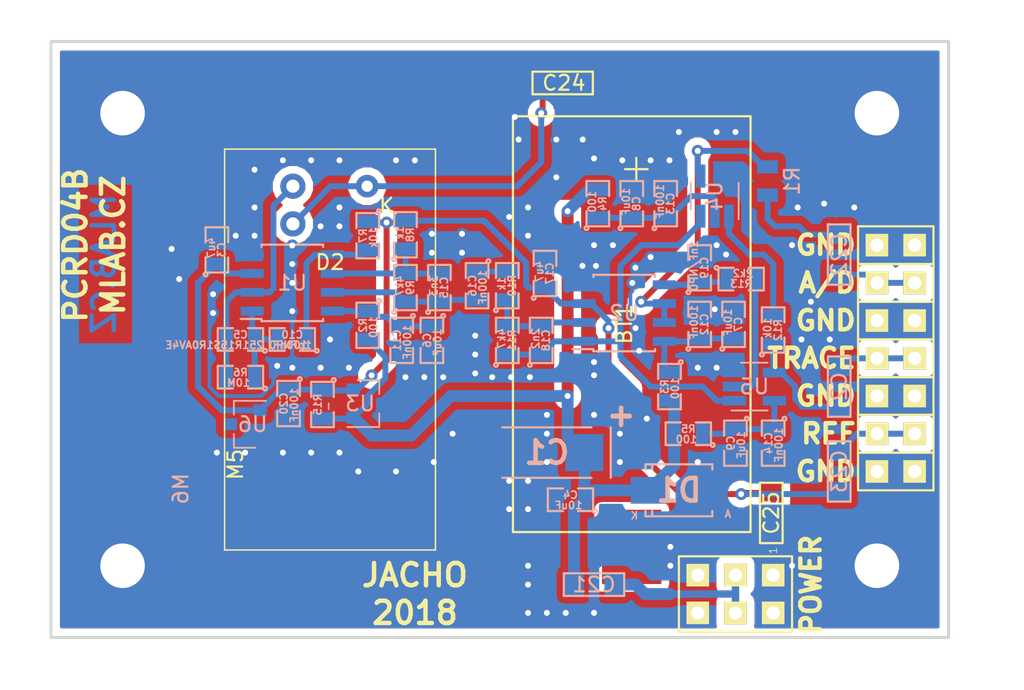
<source format=kicad_pcb>
(kicad_pcb (version 20171130) (host pcbnew "(6.0.0-rc1-dev-205-gc0615c5ef)")

  (general
    (thickness 1.6)
    (drawings 18)
    (tracks 500)
    (zones 0)
    (modules 62)
    (nets 29)
  )

  (page A4)
  (title_block
    (title NAME)
    (date "%d. %m. %Y")
    (rev REV)
    (company "Mlab www.mlab.cz")
    (comment 1 VERSION)
    (comment 2 "Short description\\nTwo lines are maximum")
    (comment 3 "nickname <email@example.com>")
  )

  (layers
    (0 F.Cu signal)
    (31 B.Cu signal)
    (34 B.Paste user)
    (36 B.SilkS user)
    (37 F.SilkS user)
    (38 B.Mask user)
    (39 F.Mask user hide)
    (44 Edge.Cuts user)
    (48 B.Fab user hide)
    (49 F.Fab user hide)
  )

  (setup
    (last_trace_width 0.25)
    (user_trace_width 0.3)
    (user_trace_width 0.4)
    (user_trace_width 0.5)
    (user_trace_width 0.6)
    (user_trace_width 0.7)
    (user_trace_width 0.8)
    (trace_clearance 0.2)
    (zone_clearance 0.508)
    (zone_45_only no)
    (trace_min 0.2)
    (via_size 0.8)
    (via_drill 0.4)
    (via_min_size 0.8)
    (via_min_drill 0.3)
    (uvia_size 0.3)
    (uvia_drill 0.1)
    (uvias_allowed no)
    (uvia_min_size 0.2)
    (uvia_min_drill 0.1)
    (edge_width 0.15)
    (segment_width 0.2)
    (pcb_text_width 0.3)
    (pcb_text_size 1.5 1.5)
    (mod_edge_width 0.15)
    (mod_text_size 1 1)
    (mod_text_width 0.15)
    (pad_size 6 6)
    (pad_drill 3)
    (pad_to_mask_clearance 0.2)
    (aux_axis_origin 0 0)
    (visible_elements 7FFFFF7F)
    (pcbplotparams
      (layerselection 0x010e0_ffffffff)
      (usegerberextensions false)
      (usegerberattributes false)
      (usegerberadvancedattributes false)
      (creategerberjobfile false)
      (excludeedgelayer true)
      (linewidth 0.150000)
      (plotframeref false)
      (viasonmask false)
      (mode 1)
      (useauxorigin false)
      (hpglpennumber 1)
      (hpglpenspeed 20)
      (hpglpendiameter 15.000000)
      (psnegative false)
      (psa4output false)
      (plotreference true)
      (plotvalue true)
      (plotinvisibletext false)
      (padsonsilk false)
      (subtractmaskfromsilk false)
      (outputformat 1)
      (mirror false)
      (drillshape 0)
      (scaleselection 1)
      (outputdirectory "../cam_profi/"))
  )

  (net 0 "")
  (net 1 GND)
  (net 2 VCC)
  (net 3 "Net-(C10-Pad2)")
  (net 4 /VCC1)
  (net 5 /VCC2)
  (net 6 /VCC3)
  (net 7 /VCC4)
  (net 8 "Net-(C10-Pad1)")
  (net 9 "Net-(C15-Pad1)")
  (net 10 "Net-(C15-Pad2)")
  (net 11 "Net-(C16-Pad1)")
  (net 12 "Net-(C18-Pad1)")
  (net 13 "Net-(C18-Pad2)")
  (net 14 "Net-(C19-Pad1)")
  (net 15 /#PeakDetect/Trace)
  (net 16 /A/D)
  (net 17 "Net-(R12-Pad2)")
  (net 18 "Net-(R13-Pad2)")
  (net 19 "Net-(C2-Pad1)")
  (net 20 /A)
  (net 21 /K)
  (net 22 /REF)
  (net 23 "Net-(C21-Pad3)")
  (net 24 "Net-(C22-Pad1)")
  (net 25 "Net-(C23-Pad3)")
  (net 26 "Net-(BT1-Pad1)")
  (net 27 "Net-(BT1-Pad2)")
  (net 28 "Net-(R1-Pad2)")

  (net_class Default "This is the default net class."
    (clearance 0.2)
    (trace_width 0.25)
    (via_dia 0.8)
    (via_drill 0.4)
    (uvia_dia 0.3)
    (uvia_drill 0.1)
    (add_net /#PeakDetect/Trace)
    (add_net /A)
    (add_net /A/D)
    (add_net /K)
    (add_net /REF)
    (add_net /VCC1)
    (add_net /VCC2)
    (add_net /VCC3)
    (add_net /VCC4)
    (add_net GND)
    (add_net "Net-(BT1-Pad1)")
    (add_net "Net-(BT1-Pad2)")
    (add_net "Net-(C10-Pad1)")
    (add_net "Net-(C10-Pad2)")
    (add_net "Net-(C15-Pad1)")
    (add_net "Net-(C15-Pad2)")
    (add_net "Net-(C16-Pad1)")
    (add_net "Net-(C18-Pad1)")
    (add_net "Net-(C18-Pad2)")
    (add_net "Net-(C19-Pad1)")
    (add_net "Net-(C2-Pad1)")
    (add_net "Net-(C21-Pad3)")
    (add_net "Net-(C22-Pad1)")
    (add_net "Net-(C23-Pad3)")
    (add_net "Net-(R1-Pad2)")
    (add_net "Net-(R12-Pad2)")
    (add_net "Net-(R13-Pad2)")
    (add_net VCC)
  )

  (net_class MLAB_default ""
    (clearance 0.2)
    (trace_width 0.45)
    (via_dia 0.8)
    (via_drill 0.4)
    (uvia_dia 0.3)
    (uvia_drill 0.1)
  )

  (net_class MLAB_power ""
    (clearance 0.4)
    (trace_width 0.7)
    (via_dia 0.8)
    (via_drill 0.4)
    (uvia_dia 0.3)
    (uvia_drill 0.1)
  )

  (module Mlab_R:SMD-0805 (layer B.Cu) (tedit 5A9A8010) (tstamp 5B519281)
    (at 48.895 -20.955 90)
    (path /5B3BA8C4)
    (attr smd)
    (fp_text reference R12 (at 0 0.3175 90) (layer B.SilkS)
      (effects (font (size 0.50038 0.50038) (thickness 0.10922)) (justify mirror))
    )
    (fp_text value 10k (at 0.127 -0.381 90) (layer B.SilkS)
      (effects (font (size 0.50038 0.50038) (thickness 0.10922)) (justify mirror))
    )
    (fp_circle (center -1.651 -0.762) (end -1.651 -0.635) (layer B.SilkS) (width 0.15))
    (fp_line (start -0.508 -0.762) (end -1.524 -0.762) (layer B.SilkS) (width 0.15))
    (fp_line (start -1.524 -0.762) (end -1.524 0.762) (layer B.SilkS) (width 0.15))
    (fp_line (start -1.524 0.762) (end -0.508 0.762) (layer B.SilkS) (width 0.15))
    (fp_line (start 0.508 0.762) (end 1.524 0.762) (layer B.SilkS) (width 0.15))
    (fp_line (start 1.524 0.762) (end 1.524 -0.762) (layer B.SilkS) (width 0.15))
    (fp_line (start 1.524 -0.762) (end 0.508 -0.762) (layer B.SilkS) (width 0.15))
    (pad 1 smd rect (at -0.9525 0 90) (size 0.889 1.397) (layers B.Cu B.Paste B.Mask)
      (net 19 "Net-(C2-Pad1)"))
    (pad 2 smd rect (at 0.9525 0 90) (size 0.889 1.397) (layers B.Cu B.Paste B.Mask)
      (net 17 "Net-(R12-Pad2)"))
    (model Resistors_SMD.3dshapes/R_0805.wrl
      (at (xyz 0 0 0))
      (scale (xyz 1 1 1))
      (rotate (xyz 0 0 0))
    )
    (model ${MLAB}/src/3d/R/R0805.step
      (at (xyz 0 0 0))
      (scale (xyz 1 1 1))
      (rotate (xyz 0 0 0))
    )
  )

  (module Mlab_Mechanical:BMI-S-210-F (layer B.Cu) (tedit 5B66D094) (tstamp 5BA499F8)
    (at 6.985 -6.35)
    (path /5B47DBA2)
    (fp_text reference M6 (at 2.01 -3.915 -270) (layer B.SilkS)
      (effects (font (size 1 1) (thickness 0.15)) (justify mirror))
    )
    (fp_text value BMI-S-210-F (at 0 0.5) (layer B.Fab)
      (effects (font (size 1 1) (thickness 0.15)) (justify mirror))
    )
    (fp_line (start 0.5 -31) (end 0.5 -0.5) (layer B.Fab) (width 0.15))
    (fp_line (start 44.5 -31) (end 0.5 -31) (layer B.Fab) (width 0.15))
    (fp_line (start 44.5 -0.5) (end 44.5 -31) (layer B.Fab) (width 0.15))
    (fp_line (start 0.5 -0.5) (end 44.5 -0.5) (layer B.Fab) (width 0.15))
    (fp_text user %R (at 3.81 -3.81 -90) (layer B.Fab)
      (effects (font (size 1 1) (thickness 0.15)) (justify mirror))
    )
    (pad 1 smd rect (at 37.4 -30.8) (size 3.8 1) (layers B.Cu B.Paste B.Mask)
      (net 1 GND))
    (pad 1 smd rect (at 31.4 -30.8) (size 3.8 1) (layers B.Cu B.Paste B.Mask)
      (net 1 GND))
    (pad 1 smd rect (at 25.4 -30.8) (size 3.8 1) (layers B.Cu B.Paste B.Mask)
      (net 1 GND))
    (pad 1 smd rect (at 19.4 -30.8) (size 3.8 1) (layers B.Cu B.Paste B.Mask)
      (net 1 GND))
    (pad 1 smd rect (at 13.4 -30.8) (size 3.8 1) (layers B.Cu B.Paste B.Mask)
      (net 1 GND))
    (pad 1 smd rect (at 7.4 -30.8) (size 3.8 1) (layers B.Cu B.Paste B.Mask)
      (net 1 GND))
    (pad 1 smd rect (at 37.4 -0.5) (size 3.8 1) (layers B.Cu B.Paste B.Mask)
      (net 1 GND))
    (pad 1 smd rect (at 31.4 -0.5) (size 3.8 1) (layers B.Cu B.Paste B.Mask)
      (net 1 GND))
    (pad 1 smd rect (at 25.4 -0.5) (size 3.8 1) (layers B.Cu B.Paste B.Mask)
      (net 1 GND))
    (pad 1 smd rect (at 19.4 -0.5) (size 3.8 1) (layers B.Cu B.Paste B.Mask)
      (net 1 GND))
    (pad 1 smd rect (at 13.4 -0.5) (size 3.8 1) (layers B.Cu B.Paste B.Mask)
      (net 1 GND))
    (pad 1 smd rect (at 7.4 -0.5) (size 3.8 1) (layers B.Cu B.Paste B.Mask)
      (net 1 GND))
    (pad 1 smd rect (at 43.15 -30.025) (size 3.3 2.55) (layers B.Cu B.Paste B.Mask)
      (net 1 GND))
    (pad 1 smd rect (at 1.65 -30.025) (size 3.3 2.55) (layers B.Cu B.Paste B.Mask)
      (net 1 GND))
    (pad 1 smd rect (at 43.15 -1.275) (size 3.3 2.55) (layers B.Cu B.Paste B.Mask)
      (net 1 GND))
    (pad 1 smd rect (at 1.65 -1.275) (size 3.3 2.55) (layers B.Cu B.Paste B.Mask)
      (net 1 GND))
    (pad 1 smd rect (at 0.5 -6.65) (size 1 3.8) (layers B.Cu B.Paste B.Mask)
      (net 1 GND))
    (pad 1 smd rect (at 0.5 -12.65) (size 1 3.8) (layers B.Cu B.Paste B.Mask)
      (net 1 GND))
    (pad 1 smd rect (at 0.5 -18.65) (size 1 3.8) (layers B.Cu B.Paste B.Mask)
      (net 1 GND))
    (pad 1 smd rect (at 0.5 -24.65) (size 1 3.8) (layers B.Cu B.Paste B.Mask)
      (net 1 GND))
    (pad 1 smd rect (at 44.3 -6.65) (size 1 3.8) (layers B.Cu B.Paste B.Mask)
      (net 1 GND))
    (pad 1 smd rect (at 44.3 -12.65) (size 1 3.8) (layers B.Cu B.Paste B.Mask)
      (net 1 GND))
    (pad 1 smd rect (at 44.3 -18.65) (size 1 3.8) (layers B.Cu B.Paste B.Mask)
      (net 1 GND))
    (pad 1 smd rect (at 44.3 -24.65) (size 1 3.8) (layers B.Cu B.Paste B.Mask)
      (net 1 GND))
  )

  (module Mlab_Batery:CH28-2032 (layer F.Cu) (tedit 57E29DDF) (tstamp 5B519088)
    (at 39.37 -21.35 270)
    (descr "Baterka 2032")
    (path /5B3A047F)
    (fp_text reference BT1 (at 0 0.5 270) (layer F.SilkS)
      (effects (font (size 1 1) (thickness 0.15)))
    )
    (fp_text value CH28-2032 (at 0 -0.5 270) (layer F.Fab)
      (effects (font (size 1 1) (thickness 0.15)))
    )
    (fp_text user + (at -10.4394 -0.1524 270) (layer F.SilkS)
      (effects (font (size 2 2) (thickness 0.15)))
    )
    (fp_line (start -14 8) (end -14 -8) (layer F.SilkS) (width 0.15))
    (fp_line (start 14 8) (end -14 8) (layer F.SilkS) (width 0.15))
    (fp_line (start 14 -8) (end 14 8) (layer F.SilkS) (width 0.15))
    (fp_line (start -14 -8) (end 14 -8) (layer F.SilkS) (width 0.15))
    (pad 1 smd rect (at -15 0 270) (size 5 4) (layers F.Cu F.Mask)
      (net 26 "Net-(BT1-Pad1)"))
    (pad 2 smd rect (at 15 0 270) (size 5 4) (layers F.Cu F.Mask)
      (net 27 "Net-(BT1-Pad2)"))
  )

  (module Mlab_C:TantalC_SizeC_Reflow (layer B.Cu) (tedit 5B3B0C45) (tstamp 5B519094)
    (at 33.655 -12.7 180)
    (descr "Tantal Cap. , Size C, EIA-6032, Reflow,")
    (tags "Tantal Cap. , Size C, EIA-6032, Reflow,")
    (path /5B46AE4B)
    (attr smd)
    (fp_text reference C1 (at 0 0 180) (layer B.SilkS)
      (effects (font (size 1.524 1.524) (thickness 0.3048)) (justify mirror))
    )
    (fp_text value 47uF (at 0 0 180) (layer B.SilkS) hide
      (effects (font (size 1.524 1.524) (thickness 0.3048)) (justify mirror))
    )
    (fp_line (start -4.30022 1.69926) (end -4.30022 -1.69926) (layer B.SilkS) (width 0.15))
    (fp_line (start 2.99974 -1.69926) (end -2.99974 -1.69926) (layer B.SilkS) (width 0.15))
    (fp_line (start 2.99974 1.69926) (end -2.99974 1.69926) (layer B.SilkS) (width 0.15))
    (fp_text user + (at -4.99872 2.55016 180) (layer B.SilkS)
      (effects (font (size 1.524 1.524) (thickness 0.3048)) (justify mirror))
    )
    (fp_line (start -5.00126 3.05308) (end -5.00126 1.95326) (layer B.SilkS) (width 0.15))
    (fp_line (start -5.6007 2.5527) (end -4.40182 2.5527) (layer B.SilkS) (width 0.15))
    (pad 2 smd rect (at 2.52476 0 180) (size 2.55016 2.49936) (layers B.Cu B.Paste B.Mask)
      (net 1 GND))
    (pad 1 smd rect (at -2.52476 0 180) (size 2.55016 2.49936) (layers B.Cu B.Paste B.Mask)
      (net 2 VCC))
    (model Capacitors_Tantalum_SMD.3dshapes/CP_Tantalum_Case-C_EIA-6032-28.wrl
      (at (xyz 0 0 0))
      (scale (xyz 1 1 1))
      (rotate (xyz 0 0 180))
    )
  )

  (module Mlab_R:SMD-0805 (layer B.Cu) (tedit 5A9A8010) (tstamp 5B5190A1)
    (at 11.43 -26.3525 90)
    (path /5B39C727)
    (attr smd)
    (fp_text reference C3 (at 0 0.3175 90) (layer B.SilkS)
      (effects (font (size 0.50038 0.50038) (thickness 0.10922)) (justify mirror))
    )
    (fp_text value 4u7 (at 0.127 -0.381 90) (layer B.SilkS)
      (effects (font (size 0.50038 0.50038) (thickness 0.10922)) (justify mirror))
    )
    (fp_line (start 1.524 -0.762) (end 0.508 -0.762) (layer B.SilkS) (width 0.15))
    (fp_line (start 1.524 0.762) (end 1.524 -0.762) (layer B.SilkS) (width 0.15))
    (fp_line (start 0.508 0.762) (end 1.524 0.762) (layer B.SilkS) (width 0.15))
    (fp_line (start -1.524 0.762) (end -0.508 0.762) (layer B.SilkS) (width 0.15))
    (fp_line (start -1.524 -0.762) (end -1.524 0.762) (layer B.SilkS) (width 0.15))
    (fp_line (start -0.508 -0.762) (end -1.524 -0.762) (layer B.SilkS) (width 0.15))
    (fp_circle (center -1.651 -0.762) (end -1.651 -0.635) (layer B.SilkS) (width 0.15))
    (pad 2 smd rect (at 0.9525 0 90) (size 0.889 1.397) (layers B.Cu B.Paste B.Mask)
      (net 1 GND))
    (pad 1 smd rect (at -0.9525 0 90) (size 0.889 1.397) (layers B.Cu B.Paste B.Mask)
      (net 22 /REF))
    (model Resistors_SMD.3dshapes/R_0805.wrl
      (at (xyz 0 0 0))
      (scale (xyz 1 1 1))
      (rotate (xyz 0 0 0))
    )
    (model ${MLAB}/src/3d/R/R0805.step
      (at (xyz 0 0 0))
      (scale (xyz 1 1 1))
      (rotate (xyz 0 0 0))
    )
  )

  (module Mlab_R:SMD-0805 (layer B.Cu) (tedit 5A9A8010) (tstamp 5B5190AE)
    (at 35.2425 -9.525 180)
    (path /5B46AED9)
    (attr smd)
    (fp_text reference C4 (at 0 0.3175 180) (layer B.SilkS)
      (effects (font (size 0.50038 0.50038) (thickness 0.10922)) (justify mirror))
    )
    (fp_text value 10uF (at 0.127 -0.381 180) (layer B.SilkS)
      (effects (font (size 0.50038 0.50038) (thickness 0.10922)) (justify mirror))
    )
    (fp_line (start 1.524 -0.762) (end 0.508 -0.762) (layer B.SilkS) (width 0.15))
    (fp_line (start 1.524 0.762) (end 1.524 -0.762) (layer B.SilkS) (width 0.15))
    (fp_line (start 0.508 0.762) (end 1.524 0.762) (layer B.SilkS) (width 0.15))
    (fp_line (start -1.524 0.762) (end -0.508 0.762) (layer B.SilkS) (width 0.15))
    (fp_line (start -1.524 -0.762) (end -1.524 0.762) (layer B.SilkS) (width 0.15))
    (fp_line (start -0.508 -0.762) (end -1.524 -0.762) (layer B.SilkS) (width 0.15))
    (fp_circle (center -1.651 -0.762) (end -1.651 -0.635) (layer B.SilkS) (width 0.15))
    (pad 2 smd rect (at 0.9525 0 180) (size 0.889 1.397) (layers B.Cu B.Paste B.Mask)
      (net 1 GND))
    (pad 1 smd rect (at -0.9525 0 180) (size 0.889 1.397) (layers B.Cu B.Paste B.Mask)
      (net 2 VCC))
    (model Resistors_SMD.3dshapes/R_0805.wrl
      (at (xyz 0 0 0))
      (scale (xyz 1 1 1))
      (rotate (xyz 0 0 0))
    )
    (model ${MLAB}/src/3d/R/R0805.step
      (at (xyz 0 0 0))
      (scale (xyz 1 1 1))
      (rotate (xyz 0 0 0))
    )
  )

  (module Mlab_R:SMD-0805 (layer B.Cu) (tedit 5A9A8010) (tstamp 5B5190BB)
    (at 13.0175 -20.32 180)
    (path /5B3A36AE)
    (attr smd)
    (fp_text reference C5 (at 0 0.3175 180) (layer B.SilkS)
      (effects (font (size 0.50038 0.50038) (thickness 0.10922)) (justify mirror))
    )
    (fp_text value "1pFNP0 251R15S1R0AV4E" (at 0.127 -0.381 180) (layer B.SilkS)
      (effects (font (size 0.50038 0.50038) (thickness 0.10922)) (justify mirror))
    )
    (fp_line (start 1.524 -0.762) (end 0.508 -0.762) (layer B.SilkS) (width 0.15))
    (fp_line (start 1.524 0.762) (end 1.524 -0.762) (layer B.SilkS) (width 0.15))
    (fp_line (start 0.508 0.762) (end 1.524 0.762) (layer B.SilkS) (width 0.15))
    (fp_line (start -1.524 0.762) (end -0.508 0.762) (layer B.SilkS) (width 0.15))
    (fp_line (start -1.524 -0.762) (end -1.524 0.762) (layer B.SilkS) (width 0.15))
    (fp_line (start -0.508 -0.762) (end -1.524 -0.762) (layer B.SilkS) (width 0.15))
    (fp_circle (center -1.651 -0.762) (end -1.651 -0.635) (layer B.SilkS) (width 0.15))
    (pad 2 smd rect (at 0.9525 0 180) (size 0.889 1.397) (layers B.Cu B.Paste B.Mask)
      (net 20 /A))
    (pad 1 smd rect (at -0.9525 0 180) (size 0.889 1.397) (layers B.Cu B.Paste B.Mask)
      (net 3 "Net-(C10-Pad2)"))
    (model Resistors_SMD.3dshapes/R_0805.wrl
      (at (xyz 0 0 0))
      (scale (xyz 1 1 1))
      (rotate (xyz 0 0 0))
    )
    (model ${MLAB}/src/3d/R/R0805.step
      (at (xyz 0 0 0))
      (scale (xyz 1 1 1))
      (rotate (xyz 0 0 0))
    )
  )

  (module Mlab_R:SMD-0805 (layer B.Cu) (tedit 5A9A8010) (tstamp 5B5190C8)
    (at 25.908 -20.2565 270)
    (path /5B46F2E3)
    (attr smd)
    (fp_text reference C6 (at 0 0.3175 270) (layer B.SilkS)
      (effects (font (size 0.50038 0.50038) (thickness 0.10922)) (justify mirror))
    )
    (fp_text value 10uF (at 0.127 -0.381 270) (layer B.SilkS)
      (effects (font (size 0.50038 0.50038) (thickness 0.10922)) (justify mirror))
    )
    (fp_circle (center -1.651 -0.762) (end -1.651 -0.635) (layer B.SilkS) (width 0.15))
    (fp_line (start -0.508 -0.762) (end -1.524 -0.762) (layer B.SilkS) (width 0.15))
    (fp_line (start -1.524 -0.762) (end -1.524 0.762) (layer B.SilkS) (width 0.15))
    (fp_line (start -1.524 0.762) (end -0.508 0.762) (layer B.SilkS) (width 0.15))
    (fp_line (start 0.508 0.762) (end 1.524 0.762) (layer B.SilkS) (width 0.15))
    (fp_line (start 1.524 0.762) (end 1.524 -0.762) (layer B.SilkS) (width 0.15))
    (fp_line (start 1.524 -0.762) (end 0.508 -0.762) (layer B.SilkS) (width 0.15))
    (pad 1 smd rect (at -0.9525 0 270) (size 0.889 1.397) (layers B.Cu B.Paste B.Mask)
      (net 4 /VCC1))
    (pad 2 smd rect (at 0.9525 0 270) (size 0.889 1.397) (layers B.Cu B.Paste B.Mask)
      (net 1 GND))
    (model Resistors_SMD.3dshapes/R_0805.wrl
      (at (xyz 0 0 0))
      (scale (xyz 1 1 1))
      (rotate (xyz 0 0 0))
    )
    (model ${MLAB}/src/3d/R/R0805.step
      (at (xyz 0 0 0))
      (scale (xyz 1 1 1))
      (rotate (xyz 0 0 0))
    )
  )

  (module Mlab_R:SMD-0805 (layer B.Cu) (tedit 5A9A8010) (tstamp 5B5190D5)
    (at 46.228 -21.336 90)
    (path /5B4BB914)
    (attr smd)
    (fp_text reference C7 (at 0 0.3175 90) (layer B.SilkS)
      (effects (font (size 0.50038 0.50038) (thickness 0.10922)) (justify mirror))
    )
    (fp_text value 10uF (at 0.127 -0.381 90) (layer B.SilkS)
      (effects (font (size 0.50038 0.50038) (thickness 0.10922)) (justify mirror))
    )
    (fp_circle (center -1.651 -0.762) (end -1.651 -0.635) (layer B.SilkS) (width 0.15))
    (fp_line (start -0.508 -0.762) (end -1.524 -0.762) (layer B.SilkS) (width 0.15))
    (fp_line (start -1.524 -0.762) (end -1.524 0.762) (layer B.SilkS) (width 0.15))
    (fp_line (start -1.524 0.762) (end -0.508 0.762) (layer B.SilkS) (width 0.15))
    (fp_line (start 0.508 0.762) (end 1.524 0.762) (layer B.SilkS) (width 0.15))
    (fp_line (start 1.524 0.762) (end 1.524 -0.762) (layer B.SilkS) (width 0.15))
    (fp_line (start 1.524 -0.762) (end 0.508 -0.762) (layer B.SilkS) (width 0.15))
    (pad 1 smd rect (at -0.9525 0 90) (size 0.889 1.397) (layers B.Cu B.Paste B.Mask)
      (net 5 /VCC2))
    (pad 2 smd rect (at 0.9525 0 90) (size 0.889 1.397) (layers B.Cu B.Paste B.Mask)
      (net 1 GND))
    (model Resistors_SMD.3dshapes/R_0805.wrl
      (at (xyz 0 0 0))
      (scale (xyz 1 1 1))
      (rotate (xyz 0 0 0))
    )
    (model ${MLAB}/src/3d/R/R0805.step
      (at (xyz 0 0 0))
      (scale (xyz 1 1 1))
      (rotate (xyz 0 0 0))
    )
  )

  (module Mlab_R:SMD-0805 (layer B.Cu) (tedit 5A9A8010) (tstamp 5B5190E2)
    (at 39.37 -29.464 90)
    (path /5B4C840F)
    (attr smd)
    (fp_text reference C8 (at 0 0.3175 90) (layer B.SilkS)
      (effects (font (size 0.50038 0.50038) (thickness 0.10922)) (justify mirror))
    )
    (fp_text value 10uF (at 0.127 -0.381 90) (layer B.SilkS)
      (effects (font (size 0.50038 0.50038) (thickness 0.10922)) (justify mirror))
    )
    (fp_line (start 1.524 -0.762) (end 0.508 -0.762) (layer B.SilkS) (width 0.15))
    (fp_line (start 1.524 0.762) (end 1.524 -0.762) (layer B.SilkS) (width 0.15))
    (fp_line (start 0.508 0.762) (end 1.524 0.762) (layer B.SilkS) (width 0.15))
    (fp_line (start -1.524 0.762) (end -0.508 0.762) (layer B.SilkS) (width 0.15))
    (fp_line (start -1.524 -0.762) (end -1.524 0.762) (layer B.SilkS) (width 0.15))
    (fp_line (start -0.508 -0.762) (end -1.524 -0.762) (layer B.SilkS) (width 0.15))
    (fp_circle (center -1.651 -0.762) (end -1.651 -0.635) (layer B.SilkS) (width 0.15))
    (pad 2 smd rect (at 0.9525 0 90) (size 0.889 1.397) (layers B.Cu B.Paste B.Mask)
      (net 1 GND))
    (pad 1 smd rect (at -0.9525 0 90) (size 0.889 1.397) (layers B.Cu B.Paste B.Mask)
      (net 6 /VCC3))
    (model Resistors_SMD.3dshapes/R_0805.wrl
      (at (xyz 0 0 0))
      (scale (xyz 1 1 1))
      (rotate (xyz 0 0 0))
    )
    (model ${MLAB}/src/3d/R/R0805.step
      (at (xyz 0 0 0))
      (scale (xyz 1 1 1))
      (rotate (xyz 0 0 0))
    )
  )

  (module Mlab_R:SMD-0805 (layer B.Cu) (tedit 5A9A8010) (tstamp 5B5190EF)
    (at 46.355 -13.335 270)
    (path /5B4C8438)
    (attr smd)
    (fp_text reference C9 (at 0 0.3175 270) (layer B.SilkS)
      (effects (font (size 0.50038 0.50038) (thickness 0.10922)) (justify mirror))
    )
    (fp_text value 10uF (at 0.127 -0.381 270) (layer B.SilkS)
      (effects (font (size 0.50038 0.50038) (thickness 0.10922)) (justify mirror))
    )
    (fp_circle (center -1.651 -0.762) (end -1.651 -0.635) (layer B.SilkS) (width 0.15))
    (fp_line (start -0.508 -0.762) (end -1.524 -0.762) (layer B.SilkS) (width 0.15))
    (fp_line (start -1.524 -0.762) (end -1.524 0.762) (layer B.SilkS) (width 0.15))
    (fp_line (start -1.524 0.762) (end -0.508 0.762) (layer B.SilkS) (width 0.15))
    (fp_line (start 0.508 0.762) (end 1.524 0.762) (layer B.SilkS) (width 0.15))
    (fp_line (start 1.524 0.762) (end 1.524 -0.762) (layer B.SilkS) (width 0.15))
    (fp_line (start 1.524 -0.762) (end 0.508 -0.762) (layer B.SilkS) (width 0.15))
    (pad 1 smd rect (at -0.9525 0 270) (size 0.889 1.397) (layers B.Cu B.Paste B.Mask)
      (net 7 /VCC4))
    (pad 2 smd rect (at 0.9525 0 270) (size 0.889 1.397) (layers B.Cu B.Paste B.Mask)
      (net 1 GND))
    (model Resistors_SMD.3dshapes/R_0805.wrl
      (at (xyz 0 0 0))
      (scale (xyz 1 1 1))
      (rotate (xyz 0 0 0))
    )
    (model ${MLAB}/src/3d/R/R0805.step
      (at (xyz 0 0 0))
      (scale (xyz 1 1 1))
      (rotate (xyz 0 0 0))
    )
  )

  (module Mlab_R:SMD-0805 (layer B.Cu) (tedit 5A9A8010) (tstamp 5B5190FC)
    (at 16.51 -20.32 180)
    (path /5B3A3816)
    (attr smd)
    (fp_text reference C10 (at 0 0.3175 180) (layer B.SilkS)
      (effects (font (size 0.50038 0.50038) (thickness 0.10922)) (justify mirror))
    )
    (fp_text value 100nF (at 0.127 -0.381 180) (layer B.SilkS)
      (effects (font (size 0.50038 0.50038) (thickness 0.10922)) (justify mirror))
    )
    (fp_circle (center -1.651 -0.762) (end -1.651 -0.635) (layer B.SilkS) (width 0.15))
    (fp_line (start -0.508 -0.762) (end -1.524 -0.762) (layer B.SilkS) (width 0.15))
    (fp_line (start -1.524 -0.762) (end -1.524 0.762) (layer B.SilkS) (width 0.15))
    (fp_line (start -1.524 0.762) (end -0.508 0.762) (layer B.SilkS) (width 0.15))
    (fp_line (start 0.508 0.762) (end 1.524 0.762) (layer B.SilkS) (width 0.15))
    (fp_line (start 1.524 0.762) (end 1.524 -0.762) (layer B.SilkS) (width 0.15))
    (fp_line (start 1.524 -0.762) (end 0.508 -0.762) (layer B.SilkS) (width 0.15))
    (pad 1 smd rect (at -0.9525 0 180) (size 0.889 1.397) (layers B.Cu B.Paste B.Mask)
      (net 8 "Net-(C10-Pad1)"))
    (pad 2 smd rect (at 0.9525 0 180) (size 0.889 1.397) (layers B.Cu B.Paste B.Mask)
      (net 3 "Net-(C10-Pad2)"))
    (model Resistors_SMD.3dshapes/R_0805.wrl
      (at (xyz 0 0 0))
      (scale (xyz 1 1 1))
      (rotate (xyz 0 0 0))
    )
    (model ${MLAB}/src/3d/R/R0805.step
      (at (xyz 0 0 0))
      (scale (xyz 1 1 1))
      (rotate (xyz 0 0 0))
    )
  )

  (module Mlab_R:SMD-0805 (layer B.Cu) (tedit 5A9A8010) (tstamp 5B519109)
    (at 23.876 -20.2565 270)
    (path /5B46F367)
    (attr smd)
    (fp_text reference C11 (at 0 0.3175 270) (layer B.SilkS)
      (effects (font (size 0.50038 0.50038) (thickness 0.10922)) (justify mirror))
    )
    (fp_text value 100nF (at 0.127 -0.381 270) (layer B.SilkS)
      (effects (font (size 0.50038 0.50038) (thickness 0.10922)) (justify mirror))
    )
    (fp_line (start 1.524 -0.762) (end 0.508 -0.762) (layer B.SilkS) (width 0.15))
    (fp_line (start 1.524 0.762) (end 1.524 -0.762) (layer B.SilkS) (width 0.15))
    (fp_line (start 0.508 0.762) (end 1.524 0.762) (layer B.SilkS) (width 0.15))
    (fp_line (start -1.524 0.762) (end -0.508 0.762) (layer B.SilkS) (width 0.15))
    (fp_line (start -1.524 -0.762) (end -1.524 0.762) (layer B.SilkS) (width 0.15))
    (fp_line (start -0.508 -0.762) (end -1.524 -0.762) (layer B.SilkS) (width 0.15))
    (fp_circle (center -1.651 -0.762) (end -1.651 -0.635) (layer B.SilkS) (width 0.15))
    (pad 2 smd rect (at 0.9525 0 270) (size 0.889 1.397) (layers B.Cu B.Paste B.Mask)
      (net 1 GND))
    (pad 1 smd rect (at -0.9525 0 270) (size 0.889 1.397) (layers B.Cu B.Paste B.Mask)
      (net 4 /VCC1))
    (model Resistors_SMD.3dshapes/R_0805.wrl
      (at (xyz 0 0 0))
      (scale (xyz 1 1 1))
      (rotate (xyz 0 0 0))
    )
    (model ${MLAB}/src/3d/R/R0805.step
      (at (xyz 0 0 0))
      (scale (xyz 1 1 1))
      (rotate (xyz 0 0 0))
    )
  )

  (module Mlab_R:SMD-0805 (layer B.Cu) (tedit 5A9A8010) (tstamp 5B519116)
    (at 43.942 -21.336 90)
    (path /5B4BB91A)
    (attr smd)
    (fp_text reference C12 (at 0 0.3175 90) (layer B.SilkS)
      (effects (font (size 0.50038 0.50038) (thickness 0.10922)) (justify mirror))
    )
    (fp_text value 100nF (at 0.127 -0.381 90) (layer B.SilkS)
      (effects (font (size 0.50038 0.50038) (thickness 0.10922)) (justify mirror))
    )
    (fp_line (start 1.524 -0.762) (end 0.508 -0.762) (layer B.SilkS) (width 0.15))
    (fp_line (start 1.524 0.762) (end 1.524 -0.762) (layer B.SilkS) (width 0.15))
    (fp_line (start 0.508 0.762) (end 1.524 0.762) (layer B.SilkS) (width 0.15))
    (fp_line (start -1.524 0.762) (end -0.508 0.762) (layer B.SilkS) (width 0.15))
    (fp_line (start -1.524 -0.762) (end -1.524 0.762) (layer B.SilkS) (width 0.15))
    (fp_line (start -0.508 -0.762) (end -1.524 -0.762) (layer B.SilkS) (width 0.15))
    (fp_circle (center -1.651 -0.762) (end -1.651 -0.635) (layer B.SilkS) (width 0.15))
    (pad 2 smd rect (at 0.9525 0 90) (size 0.889 1.397) (layers B.Cu B.Paste B.Mask)
      (net 1 GND))
    (pad 1 smd rect (at -0.9525 0 90) (size 0.889 1.397) (layers B.Cu B.Paste B.Mask)
      (net 5 /VCC2))
    (model Resistors_SMD.3dshapes/R_0805.wrl
      (at (xyz 0 0 0))
      (scale (xyz 1 1 1))
      (rotate (xyz 0 0 0))
    )
    (model ${MLAB}/src/3d/R/R0805.step
      (at (xyz 0 0 0))
      (scale (xyz 1 1 1))
      (rotate (xyz 0 0 0))
    )
  )

  (module Mlab_R:SMD-0805 (layer B.Cu) (tedit 5A9A8010) (tstamp 5B519123)
    (at 41.656 -29.464 90)
    (path /5B4C8415)
    (attr smd)
    (fp_text reference C13 (at 0 0.3175 90) (layer B.SilkS)
      (effects (font (size 0.50038 0.50038) (thickness 0.10922)) (justify mirror))
    )
    (fp_text value 100nF (at 0.127 -0.381 90) (layer B.SilkS)
      (effects (font (size 0.50038 0.50038) (thickness 0.10922)) (justify mirror))
    )
    (fp_circle (center -1.651 -0.762) (end -1.651 -0.635) (layer B.SilkS) (width 0.15))
    (fp_line (start -0.508 -0.762) (end -1.524 -0.762) (layer B.SilkS) (width 0.15))
    (fp_line (start -1.524 -0.762) (end -1.524 0.762) (layer B.SilkS) (width 0.15))
    (fp_line (start -1.524 0.762) (end -0.508 0.762) (layer B.SilkS) (width 0.15))
    (fp_line (start 0.508 0.762) (end 1.524 0.762) (layer B.SilkS) (width 0.15))
    (fp_line (start 1.524 0.762) (end 1.524 -0.762) (layer B.SilkS) (width 0.15))
    (fp_line (start 1.524 -0.762) (end 0.508 -0.762) (layer B.SilkS) (width 0.15))
    (pad 1 smd rect (at -0.9525 0 90) (size 0.889 1.397) (layers B.Cu B.Paste B.Mask)
      (net 6 /VCC3))
    (pad 2 smd rect (at 0.9525 0 90) (size 0.889 1.397) (layers B.Cu B.Paste B.Mask)
      (net 1 GND))
    (model Resistors_SMD.3dshapes/R_0805.wrl
      (at (xyz 0 0 0))
      (scale (xyz 1 1 1))
      (rotate (xyz 0 0 0))
    )
    (model ${MLAB}/src/3d/R/R0805.step
      (at (xyz 0 0 0))
      (scale (xyz 1 1 1))
      (rotate (xyz 0 0 0))
    )
  )

  (module Mlab_R:SMD-0805 (layer B.Cu) (tedit 5A9A8010) (tstamp 5B519130)
    (at 48.895 -13.335 270)
    (path /5B4C843E)
    (attr smd)
    (fp_text reference C14 (at 0 0.3175 270) (layer B.SilkS)
      (effects (font (size 0.50038 0.50038) (thickness 0.10922)) (justify mirror))
    )
    (fp_text value 100nF (at 0.127 -0.381 270) (layer B.SilkS)
      (effects (font (size 0.50038 0.50038) (thickness 0.10922)) (justify mirror))
    )
    (fp_line (start 1.524 -0.762) (end 0.508 -0.762) (layer B.SilkS) (width 0.15))
    (fp_line (start 1.524 0.762) (end 1.524 -0.762) (layer B.SilkS) (width 0.15))
    (fp_line (start 0.508 0.762) (end 1.524 0.762) (layer B.SilkS) (width 0.15))
    (fp_line (start -1.524 0.762) (end -0.508 0.762) (layer B.SilkS) (width 0.15))
    (fp_line (start -1.524 -0.762) (end -1.524 0.762) (layer B.SilkS) (width 0.15))
    (fp_line (start -0.508 -0.762) (end -1.524 -0.762) (layer B.SilkS) (width 0.15))
    (fp_circle (center -1.651 -0.762) (end -1.651 -0.635) (layer B.SilkS) (width 0.15))
    (pad 2 smd rect (at 0.9525 0 270) (size 0.889 1.397) (layers B.Cu B.Paste B.Mask)
      (net 1 GND))
    (pad 1 smd rect (at -0.9525 0 270) (size 0.889 1.397) (layers B.Cu B.Paste B.Mask)
      (net 7 /VCC4))
    (model Resistors_SMD.3dshapes/R_0805.wrl
      (at (xyz 0 0 0))
      (scale (xyz 1 1 1))
      (rotate (xyz 0 0 0))
    )
    (model ${MLAB}/src/3d/R/R0805.step
      (at (xyz 0 0 0))
      (scale (xyz 1 1 1))
      (rotate (xyz 0 0 0))
    )
  )

  (module Mlab_R:SMD-0805 (layer B.Cu) (tedit 5A9A8010) (tstamp 5B51913D)
    (at 26.416 -23.8125 90)
    (path /5B3AD087)
    (attr smd)
    (fp_text reference C15 (at 0 0.3175 90) (layer B.SilkS)
      (effects (font (size 0.50038 0.50038) (thickness 0.10922)) (justify mirror))
    )
    (fp_text value 3n3 (at 0.127 -0.381 90) (layer B.SilkS)
      (effects (font (size 0.50038 0.50038) (thickness 0.10922)) (justify mirror))
    )
    (fp_circle (center -1.651 -0.762) (end -1.651 -0.635) (layer B.SilkS) (width 0.15))
    (fp_line (start -0.508 -0.762) (end -1.524 -0.762) (layer B.SilkS) (width 0.15))
    (fp_line (start -1.524 -0.762) (end -1.524 0.762) (layer B.SilkS) (width 0.15))
    (fp_line (start -1.524 0.762) (end -0.508 0.762) (layer B.SilkS) (width 0.15))
    (fp_line (start 0.508 0.762) (end 1.524 0.762) (layer B.SilkS) (width 0.15))
    (fp_line (start 1.524 0.762) (end 1.524 -0.762) (layer B.SilkS) (width 0.15))
    (fp_line (start 1.524 -0.762) (end 0.508 -0.762) (layer B.SilkS) (width 0.15))
    (pad 1 smd rect (at -0.9525 0 90) (size 0.889 1.397) (layers B.Cu B.Paste B.Mask)
      (net 9 "Net-(C15-Pad1)"))
    (pad 2 smd rect (at 0.9525 0 90) (size 0.889 1.397) (layers B.Cu B.Paste B.Mask)
      (net 10 "Net-(C15-Pad2)"))
    (model Resistors_SMD.3dshapes/R_0805.wrl
      (at (xyz 0 0 0))
      (scale (xyz 1 1 1))
      (rotate (xyz 0 0 0))
    )
    (model ${MLAB}/src/3d/R/R0805.step
      (at (xyz 0 0 0))
      (scale (xyz 1 1 1))
      (rotate (xyz 0 0 0))
    )
  )

  (module Mlab_R:SMD-0805 (layer B.Cu) (tedit 5A9A8010) (tstamp 5B51914A)
    (at 28.956 -23.9395 270)
    (path /5B3AD5AB)
    (attr smd)
    (fp_text reference C16 (at 0 0.3175 270) (layer B.SilkS)
      (effects (font (size 0.50038 0.50038) (thickness 0.10922)) (justify mirror))
    )
    (fp_text value 100nF (at 0.127 -0.381 270) (layer B.SilkS)
      (effects (font (size 0.50038 0.50038) (thickness 0.10922)) (justify mirror))
    )
    (fp_circle (center -1.651 -0.762) (end -1.651 -0.635) (layer B.SilkS) (width 0.15))
    (fp_line (start -0.508 -0.762) (end -1.524 -0.762) (layer B.SilkS) (width 0.15))
    (fp_line (start -1.524 -0.762) (end -1.524 0.762) (layer B.SilkS) (width 0.15))
    (fp_line (start -1.524 0.762) (end -0.508 0.762) (layer B.SilkS) (width 0.15))
    (fp_line (start 0.508 0.762) (end 1.524 0.762) (layer B.SilkS) (width 0.15))
    (fp_line (start 1.524 0.762) (end 1.524 -0.762) (layer B.SilkS) (width 0.15))
    (fp_line (start 1.524 -0.762) (end 0.508 -0.762) (layer B.SilkS) (width 0.15))
    (pad 1 smd rect (at -0.9525 0 270) (size 0.889 1.397) (layers B.Cu B.Paste B.Mask)
      (net 11 "Net-(C16-Pad1)"))
    (pad 2 smd rect (at 0.9525 0 270) (size 0.889 1.397) (layers B.Cu B.Paste B.Mask)
      (net 9 "Net-(C15-Pad1)"))
    (model Resistors_SMD.3dshapes/R_0805.wrl
      (at (xyz 0 0 0))
      (scale (xyz 1 1 1))
      (rotate (xyz 0 0 0))
    )
    (model ${MLAB}/src/3d/R/R0805.step
      (at (xyz 0 0 0))
      (scale (xyz 1 1 1))
      (rotate (xyz 0 0 0))
    )
  )

  (module Mlab_R:SMD-0805 (layer B.Cu) (tedit 5A9A8010) (tstamp 5B519157)
    (at 33.528 -24.765 90)
    (path /5B3E1723)
    (attr smd)
    (fp_text reference C17 (at 0 0.3175 90) (layer B.SilkS)
      (effects (font (size 0.50038 0.50038) (thickness 0.10922)) (justify mirror))
    )
    (fp_text value 4u7 (at 0.127 -0.381 90) (layer B.SilkS)
      (effects (font (size 0.50038 0.50038) (thickness 0.10922)) (justify mirror))
    )
    (fp_circle (center -1.651 -0.762) (end -1.651 -0.635) (layer B.SilkS) (width 0.15))
    (fp_line (start -0.508 -0.762) (end -1.524 -0.762) (layer B.SilkS) (width 0.15))
    (fp_line (start -1.524 -0.762) (end -1.524 0.762) (layer B.SilkS) (width 0.15))
    (fp_line (start -1.524 0.762) (end -0.508 0.762) (layer B.SilkS) (width 0.15))
    (fp_line (start 0.508 0.762) (end 1.524 0.762) (layer B.SilkS) (width 0.15))
    (fp_line (start 1.524 0.762) (end 1.524 -0.762) (layer B.SilkS) (width 0.15))
    (fp_line (start 1.524 -0.762) (end 0.508 -0.762) (layer B.SilkS) (width 0.15))
    (pad 1 smd rect (at -0.9525 0 90) (size 0.889 1.397) (layers B.Cu B.Paste B.Mask)
      (net 22 /REF))
    (pad 2 smd rect (at 0.9525 0 90) (size 0.889 1.397) (layers B.Cu B.Paste B.Mask)
      (net 1 GND))
    (model Resistors_SMD.3dshapes/R_0805.wrl
      (at (xyz 0 0 0))
      (scale (xyz 1 1 1))
      (rotate (xyz 0 0 0))
    )
    (model ${MLAB}/src/3d/R/R0805.step
      (at (xyz 0 0 0))
      (scale (xyz 1 1 1))
      (rotate (xyz 0 0 0))
    )
  )

  (module Mlab_R:SMD-0805 (layer B.Cu) (tedit 5A9A8010) (tstamp 5B519164)
    (at 33.274 -20.2565 90)
    (path /5B3E8E3E)
    (attr smd)
    (fp_text reference C18 (at 0 0.3175 90) (layer B.SilkS)
      (effects (font (size 0.50038 0.50038) (thickness 0.10922)) (justify mirror))
    )
    (fp_text value 2n2 (at 0.127 -0.381 90) (layer B.SilkS)
      (effects (font (size 0.50038 0.50038) (thickness 0.10922)) (justify mirror))
    )
    (fp_circle (center -1.651 -0.762) (end -1.651 -0.635) (layer B.SilkS) (width 0.15))
    (fp_line (start -0.508 -0.762) (end -1.524 -0.762) (layer B.SilkS) (width 0.15))
    (fp_line (start -1.524 -0.762) (end -1.524 0.762) (layer B.SilkS) (width 0.15))
    (fp_line (start -1.524 0.762) (end -0.508 0.762) (layer B.SilkS) (width 0.15))
    (fp_line (start 0.508 0.762) (end 1.524 0.762) (layer B.SilkS) (width 0.15))
    (fp_line (start 1.524 0.762) (end 1.524 -0.762) (layer B.SilkS) (width 0.15))
    (fp_line (start 1.524 -0.762) (end 0.508 -0.762) (layer B.SilkS) (width 0.15))
    (pad 1 smd rect (at -0.9525 0 90) (size 0.889 1.397) (layers B.Cu B.Paste B.Mask)
      (net 12 "Net-(C18-Pad1)"))
    (pad 2 smd rect (at 0.9525 0 90) (size 0.889 1.397) (layers B.Cu B.Paste B.Mask)
      (net 13 "Net-(C18-Pad2)"))
    (model Resistors_SMD.3dshapes/R_0805.wrl
      (at (xyz 0 0 0))
      (scale (xyz 1 1 1))
      (rotate (xyz 0 0 0))
    )
    (model ${MLAB}/src/3d/R/R0805.step
      (at (xyz 0 0 0))
      (scale (xyz 1 1 1))
      (rotate (xyz 0 0 0))
    )
  )

  (module Mlab_R:SMD-0805 (layer B.Cu) (tedit 5A9A8010) (tstamp 5B519171)
    (at 43.942 -25.146 90)
    (path /5B3BD161)
    (attr smd)
    (fp_text reference C19 (at 0 0.3175 90) (layer B.SilkS)
      (effects (font (size 0.50038 0.50038) (thickness 0.10922)) (justify mirror))
    )
    (fp_text value 1nF/NP0 (at 0.127 -0.381 90) (layer B.SilkS)
      (effects (font (size 0.50038 0.50038) (thickness 0.10922)) (justify mirror))
    )
    (fp_circle (center -1.651 -0.762) (end -1.651 -0.635) (layer B.SilkS) (width 0.15))
    (fp_line (start -0.508 -0.762) (end -1.524 -0.762) (layer B.SilkS) (width 0.15))
    (fp_line (start -1.524 -0.762) (end -1.524 0.762) (layer B.SilkS) (width 0.15))
    (fp_line (start -1.524 0.762) (end -0.508 0.762) (layer B.SilkS) (width 0.15))
    (fp_line (start 0.508 0.762) (end 1.524 0.762) (layer B.SilkS) (width 0.15))
    (fp_line (start 1.524 0.762) (end 1.524 -0.762) (layer B.SilkS) (width 0.15))
    (fp_line (start 1.524 -0.762) (end 0.508 -0.762) (layer B.SilkS) (width 0.15))
    (pad 1 smd rect (at -0.9525 0 90) (size 0.889 1.397) (layers B.Cu B.Paste B.Mask)
      (net 14 "Net-(C19-Pad1)"))
    (pad 2 smd rect (at 0.9525 0 90) (size 0.889 1.397) (layers B.Cu B.Paste B.Mask)
      (net 1 GND))
    (model Resistors_SMD.3dshapes/R_0805.wrl
      (at (xyz 0 0 0))
      (scale (xyz 1 1 1))
      (rotate (xyz 0 0 0))
    )
    (model ${MLAB}/src/3d/R/R0805.step
      (at (xyz 0 0 0))
      (scale (xyz 1 1 1))
      (rotate (xyz 0 0 0))
    )
  )

  (module Mlab_D:Diode-SMA_Standard (layer B.Cu) (tedit 5B3B0C3D) (tstamp 5B519182)
    (at 42.545 -10.16 180)
    (descr "Diode SMA")
    (tags "Diode SMA")
    (path /55622FB7)
    (attr smd)
    (fp_text reference D1 (at 0 0 180) (layer B.SilkS)
      (effects (font (size 1.524 1.524) (thickness 0.3048)) (justify mirror))
    )
    (fp_text value M4 (at 0 0 180) (layer B.SilkS) hide
      (effects (font (size 1.524 1.524) (thickness 0.3048)) (justify mirror))
    )
    (fp_text user A (at -3.29946 -1.6002 180) (layer B.SilkS)
      (effects (font (size 0.50038 0.50038) (thickness 0.09906)) (justify mirror))
    )
    (fp_text user K (at 2.99974 -1.69926 180) (layer B.SilkS)
      (effects (font (size 0.50038 0.50038) (thickness 0.09906)) (justify mirror))
    )
    (fp_circle (center 0 0) (end 0.20066 0.0508) (layer B.Adhes) (width 0.381))
    (fp_line (start 1.80086 -1.75006) (end 1.80086 -1.39954) (layer B.SilkS) (width 0.15))
    (fp_line (start 1.80086 1.75006) (end 1.80086 1.39954) (layer B.SilkS) (width 0.15))
    (fp_line (start 2.25044 -1.75006) (end 2.25044 -1.39954) (layer B.SilkS) (width 0.15))
    (fp_line (start -2.25044 -1.75006) (end -2.25044 -1.39954) (layer B.SilkS) (width 0.15))
    (fp_line (start -2.25044 1.75006) (end -2.25044 1.39954) (layer B.SilkS) (width 0.15))
    (fp_line (start 2.25044 1.75006) (end 2.25044 1.39954) (layer B.SilkS) (width 0.15))
    (fp_line (start -2.25044 -1.75006) (end 2.25044 -1.75006) (layer B.SilkS) (width 0.15))
    (fp_line (start -2.25044 1.75006) (end 2.25044 1.75006) (layer B.SilkS) (width 0.15))
    (pad 2 smd rect (at -1.99898 0 180) (size 2.49936 1.80086) (layers B.Cu B.Paste B.Mask)
      (net 1 GND))
    (pad 1 smd rect (at 1.99898 0 180) (size 2.49936 1.80086) (layers B.Cu B.Paste B.Mask)
      (net 2 VCC))
    (model MLAB_3D/Diodes/SMA.wrl
      (at (xyz 0 0 0))
      (scale (xyz 0.3937 0.3937 0.3937))
      (rotate (xyz 0 0 0))
    )
  )

  (module Mlab_Pin_Headers:Straight_2x03 (layer F.Cu) (tedit 55DC1460) (tstamp 5B519191)
    (at 46.355 -3.175 270)
    (descr "pin header straight 2x03")
    (tags "pin header straight 2x03")
    (path /549D65BC)
    (fp_text reference J1 (at 0 -5.08 270) (layer F.SilkS) hide
      (effects (font (size 1.5 1.5) (thickness 0.15)))
    )
    (fp_text value 3.6V (at 0 5.08 270) (layer F.SilkS) hide
      (effects (font (size 1.5 1.5) (thickness 0.15)))
    )
    (fp_text user 1 (at -2.921 -2.54 270) (layer F.SilkS)
      (effects (font (size 0.5 0.5) (thickness 0.05)))
    )
    (fp_line (start -2.54 -3.81) (end 2.54 -3.81) (layer F.SilkS) (width 0.15))
    (fp_line (start 2.54 -3.81) (end 2.54 3.81) (layer F.SilkS) (width 0.15))
    (fp_line (start 2.54 3.81) (end -2.54 3.81) (layer F.SilkS) (width 0.15))
    (fp_line (start -2.54 3.81) (end -2.54 -3.81) (layer F.SilkS) (width 0.15))
    (pad 1 thru_hole rect (at -1.27 -2.54 270) (size 1.524 1.524) (drill 0.889) (layers *.Cu *.Mask F.SilkS)
      (net 1 GND))
    (pad 2 thru_hole rect (at 1.27 -2.54 270) (size 1.524 1.524) (drill 0.889) (layers *.Cu *.Mask F.SilkS)
      (net 1 GND))
    (pad 3 thru_hole rect (at -1.27 0 270) (size 1.524 1.524) (drill 0.889) (layers *.Cu *.Mask F.SilkS)
      (net 23 "Net-(C21-Pad3)"))
    (pad 4 thru_hole rect (at 1.27 0 270) (size 1.524 1.524) (drill 0.889) (layers *.Cu *.Mask F.SilkS)
      (net 23 "Net-(C21-Pad3)"))
    (pad 5 thru_hole rect (at -1.27 2.54 270) (size 1.524 1.524) (drill 0.889) (layers *.Cu *.Mask F.SilkS)
      (net 1 GND))
    (pad 6 thru_hole rect (at 1.27 2.54 270) (size 1.524 1.524) (drill 0.889) (layers *.Cu *.Mask F.SilkS)
      (net 1 GND))
    (model Pin_Headers/Pin_Header_Straight_2x03.wrl
      (at (xyz 0 0 0))
      (scale (xyz 1 1 1))
      (rotate (xyz 0 0 90))
    )
  )

  (module Mlab_Pin_Headers:Straight_2x01 (layer F.Cu) (tedit 5A99E638) (tstamp 5B51919B)
    (at 57.15 -21.59 180)
    (descr "pin header straight 2x01")
    (tags "pin header straight 2x01")
    (path /5B454FCB)
    (fp_text reference J2 (at 0 -2.54 180) (layer F.SilkS) hide
      (effects (font (size 1.5 1.5) (thickness 0.15)))
    )
    (fp_text value HEADER_2x01_PARALLEL (at 0 2.54 180) (layer F.SilkS) hide
      (effects (font (size 1.5 1.5) (thickness 0.15)))
    )
    (fp_line (start -2.54 1.27) (end -2.54 -1.27) (layer F.SilkS) (width 0.15))
    (fp_line (start 2.54 1.27) (end -2.54 1.27) (layer F.SilkS) (width 0.15))
    (fp_line (start 2.54 -1.27) (end 2.54 1.27) (layer F.SilkS) (width 0.15))
    (fp_line (start -2.54 -1.27) (end 2.54 -1.27) (layer F.SilkS) (width 0.15))
    (pad 2 thru_hole rect (at 1.27 0 180) (size 1.524 1.524) (drill 0.889) (layers *.Cu *.Mask F.SilkS)
      (net 1 GND))
    (pad 1 thru_hole rect (at -1.27 0 180) (size 1.524 1.524) (drill 0.889) (layers *.Cu *.Mask F.SilkS)
      (net 1 GND))
    (model Pin_Headers/Pin_Header_Straight_2x01.wrl
      (at (xyz 0 0 0))
      (scale (xyz 1 1 1))
      (rotate (xyz 0 0 90))
    )
    (model ${MLAB}/src/3d/mechanical/header_1_2.step
      (at (xyz 0 0 0))
      (scale (xyz 1 1 1))
      (rotate (xyz 0 0 0))
    )
  )

  (module Mlab_Pin_Headers:Straight_2x01 (layer F.Cu) (tedit 5A99E638) (tstamp 5B5191A5)
    (at 57.15 -19.05 180)
    (descr "pin header straight 2x01")
    (tags "pin header straight 2x01")
    (path /5B455041)
    (fp_text reference J3 (at 0 -2.54 180) (layer F.SilkS) hide
      (effects (font (size 1.5 1.5) (thickness 0.15)))
    )
    (fp_text value HEADER_2x01_PARALLEL (at 0 2.54 180) (layer F.SilkS) hide
      (effects (font (size 1.5 1.5) (thickness 0.15)))
    )
    (fp_line (start -2.54 -1.27) (end 2.54 -1.27) (layer F.SilkS) (width 0.15))
    (fp_line (start 2.54 -1.27) (end 2.54 1.27) (layer F.SilkS) (width 0.15))
    (fp_line (start 2.54 1.27) (end -2.54 1.27) (layer F.SilkS) (width 0.15))
    (fp_line (start -2.54 1.27) (end -2.54 -1.27) (layer F.SilkS) (width 0.15))
    (pad 1 thru_hole rect (at -1.27 0 180) (size 1.524 1.524) (drill 0.889) (layers *.Cu *.Mask F.SilkS)
      (net 15 /#PeakDetect/Trace))
    (pad 2 thru_hole rect (at 1.27 0 180) (size 1.524 1.524) (drill 0.889) (layers *.Cu *.Mask F.SilkS)
      (net 15 /#PeakDetect/Trace))
    (model Pin_Headers/Pin_Header_Straight_2x01.wrl
      (at (xyz 0 0 0))
      (scale (xyz 1 1 1))
      (rotate (xyz 0 0 90))
    )
    (model ${MLAB}/src/3d/mechanical/header_1_2.step
      (at (xyz 0 0 0))
      (scale (xyz 1 1 1))
      (rotate (xyz 0 0 0))
    )
  )

  (module Mlab_Pin_Headers:Straight_2x01 (layer F.Cu) (tedit 5A99E638) (tstamp 5B5191AF)
    (at 57.15 -16.51 180)
    (descr "pin header straight 2x01")
    (tags "pin header straight 2x01")
    (path /5B4550A5)
    (fp_text reference J4 (at 0 -2.54 180) (layer F.SilkS) hide
      (effects (font (size 1.5 1.5) (thickness 0.15)))
    )
    (fp_text value HEADER_2x01_PARALLEL (at 0 2.54 180) (layer F.SilkS) hide
      (effects (font (size 1.5 1.5) (thickness 0.15)))
    )
    (fp_line (start -2.54 1.27) (end -2.54 -1.27) (layer F.SilkS) (width 0.15))
    (fp_line (start 2.54 1.27) (end -2.54 1.27) (layer F.SilkS) (width 0.15))
    (fp_line (start 2.54 -1.27) (end 2.54 1.27) (layer F.SilkS) (width 0.15))
    (fp_line (start -2.54 -1.27) (end 2.54 -1.27) (layer F.SilkS) (width 0.15))
    (pad 2 thru_hole rect (at 1.27 0 180) (size 1.524 1.524) (drill 0.889) (layers *.Cu *.Mask F.SilkS)
      (net 1 GND))
    (pad 1 thru_hole rect (at -1.27 0 180) (size 1.524 1.524) (drill 0.889) (layers *.Cu *.Mask F.SilkS)
      (net 1 GND))
    (model Pin_Headers/Pin_Header_Straight_2x01.wrl
      (at (xyz 0 0 0))
      (scale (xyz 1 1 1))
      (rotate (xyz 0 0 90))
    )
    (model ${MLAB}/src/3d/mechanical/header_1_2.step
      (at (xyz 0 0 0))
      (scale (xyz 1 1 1))
      (rotate (xyz 0 0 0))
    )
  )

  (module Mlab_Pin_Headers:Straight_2x01 (layer F.Cu) (tedit 5A99E638) (tstamp 5B5191B9)
    (at 57.15 -26.67 180)
    (descr "pin header straight 2x01")
    (tags "pin header straight 2x01")
    (path /5B3FF83E)
    (fp_text reference J5 (at 0 -2.54 180) (layer F.SilkS) hide
      (effects (font (size 1.5 1.5) (thickness 0.15)))
    )
    (fp_text value HEADER_2x01_PARALLEL (at 0 2.54 180) (layer F.SilkS) hide
      (effects (font (size 1.5 1.5) (thickness 0.15)))
    )
    (fp_line (start -2.54 1.27) (end -2.54 -1.27) (layer F.SilkS) (width 0.15))
    (fp_line (start 2.54 1.27) (end -2.54 1.27) (layer F.SilkS) (width 0.15))
    (fp_line (start 2.54 -1.27) (end 2.54 1.27) (layer F.SilkS) (width 0.15))
    (fp_line (start -2.54 -1.27) (end 2.54 -1.27) (layer F.SilkS) (width 0.15))
    (pad 2 thru_hole rect (at 1.27 0 180) (size 1.524 1.524) (drill 0.889) (layers *.Cu *.Mask F.SilkS)
      (net 1 GND))
    (pad 1 thru_hole rect (at -1.27 0 180) (size 1.524 1.524) (drill 0.889) (layers *.Cu *.Mask F.SilkS)
      (net 1 GND))
    (model Pin_Headers/Pin_Header_Straight_2x01.wrl
      (at (xyz 0 0 0))
      (scale (xyz 1 1 1))
      (rotate (xyz 0 0 90))
    )
    (model ${MLAB}/src/3d/mechanical/header_1_2.step
      (at (xyz 0 0 0))
      (scale (xyz 1 1 1))
      (rotate (xyz 0 0 0))
    )
  )

  (module Mlab_Pin_Headers:Straight_2x01 (layer F.Cu) (tedit 5A99E638) (tstamp 5B5191C3)
    (at 57.15 -24.13 180)
    (descr "pin header straight 2x01")
    (tags "pin header straight 2x01")
    (path /5B3FF577)
    (fp_text reference J6 (at 0 -2.54 180) (layer F.SilkS) hide
      (effects (font (size 1.5 1.5) (thickness 0.15)))
    )
    (fp_text value HEADER_2x01_PARALLEL (at 0 2.54 180) (layer F.SilkS) hide
      (effects (font (size 1.5 1.5) (thickness 0.15)))
    )
    (fp_line (start -2.54 -1.27) (end 2.54 -1.27) (layer F.SilkS) (width 0.15))
    (fp_line (start 2.54 -1.27) (end 2.54 1.27) (layer F.SilkS) (width 0.15))
    (fp_line (start 2.54 1.27) (end -2.54 1.27) (layer F.SilkS) (width 0.15))
    (fp_line (start -2.54 1.27) (end -2.54 -1.27) (layer F.SilkS) (width 0.15))
    (pad 1 thru_hole rect (at -1.27 0 180) (size 1.524 1.524) (drill 0.889) (layers *.Cu *.Mask F.SilkS)
      (net 16 /A/D))
    (pad 2 thru_hole rect (at 1.27 0 180) (size 1.524 1.524) (drill 0.889) (layers *.Cu *.Mask F.SilkS)
      (net 16 /A/D))
    (model Pin_Headers/Pin_Header_Straight_2x01.wrl
      (at (xyz 0 0 0))
      (scale (xyz 1 1 1))
      (rotate (xyz 0 0 90))
    )
    (model ${MLAB}/src/3d/mechanical/header_1_2.step
      (at (xyz 0 0 0))
      (scale (xyz 1 1 1))
      (rotate (xyz 0 0 0))
    )
  )

  (module Mlab_Pin_Headers:Straight_2x01 (layer F.Cu) (tedit 5A99E638) (tstamp 5B5191CD)
    (at 57.15 -11.43 180)
    (descr "pin header straight 2x01")
    (tags "pin header straight 2x01")
    (path /5B3FF89A)
    (fp_text reference J7 (at 0 -2.54 180) (layer F.SilkS) hide
      (effects (font (size 1.5 1.5) (thickness 0.15)))
    )
    (fp_text value HEADER_2x01_PARALLEL (at 0 2.54 180) (layer F.SilkS) hide
      (effects (font (size 1.5 1.5) (thickness 0.15)))
    )
    (fp_line (start -2.54 -1.27) (end 2.54 -1.27) (layer F.SilkS) (width 0.15))
    (fp_line (start 2.54 -1.27) (end 2.54 1.27) (layer F.SilkS) (width 0.15))
    (fp_line (start 2.54 1.27) (end -2.54 1.27) (layer F.SilkS) (width 0.15))
    (fp_line (start -2.54 1.27) (end -2.54 -1.27) (layer F.SilkS) (width 0.15))
    (pad 1 thru_hole rect (at -1.27 0 180) (size 1.524 1.524) (drill 0.889) (layers *.Cu *.Mask F.SilkS)
      (net 1 GND))
    (pad 2 thru_hole rect (at 1.27 0 180) (size 1.524 1.524) (drill 0.889) (layers *.Cu *.Mask F.SilkS)
      (net 1 GND))
    (model Pin_Headers/Pin_Header_Straight_2x01.wrl
      (at (xyz 0 0 0))
      (scale (xyz 1 1 1))
      (rotate (xyz 0 0 90))
    )
    (model ${MLAB}/src/3d/mechanical/header_1_2.step
      (at (xyz 0 0 0))
      (scale (xyz 1 1 1))
      (rotate (xyz 0 0 0))
    )
  )

  (module Mlab_Mechanical:MountingHole_3mm placed (layer F.Cu) (tedit 5A99DD0D) (tstamp 5B5191D3)
    (at 5.08 -35.56)
    (descr "Mounting hole, Befestigungsbohrung, 3mm, No Annular, Kein Restring,")
    (tags "Mounting hole, Befestigungsbohrung, 3mm, No Annular, Kein Restring,")
    (path /549D7549)
    (fp_text reference M1 (at 0 -4.191) (layer F.SilkS) hide
      (effects (font (size 1.524 1.524) (thickness 0.3048)))
    )
    (fp_text value HOLE (at 0 4.191) (layer F.SilkS) hide
      (effects (font (size 1.524 1.524) (thickness 0.3048)))
    )
    (fp_circle (center 0 0) (end 2.99974 0) (layer Cmts.User) (width 0.381))
    (pad 1 thru_hole circle (at 0 0) (size 6 6) (drill 3) (layers *.Cu *.Adhes *.Mask)
      (net 1 GND) (clearance 1) (zone_connect 2))
    (model ${MLAB}/src/3d/mechanical/m3_komplet.step
      (at (xyz 0 0 0))
      (scale (xyz 1 1 1))
      (rotate (xyz 0 0 0))
    )
  )

  (module Mlab_Mechanical:MountingHole_3mm placed (layer F.Cu) (tedit 5A99DD0D) (tstamp 5B5191D9)
    (at 55.88 -35.56)
    (descr "Mounting hole, Befestigungsbohrung, 3mm, No Annular, Kein Restring,")
    (tags "Mounting hole, Befestigungsbohrung, 3mm, No Annular, Kein Restring,")
    (path /549D7628)
    (fp_text reference M2 (at 0 -4.191) (layer F.SilkS) hide
      (effects (font (size 1.524 1.524) (thickness 0.3048)))
    )
    (fp_text value HOLE (at 0 4.191) (layer F.SilkS) hide
      (effects (font (size 1.524 1.524) (thickness 0.3048)))
    )
    (fp_circle (center 0 0) (end 2.99974 0) (layer Cmts.User) (width 0.381))
    (pad 1 thru_hole circle (at 0 0) (size 6 6) (drill 3) (layers *.Cu *.Adhes *.Mask)
      (net 1 GND) (clearance 1) (zone_connect 2))
    (model ${MLAB}/src/3d/mechanical/m3_komplet.step
      (at (xyz 0 0 0))
      (scale (xyz 1 1 1))
      (rotate (xyz 0 0 0))
    )
  )

  (module Mlab_Mechanical:MountingHole_3mm placed (layer F.Cu) (tedit 5A99DD0D) (tstamp 5B5191DF)
    (at 55.88 -5.08)
    (descr "Mounting hole, Befestigungsbohrung, 3mm, No Annular, Kein Restring,")
    (tags "Mounting hole, Befestigungsbohrung, 3mm, No Annular, Kein Restring,")
    (path /5B3D3F17)
    (fp_text reference M3 (at 0 -4.191) (layer F.SilkS) hide
      (effects (font (size 1.524 1.524) (thickness 0.3048)))
    )
    (fp_text value HOLE (at 0 4.191) (layer F.SilkS) hide
      (effects (font (size 1.524 1.524) (thickness 0.3048)))
    )
    (fp_circle (center 0 0) (end 2.99974 0) (layer Cmts.User) (width 0.381))
    (pad 1 thru_hole circle (at 0 0) (size 6 6) (drill 3) (layers *.Cu *.Adhes *.Mask)
      (net 1 GND) (clearance 1) (zone_connect 2))
    (model ${MLAB}/src/3d/mechanical/m3_komplet.step
      (at (xyz 0 0 0))
      (scale (xyz 1 1 1))
      (rotate (xyz 0 0 0))
    )
  )

  (module Mlab_Mechanical:MountingHole_3mm placed (layer F.Cu) (tedit 5A99DD0D) (tstamp 5B5191E5)
    (at 5.08 -5.08)
    (descr "Mounting hole, Befestigungsbohrung, 3mm, No Annular, Kein Restring,")
    (tags "Mounting hole, Befestigungsbohrung, 3mm, No Annular, Kein Restring,")
    (path /5B3D3F18)
    (fp_text reference M4 (at 0 -4.191) (layer F.SilkS) hide
      (effects (font (size 1.524 1.524) (thickness 0.3048)))
    )
    (fp_text value HOLE (at 0 4.191) (layer F.SilkS) hide
      (effects (font (size 1.524 1.524) (thickness 0.3048)))
    )
    (fp_circle (center 0 0) (end 2.99974 0) (layer Cmts.User) (width 0.381))
    (pad 1 thru_hole circle (at 0 0) (size 6 6) (drill 3) (layers *.Cu *.Adhes *.Mask)
      (net 1 GND) (clearance 1) (zone_connect 2))
    (model ${MLAB}/src/3d/mechanical/m3_komplet.step
      (at (xyz 0 0 0))
      (scale (xyz 1 1 1))
      (rotate (xyz 0 0 0))
    )
  )

  (module Mlab_R:SMD-0805 (layer B.Cu) (tedit 5A9A8010) (tstamp 5B638F4D)
    (at 21.59 -21.2725 270)
    (path /5B46AAEC)
    (attr smd)
    (fp_text reference R2 (at 0 0.3175 270) (layer B.SilkS)
      (effects (font (size 0.50038 0.50038) (thickness 0.10922)) (justify mirror))
    )
    (fp_text value 100 (at 0.127 -0.381 270) (layer B.SilkS)
      (effects (font (size 0.50038 0.50038) (thickness 0.10922)) (justify mirror))
    )
    (fp_line (start 1.524 -0.762) (end 0.508 -0.762) (layer B.SilkS) (width 0.15))
    (fp_line (start 1.524 0.762) (end 1.524 -0.762) (layer B.SilkS) (width 0.15))
    (fp_line (start 0.508 0.762) (end 1.524 0.762) (layer B.SilkS) (width 0.15))
    (fp_line (start -1.524 0.762) (end -0.508 0.762) (layer B.SilkS) (width 0.15))
    (fp_line (start -1.524 -0.762) (end -1.524 0.762) (layer B.SilkS) (width 0.15))
    (fp_line (start -0.508 -0.762) (end -1.524 -0.762) (layer B.SilkS) (width 0.15))
    (fp_circle (center -1.651 -0.762) (end -1.651 -0.635) (layer B.SilkS) (width 0.15))
    (pad 2 smd rect (at 0.9525 0 270) (size 0.889 1.397) (layers B.Cu B.Paste B.Mask)
      (net 2 VCC))
    (pad 1 smd rect (at -0.9525 0 270) (size 0.889 1.397) (layers B.Cu B.Paste B.Mask)
      (net 4 /VCC1))
    (model Resistors_SMD.3dshapes/R_0805.wrl
      (at (xyz 0 0 0))
      (scale (xyz 1 1 1))
      (rotate (xyz 0 0 0))
    )
    (model ${MLAB}/src/3d/R/R0805.step
      (at (xyz 0 0 0))
      (scale (xyz 1 1 1))
      (rotate (xyz 0 0 0))
    )
  )

  (module Mlab_R:SMD-0805 (layer B.Cu) (tedit 5A9A8010) (tstamp 5B51920C)
    (at 41.91 -17.145 270)
    (path /5B4BB90E)
    (attr smd)
    (fp_text reference R3 (at 0 0.3175 270) (layer B.SilkS)
      (effects (font (size 0.50038 0.50038) (thickness 0.10922)) (justify mirror))
    )
    (fp_text value 100 (at 0.127 -0.381 270) (layer B.SilkS)
      (effects (font (size 0.50038 0.50038) (thickness 0.10922)) (justify mirror))
    )
    (fp_circle (center -1.651 -0.762) (end -1.651 -0.635) (layer B.SilkS) (width 0.15))
    (fp_line (start -0.508 -0.762) (end -1.524 -0.762) (layer B.SilkS) (width 0.15))
    (fp_line (start -1.524 -0.762) (end -1.524 0.762) (layer B.SilkS) (width 0.15))
    (fp_line (start -1.524 0.762) (end -0.508 0.762) (layer B.SilkS) (width 0.15))
    (fp_line (start 0.508 0.762) (end 1.524 0.762) (layer B.SilkS) (width 0.15))
    (fp_line (start 1.524 0.762) (end 1.524 -0.762) (layer B.SilkS) (width 0.15))
    (fp_line (start 1.524 -0.762) (end 0.508 -0.762) (layer B.SilkS) (width 0.15))
    (pad 1 smd rect (at -0.9525 0 270) (size 0.889 1.397) (layers B.Cu B.Paste B.Mask)
      (net 5 /VCC2))
    (pad 2 smd rect (at 0.9525 0 270) (size 0.889 1.397) (layers B.Cu B.Paste B.Mask)
      (net 2 VCC))
    (model Resistors_SMD.3dshapes/R_0805.wrl
      (at (xyz 0 0 0))
      (scale (xyz 1 1 1))
      (rotate (xyz 0 0 0))
    )
    (model ${MLAB}/src/3d/R/R0805.step
      (at (xyz 0 0 0))
      (scale (xyz 1 1 1))
      (rotate (xyz 0 0 0))
    )
  )

  (module Mlab_R:SMD-0805 (layer B.Cu) (tedit 5A9A8010) (tstamp 5B519219)
    (at 37.084 -29.464 90)
    (path /5B4C8409)
    (attr smd)
    (fp_text reference R4 (at 0 0.3175 90) (layer B.SilkS)
      (effects (font (size 0.50038 0.50038) (thickness 0.10922)) (justify mirror))
    )
    (fp_text value 100 (at 0.127 -0.381 90) (layer B.SilkS)
      (effects (font (size 0.50038 0.50038) (thickness 0.10922)) (justify mirror))
    )
    (fp_circle (center -1.651 -0.762) (end -1.651 -0.635) (layer B.SilkS) (width 0.15))
    (fp_line (start -0.508 -0.762) (end -1.524 -0.762) (layer B.SilkS) (width 0.15))
    (fp_line (start -1.524 -0.762) (end -1.524 0.762) (layer B.SilkS) (width 0.15))
    (fp_line (start -1.524 0.762) (end -0.508 0.762) (layer B.SilkS) (width 0.15))
    (fp_line (start 0.508 0.762) (end 1.524 0.762) (layer B.SilkS) (width 0.15))
    (fp_line (start 1.524 0.762) (end 1.524 -0.762) (layer B.SilkS) (width 0.15))
    (fp_line (start 1.524 -0.762) (end 0.508 -0.762) (layer B.SilkS) (width 0.15))
    (pad 1 smd rect (at -0.9525 0 90) (size 0.889 1.397) (layers B.Cu B.Paste B.Mask)
      (net 6 /VCC3))
    (pad 2 smd rect (at 0.9525 0 90) (size 0.889 1.397) (layers B.Cu B.Paste B.Mask)
      (net 2 VCC))
    (model Resistors_SMD.3dshapes/R_0805.wrl
      (at (xyz 0 0 0))
      (scale (xyz 1 1 1))
      (rotate (xyz 0 0 0))
    )
    (model ${MLAB}/src/3d/R/R0805.step
      (at (xyz 0 0 0))
      (scale (xyz 1 1 1))
      (rotate (xyz 0 0 0))
    )
  )

  (module Mlab_R:SMD-0805 (layer B.Cu) (tedit 5A9A8010) (tstamp 5B519226)
    (at 43.18 -13.97 180)
    (path /5B4C8432)
    (attr smd)
    (fp_text reference R5 (at 0 0.3175 180) (layer B.SilkS)
      (effects (font (size 0.50038 0.50038) (thickness 0.10922)) (justify mirror))
    )
    (fp_text value 100 (at 0.127 -0.381 180) (layer B.SilkS)
      (effects (font (size 0.50038 0.50038) (thickness 0.10922)) (justify mirror))
    )
    (fp_line (start 1.524 -0.762) (end 0.508 -0.762) (layer B.SilkS) (width 0.15))
    (fp_line (start 1.524 0.762) (end 1.524 -0.762) (layer B.SilkS) (width 0.15))
    (fp_line (start 0.508 0.762) (end 1.524 0.762) (layer B.SilkS) (width 0.15))
    (fp_line (start -1.524 0.762) (end -0.508 0.762) (layer B.SilkS) (width 0.15))
    (fp_line (start -1.524 -0.762) (end -1.524 0.762) (layer B.SilkS) (width 0.15))
    (fp_line (start -0.508 -0.762) (end -1.524 -0.762) (layer B.SilkS) (width 0.15))
    (fp_circle (center -1.651 -0.762) (end -1.651 -0.635) (layer B.SilkS) (width 0.15))
    (pad 2 smd rect (at 0.9525 0 180) (size 0.889 1.397) (layers B.Cu B.Paste B.Mask)
      (net 2 VCC))
    (pad 1 smd rect (at -0.9525 0 180) (size 0.889 1.397) (layers B.Cu B.Paste B.Mask)
      (net 7 /VCC4))
    (model Resistors_SMD.3dshapes/R_0805.wrl
      (at (xyz 0 0 0))
      (scale (xyz 1 1 1))
      (rotate (xyz 0 0 0))
    )
    (model ${MLAB}/src/3d/R/R0805.step
      (at (xyz 0 0 0))
      (scale (xyz 1 1 1))
      (rotate (xyz 0 0 0))
    )
  )

  (module Mlab_R:SMD-0805 (layer B.Cu) (tedit 5A9A8010) (tstamp 5B519233)
    (at 13.0175 -17.78 180)
    (path /5B3A3729)
    (attr smd)
    (fp_text reference R6 (at 0 0.3175 180) (layer B.SilkS)
      (effects (font (size 0.50038 0.50038) (thickness 0.10922)) (justify mirror))
    )
    (fp_text value 10M (at 0.127 -0.381 180) (layer B.SilkS)
      (effects (font (size 0.50038 0.50038) (thickness 0.10922)) (justify mirror))
    )
    (fp_circle (center -1.651 -0.762) (end -1.651 -0.635) (layer B.SilkS) (width 0.15))
    (fp_line (start -0.508 -0.762) (end -1.524 -0.762) (layer B.SilkS) (width 0.15))
    (fp_line (start -1.524 -0.762) (end -1.524 0.762) (layer B.SilkS) (width 0.15))
    (fp_line (start -1.524 0.762) (end -0.508 0.762) (layer B.SilkS) (width 0.15))
    (fp_line (start 0.508 0.762) (end 1.524 0.762) (layer B.SilkS) (width 0.15))
    (fp_line (start 1.524 0.762) (end 1.524 -0.762) (layer B.SilkS) (width 0.15))
    (fp_line (start 1.524 -0.762) (end 0.508 -0.762) (layer B.SilkS) (width 0.15))
    (pad 1 smd rect (at -0.9525 0 180) (size 0.889 1.397) (layers B.Cu B.Paste B.Mask)
      (net 3 "Net-(C10-Pad2)"))
    (pad 2 smd rect (at 0.9525 0 180) (size 0.889 1.397) (layers B.Cu B.Paste B.Mask)
      (net 20 /A))
    (model Resistors_SMD.3dshapes/R_0805.wrl
      (at (xyz 0 0 0))
      (scale (xyz 1 1 1))
      (rotate (xyz 0 0 0))
    )
    (model ${MLAB}/src/3d/R/R0805.step
      (at (xyz 0 0 0))
      (scale (xyz 1 1 1))
      (rotate (xyz 0 0 0))
    )
  )

  (module Mlab_R:SMD-0805 (layer B.Cu) (tedit 5A9A8010) (tstamp 5B519240)
    (at 21.59 -27.305 270)
    (path /5B3A37A3)
    (attr smd)
    (fp_text reference R7 (at 0 0.3175 270) (layer B.SilkS)
      (effects (font (size 0.50038 0.50038) (thickness 0.10922)) (justify mirror))
    )
    (fp_text value 10k (at 0.127 -0.381 270) (layer B.SilkS)
      (effects (font (size 0.50038 0.50038) (thickness 0.10922)) (justify mirror))
    )
    (fp_line (start 1.524 -0.762) (end 0.508 -0.762) (layer B.SilkS) (width 0.15))
    (fp_line (start 1.524 0.762) (end 1.524 -0.762) (layer B.SilkS) (width 0.15))
    (fp_line (start 0.508 0.762) (end 1.524 0.762) (layer B.SilkS) (width 0.15))
    (fp_line (start -1.524 0.762) (end -0.508 0.762) (layer B.SilkS) (width 0.15))
    (fp_line (start -1.524 -0.762) (end -1.524 0.762) (layer B.SilkS) (width 0.15))
    (fp_line (start -0.508 -0.762) (end -1.524 -0.762) (layer B.SilkS) (width 0.15))
    (fp_circle (center -1.651 -0.762) (end -1.651 -0.635) (layer B.SilkS) (width 0.15))
    (pad 2 smd rect (at 0.9525 0 270) (size 0.889 1.397) (layers B.Cu B.Paste B.Mask)
      (net 8 "Net-(C10-Pad1)"))
    (pad 1 smd rect (at -0.9525 0 270) (size 0.889 1.397) (layers B.Cu B.Paste B.Mask)
      (net 22 /REF))
    (model Resistors_SMD.3dshapes/R_0805.wrl
      (at (xyz 0 0 0))
      (scale (xyz 1 1 1))
      (rotate (xyz 0 0 0))
    )
    (model ${MLAB}/src/3d/R/R0805.step
      (at (xyz 0 0 0))
      (scale (xyz 1 1 1))
      (rotate (xyz 0 0 0))
    )
  )

  (module Mlab_R:SMD-0805 (layer B.Cu) (tedit 5A9A8010) (tstamp 5B51924D)
    (at 24.13 -27.3685 90)
    (path /5B3AD48D)
    (attr smd)
    (fp_text reference R8 (at 0 0.3175 90) (layer B.SilkS)
      (effects (font (size 0.50038 0.50038) (thickness 0.10922)) (justify mirror))
    )
    (fp_text value 1k (at 0.127 -0.381 90) (layer B.SilkS)
      (effects (font (size 0.50038 0.50038) (thickness 0.10922)) (justify mirror))
    )
    (fp_line (start 1.524 -0.762) (end 0.508 -0.762) (layer B.SilkS) (width 0.15))
    (fp_line (start 1.524 0.762) (end 1.524 -0.762) (layer B.SilkS) (width 0.15))
    (fp_line (start 0.508 0.762) (end 1.524 0.762) (layer B.SilkS) (width 0.15))
    (fp_line (start -1.524 0.762) (end -0.508 0.762) (layer B.SilkS) (width 0.15))
    (fp_line (start -1.524 -0.762) (end -1.524 0.762) (layer B.SilkS) (width 0.15))
    (fp_line (start -0.508 -0.762) (end -1.524 -0.762) (layer B.SilkS) (width 0.15))
    (fp_circle (center -1.651 -0.762) (end -1.651 -0.635) (layer B.SilkS) (width 0.15))
    (pad 2 smd rect (at 0.9525 0 90) (size 0.889 1.397) (layers B.Cu B.Paste B.Mask)
      (net 22 /REF))
    (pad 1 smd rect (at -0.9525 0 90) (size 0.889 1.397) (layers B.Cu B.Paste B.Mask)
      (net 10 "Net-(C15-Pad2)"))
    (model Resistors_SMD.3dshapes/R_0805.wrl
      (at (xyz 0 0 0))
      (scale (xyz 1 1 1))
      (rotate (xyz 0 0 0))
    )
    (model ${MLAB}/src/3d/R/R0805.step
      (at (xyz 0 0 0))
      (scale (xyz 1 1 1))
      (rotate (xyz 0 0 0))
    )
  )

  (module Mlab_R:SMD-0805 (layer B.Cu) (tedit 5A9A8010) (tstamp 5B51925A)
    (at 24.13 -23.8125 90)
    (path /5B3ACFA9)
    (attr smd)
    (fp_text reference R9 (at 0 0.3175 90) (layer B.SilkS)
      (effects (font (size 0.50038 0.50038) (thickness 0.10922)) (justify mirror))
    )
    (fp_text value 4k7 (at 0.127 -0.381 90) (layer B.SilkS)
      (effects (font (size 0.50038 0.50038) (thickness 0.10922)) (justify mirror))
    )
    (fp_line (start 1.524 -0.762) (end 0.508 -0.762) (layer B.SilkS) (width 0.15))
    (fp_line (start 1.524 0.762) (end 1.524 -0.762) (layer B.SilkS) (width 0.15))
    (fp_line (start 0.508 0.762) (end 1.524 0.762) (layer B.SilkS) (width 0.15))
    (fp_line (start -1.524 0.762) (end -0.508 0.762) (layer B.SilkS) (width 0.15))
    (fp_line (start -1.524 -0.762) (end -1.524 0.762) (layer B.SilkS) (width 0.15))
    (fp_line (start -0.508 -0.762) (end -1.524 -0.762) (layer B.SilkS) (width 0.15))
    (fp_circle (center -1.651 -0.762) (end -1.651 -0.635) (layer B.SilkS) (width 0.15))
    (pad 2 smd rect (at 0.9525 0 90) (size 0.889 1.397) (layers B.Cu B.Paste B.Mask)
      (net 10 "Net-(C15-Pad2)"))
    (pad 1 smd rect (at -0.9525 0 90) (size 0.889 1.397) (layers B.Cu B.Paste B.Mask)
      (net 9 "Net-(C15-Pad1)"))
    (model Resistors_SMD.3dshapes/R_0805.wrl
      (at (xyz 0 0 0))
      (scale (xyz 1 1 1))
      (rotate (xyz 0 0 0))
    )
    (model ${MLAB}/src/3d/R/R0805.step
      (at (xyz 0 0 0))
      (scale (xyz 1 1 1))
      (rotate (xyz 0 0 0))
    )
  )

  (module Mlab_R:SMD-0805 (layer B.Cu) (tedit 5A9A8010) (tstamp 5B519267)
    (at 30.988 -23.9395 90)
    (path /5B3AD63B)
    (attr smd)
    (fp_text reference R10 (at 0 0.3175 90) (layer B.SilkS)
      (effects (font (size 0.50038 0.50038) (thickness 0.10922)) (justify mirror))
    )
    (fp_text value 1k (at 0.127 -0.381 90) (layer B.SilkS)
      (effects (font (size 0.50038 0.50038) (thickness 0.10922)) (justify mirror))
    )
    (fp_line (start 1.524 -0.762) (end 0.508 -0.762) (layer B.SilkS) (width 0.15))
    (fp_line (start 1.524 0.762) (end 1.524 -0.762) (layer B.SilkS) (width 0.15))
    (fp_line (start 0.508 0.762) (end 1.524 0.762) (layer B.SilkS) (width 0.15))
    (fp_line (start -1.524 0.762) (end -0.508 0.762) (layer B.SilkS) (width 0.15))
    (fp_line (start -1.524 -0.762) (end -1.524 0.762) (layer B.SilkS) (width 0.15))
    (fp_line (start -0.508 -0.762) (end -1.524 -0.762) (layer B.SilkS) (width 0.15))
    (fp_circle (center -1.651 -0.762) (end -1.651 -0.635) (layer B.SilkS) (width 0.15))
    (pad 2 smd rect (at 0.9525 0 90) (size 0.889 1.397) (layers B.Cu B.Paste B.Mask)
      (net 11 "Net-(C16-Pad1)"))
    (pad 1 smd rect (at -0.9525 0 90) (size 0.889 1.397) (layers B.Cu B.Paste B.Mask)
      (net 13 "Net-(C18-Pad2)"))
    (model Resistors_SMD.3dshapes/R_0805.wrl
      (at (xyz 0 0 0))
      (scale (xyz 1 1 1))
      (rotate (xyz 0 0 0))
    )
    (model ${MLAB}/src/3d/R/R0805.step
      (at (xyz 0 0 0))
      (scale (xyz 1 1 1))
      (rotate (xyz 0 0 0))
    )
  )

  (module Mlab_R:SMD-0805 (layer B.Cu) (tedit 5A9A8010) (tstamp 5B519274)
    (at 30.988 -20.2565 90)
    (path /5B3E8EB4)
    (attr smd)
    (fp_text reference R11 (at 0 0.3175 90) (layer B.SilkS)
      (effects (font (size 0.50038 0.50038) (thickness 0.10922)) (justify mirror))
    )
    (fp_text value 4k7 (at 0.127 -0.381 90) (layer B.SilkS)
      (effects (font (size 0.50038 0.50038) (thickness 0.10922)) (justify mirror))
    )
    (fp_line (start 1.524 -0.762) (end 0.508 -0.762) (layer B.SilkS) (width 0.15))
    (fp_line (start 1.524 0.762) (end 1.524 -0.762) (layer B.SilkS) (width 0.15))
    (fp_line (start 0.508 0.762) (end 1.524 0.762) (layer B.SilkS) (width 0.15))
    (fp_line (start -1.524 0.762) (end -0.508 0.762) (layer B.SilkS) (width 0.15))
    (fp_line (start -1.524 -0.762) (end -1.524 0.762) (layer B.SilkS) (width 0.15))
    (fp_line (start -0.508 -0.762) (end -1.524 -0.762) (layer B.SilkS) (width 0.15))
    (fp_circle (center -1.651 -0.762) (end -1.651 -0.635) (layer B.SilkS) (width 0.15))
    (pad 2 smd rect (at 0.9525 0 90) (size 0.889 1.397) (layers B.Cu B.Paste B.Mask)
      (net 13 "Net-(C18-Pad2)"))
    (pad 1 smd rect (at -0.9525 0 90) (size 0.889 1.397) (layers B.Cu B.Paste B.Mask)
      (net 12 "Net-(C18-Pad1)"))
    (model Resistors_SMD.3dshapes/R_0805.wrl
      (at (xyz 0 0 0))
      (scale (xyz 1 1 1))
      (rotate (xyz 0 0 0))
    )
    (model ${MLAB}/src/3d/R/R0805.step
      (at (xyz 0 0 0))
      (scale (xyz 1 1 1))
      (rotate (xyz 0 0 0))
    )
  )

  (module Mlab_R:SMD-0805 (layer B.Cu) (tedit 5A9A8010) (tstamp 5B51928E)
    (at 46.736 -24.384)
    (path /5B3BD0FF)
    (attr smd)
    (fp_text reference R13 (at 0 0.3175) (layer B.SilkS)
      (effects (font (size 0.50038 0.50038) (thickness 0.10922)) (justify mirror))
    )
    (fp_text value 2k2 (at 0.127 -0.381) (layer B.SilkS)
      (effects (font (size 0.50038 0.50038) (thickness 0.10922)) (justify mirror))
    )
    (fp_line (start 1.524 -0.762) (end 0.508 -0.762) (layer B.SilkS) (width 0.15))
    (fp_line (start 1.524 0.762) (end 1.524 -0.762) (layer B.SilkS) (width 0.15))
    (fp_line (start 0.508 0.762) (end 1.524 0.762) (layer B.SilkS) (width 0.15))
    (fp_line (start -1.524 0.762) (end -0.508 0.762) (layer B.SilkS) (width 0.15))
    (fp_line (start -1.524 -0.762) (end -1.524 0.762) (layer B.SilkS) (width 0.15))
    (fp_line (start -0.508 -0.762) (end -1.524 -0.762) (layer B.SilkS) (width 0.15))
    (fp_circle (center -1.651 -0.762) (end -1.651 -0.635) (layer B.SilkS) (width 0.15))
    (pad 2 smd rect (at 0.9525 0) (size 0.889 1.397) (layers B.Cu B.Paste B.Mask)
      (net 18 "Net-(R13-Pad2)"))
    (pad 1 smd rect (at -0.9525 0) (size 0.889 1.397) (layers B.Cu B.Paste B.Mask)
      (net 14 "Net-(C19-Pad1)"))
    (model Resistors_SMD.3dshapes/R_0805.wrl
      (at (xyz 0 0 0))
      (scale (xyz 1 1 1))
      (rotate (xyz 0 0 0))
    )
    (model ${MLAB}/src/3d/R/R0805.step
      (at (xyz 0 0 0))
      (scale (xyz 1 1 1))
      (rotate (xyz 0 0 0))
    )
  )

  (module Mlab_IO:SOIC-8_3.9x4.9mm_Pitch1.27mm (layer B.Cu) (tedit 5B3B0CAD) (tstamp 5B5192A5)
    (at 16.51 -24.13)
    (descr "8-Lead Plastic Small Outline (SN) - Narrow, 3.90 mm Body [SOIC] (see Microchip Packaging Specification 00000049BS.pdf)")
    (tags "SOIC 1.27")
    (path /5B39C1E6)
    (attr smd)
    (fp_text reference U1 (at 0 0) (layer B.SilkS)
      (effects (font (size 1 1) (thickness 0.15)) (justify mirror))
    )
    (fp_text value OPA2314 (at 0 -3.5) (layer B.SilkS) hide
      (effects (font (size 1 1) (thickness 0.15)) (justify mirror))
    )
    (fp_line (start -2.075 2.43) (end -3.475 2.43) (layer B.SilkS) (width 0.15))
    (fp_line (start -2.075 -2.575) (end 2.075 -2.575) (layer B.SilkS) (width 0.15))
    (fp_line (start -2.075 2.575) (end 2.075 2.575) (layer B.SilkS) (width 0.15))
    (fp_line (start -2.075 -2.575) (end -2.075 -2.43) (layer B.SilkS) (width 0.15))
    (fp_line (start 2.075 -2.575) (end 2.075 -2.43) (layer B.SilkS) (width 0.15))
    (fp_line (start 2.075 2.575) (end 2.075 2.43) (layer B.SilkS) (width 0.15))
    (fp_line (start -2.075 2.575) (end -2.075 2.43) (layer B.SilkS) (width 0.15))
    (fp_line (start -3.75 -2.75) (end 3.75 -2.75) (layer B.CrtYd) (width 0.05))
    (fp_line (start -3.75 2.75) (end 3.75 2.75) (layer B.CrtYd) (width 0.05))
    (fp_line (start 3.75 2.75) (end 3.75 -2.75) (layer B.CrtYd) (width 0.05))
    (fp_line (start -3.75 2.75) (end -3.75 -2.75) (layer B.CrtYd) (width 0.05))
    (pad 8 smd rect (at 2.7 1.905) (size 1.55 0.6) (layers B.Cu B.Paste B.Mask)
      (net 4 /VCC1))
    (pad 7 smd rect (at 2.7 0.635) (size 1.55 0.6) (layers B.Cu B.Paste B.Mask)
      (net 9 "Net-(C15-Pad1)"))
    (pad 6 smd rect (at 2.7 -0.635) (size 1.55 0.6) (layers B.Cu B.Paste B.Mask)
      (net 10 "Net-(C15-Pad2)"))
    (pad 5 smd rect (at 2.7 -1.905) (size 1.55 0.6) (layers B.Cu B.Paste B.Mask)
      (net 8 "Net-(C10-Pad1)"))
    (pad 4 smd rect (at -2.7 -1.905) (size 1.55 0.6) (layers B.Cu B.Paste B.Mask)
      (net 1 GND))
    (pad 3 smd rect (at -2.7 -0.635) (size 1.55 0.6) (layers B.Cu B.Paste B.Mask)
      (net 22 /REF))
    (pad 2 smd rect (at -2.7 0.635) (size 1.55 0.6) (layers B.Cu B.Paste B.Mask)
      (net 20 /A))
    (pad 1 smd rect (at -2.7 1.905) (size 1.55 0.6) (layers B.Cu B.Paste B.Mask)
      (net 3 "Net-(C10-Pad2)"))
    (model Housings_SOIC/SOIC-8_3.9x4.9mm_Pitch1.27mm.wrl
      (at (xyz 0 0 0))
      (scale (xyz 1 1 1))
      (rotate (xyz 0 0 0))
    )
  )

  (module Mlab_IO:SOIC-8_3.9x4.9mm_Pitch1.27mm (layer B.Cu) (tedit 5B3B0CA6) (tstamp 5B63924B)
    (at 38.862 -22.098)
    (descr "8-Lead Plastic Small Outline (SN) - Narrow, 3.90 mm Body [SOIC] (see Microchip Packaging Specification 00000049BS.pdf)")
    (tags "SOIC 1.27")
    (path /5B39C25C)
    (attr smd)
    (fp_text reference U2 (at 0 0) (layer B.SilkS)
      (effects (font (size 1 1) (thickness 0.15)) (justify mirror))
    )
    (fp_text value OPA2314 (at 0 -3.5) (layer B.SilkS) hide
      (effects (font (size 1 1) (thickness 0.15)) (justify mirror))
    )
    (fp_line (start -3.75 2.75) (end -3.75 -2.75) (layer B.CrtYd) (width 0.05))
    (fp_line (start 3.75 2.75) (end 3.75 -2.75) (layer B.CrtYd) (width 0.05))
    (fp_line (start -3.75 2.75) (end 3.75 2.75) (layer B.CrtYd) (width 0.05))
    (fp_line (start -3.75 -2.75) (end 3.75 -2.75) (layer B.CrtYd) (width 0.05))
    (fp_line (start -2.075 2.575) (end -2.075 2.43) (layer B.SilkS) (width 0.15))
    (fp_line (start 2.075 2.575) (end 2.075 2.43) (layer B.SilkS) (width 0.15))
    (fp_line (start 2.075 -2.575) (end 2.075 -2.43) (layer B.SilkS) (width 0.15))
    (fp_line (start -2.075 -2.575) (end -2.075 -2.43) (layer B.SilkS) (width 0.15))
    (fp_line (start -2.075 2.575) (end 2.075 2.575) (layer B.SilkS) (width 0.15))
    (fp_line (start -2.075 -2.575) (end 2.075 -2.575) (layer B.SilkS) (width 0.15))
    (fp_line (start -2.075 2.43) (end -3.475 2.43) (layer B.SilkS) (width 0.15))
    (pad 1 smd rect (at -2.7 1.905) (size 1.55 0.6) (layers B.Cu B.Paste B.Mask)
      (net 12 "Net-(C18-Pad1)"))
    (pad 2 smd rect (at -2.7 0.635) (size 1.55 0.6) (layers B.Cu B.Paste B.Mask)
      (net 13 "Net-(C18-Pad2)"))
    (pad 3 smd rect (at -2.7 -0.635) (size 1.55 0.6) (layers B.Cu B.Paste B.Mask)
      (net 22 /REF))
    (pad 4 smd rect (at -2.7 -1.905) (size 1.55 0.6) (layers B.Cu B.Paste B.Mask)
      (net 1 GND))
    (pad 5 smd rect (at 2.7 -1.905) (size 1.55 0.6) (layers B.Cu B.Paste B.Mask)
      (net 14 "Net-(C19-Pad1)"))
    (pad 6 smd rect (at 2.7 -0.635) (size 1.55 0.6) (layers B.Cu B.Paste B.Mask)
      (net 28 "Net-(R1-Pad2)"))
    (pad 7 smd rect (at 2.7 0.635) (size 1.55 0.6) (layers B.Cu B.Paste B.Mask)
      (net 28 "Net-(R1-Pad2)"))
    (pad 8 smd rect (at 2.7 1.905) (size 1.55 0.6) (layers B.Cu B.Paste B.Mask)
      (net 5 /VCC2))
    (model Housings_SOIC/SOIC-8_3.9x4.9mm_Pitch1.27mm.wrl
      (at (xyz 0 0 0))
      (scale (xyz 1 1 1))
      (rotate (xyz 0 0 0))
    )
  )

  (module Package_TO_SOT_SMD:SOT-23-5_HandSoldering (layer B.Cu) (tedit 5B3B0C97) (tstamp 5B5192D1)
    (at 44.958 -29.972 90)
    (descr "5-pin SOT23 package")
    (tags "SOT-23-5 hand-soldering")
    (path /5B3AFE4C)
    (attr smd)
    (fp_text reference U4 (at 0 0 90) (layer B.SilkS)
      (effects (font (size 1 1) (thickness 0.15)) (justify mirror))
    )
    (fp_text value TS7211 (at 0 -2.9 90) (layer B.Fab)
      (effects (font (size 1 1) (thickness 0.15)) (justify mirror))
    )
    (fp_text user %R (at 0 0) (layer B.Fab)
      (effects (font (size 0.5 0.5) (thickness 0.075)) (justify mirror))
    )
    (fp_line (start -0.9 -1.61) (end 0.9 -1.61) (layer B.SilkS) (width 0.12))
    (fp_line (start 0.9 1.61) (end -1.55 1.61) (layer B.SilkS) (width 0.12))
    (fp_line (start -0.9 0.9) (end -0.25 1.55) (layer B.Fab) (width 0.1))
    (fp_line (start 0.9 1.55) (end -0.25 1.55) (layer B.Fab) (width 0.1))
    (fp_line (start -0.9 0.9) (end -0.9 -1.55) (layer B.Fab) (width 0.1))
    (fp_line (start 0.9 -1.55) (end -0.9 -1.55) (layer B.Fab) (width 0.1))
    (fp_line (start 0.9 1.55) (end 0.9 -1.55) (layer B.Fab) (width 0.1))
    (fp_line (start -2.38 1.8) (end 2.38 1.8) (layer B.CrtYd) (width 0.05))
    (fp_line (start -2.38 1.8) (end -2.38 -1.8) (layer B.CrtYd) (width 0.05))
    (fp_line (start 2.38 -1.8) (end 2.38 1.8) (layer B.CrtYd) (width 0.05))
    (fp_line (start 2.38 -1.8) (end -2.38 -1.8) (layer B.CrtYd) (width 0.05))
    (pad 1 smd rect (at -1.35 0.95 90) (size 1.56 0.65) (layers B.Cu B.Paste B.Mask)
      (net 17 "Net-(R12-Pad2)"))
    (pad 2 smd rect (at -1.35 0 90) (size 1.56 0.65) (layers B.Cu B.Paste B.Mask)
      (net 6 /VCC3))
    (pad 3 smd rect (at -1.35 -0.95 90) (size 1.56 0.65) (layers B.Cu B.Paste B.Mask)
      (net 12 "Net-(C18-Pad1)"))
    (pad 4 smd rect (at 1.35 -0.95 90) (size 1.56 0.65) (layers B.Cu B.Paste B.Mask)
      (net 28 "Net-(R1-Pad2)"))
    (pad 5 smd rect (at 1.35 0.95 90) (size 1.56 0.65) (layers B.Cu B.Paste B.Mask)
      (net 1 GND))
    (model ${KISYS3DMOD}/Package_TO_SOT_SMD.3dshapes/SOT-23-5.wrl
      (at (xyz 0 0 0))
      (scale (xyz 1 1 1))
      (rotate (xyz 0 0 0))
    )
  )

  (module Package_TO_SOT_SMD:SOT-23-5_HandSoldering (layer B.Cu) (tedit 5B3B0C9D) (tstamp 5B5192E6)
    (at 47.625 -17.145)
    (descr "5-pin SOT23 package")
    (tags "SOT-23-5 hand-soldering")
    (path /5B3B85BF)
    (attr smd)
    (fp_text reference U5 (at 0 0) (layer B.SilkS)
      (effects (font (size 1 1) (thickness 0.15)) (justify mirror))
    )
    (fp_text value TS5A4594 (at 0 -2.9) (layer B.Fab)
      (effects (font (size 1 1) (thickness 0.15)) (justify mirror))
    )
    (fp_line (start 2.38 -1.8) (end -2.38 -1.8) (layer B.CrtYd) (width 0.05))
    (fp_line (start 2.38 -1.8) (end 2.38 1.8) (layer B.CrtYd) (width 0.05))
    (fp_line (start -2.38 1.8) (end -2.38 -1.8) (layer B.CrtYd) (width 0.05))
    (fp_line (start -2.38 1.8) (end 2.38 1.8) (layer B.CrtYd) (width 0.05))
    (fp_line (start 0.9 1.55) (end 0.9 -1.55) (layer B.Fab) (width 0.1))
    (fp_line (start 0.9 -1.55) (end -0.9 -1.55) (layer B.Fab) (width 0.1))
    (fp_line (start -0.9 0.9) (end -0.9 -1.55) (layer B.Fab) (width 0.1))
    (fp_line (start 0.9 1.55) (end -0.25 1.55) (layer B.Fab) (width 0.1))
    (fp_line (start -0.9 0.9) (end -0.25 1.55) (layer B.Fab) (width 0.1))
    (fp_line (start 0.9 1.61) (end -1.55 1.61) (layer B.SilkS) (width 0.12))
    (fp_line (start -0.9 -1.61) (end 0.9 -1.61) (layer B.SilkS) (width 0.12))
    (fp_text user %R (at 0 0 -90) (layer B.Fab)
      (effects (font (size 0.5 0.5) (thickness 0.075)) (justify mirror))
    )
    (pad 5 smd rect (at 1.35 0.95) (size 1.56 0.65) (layers B.Cu B.Paste B.Mask)
      (net 7 /VCC4))
    (pad 4 smd rect (at 1.35 -0.95) (size 1.56 0.65) (layers B.Cu B.Paste B.Mask)
      (net 19 "Net-(C2-Pad1)"))
    (pad 3 smd rect (at -1.35 -0.95) (size 1.56 0.65) (layers B.Cu B.Paste B.Mask)
      (net 1 GND))
    (pad 2 smd rect (at -1.35 0) (size 1.56 0.65) (layers B.Cu B.Paste B.Mask)
      (net 18 "Net-(R13-Pad2)"))
    (pad 1 smd rect (at -1.35 0.95) (size 1.56 0.65) (layers B.Cu B.Paste B.Mask)
      (net 12 "Net-(C18-Pad1)"))
    (model ${KISYS3DMOD}/Package_TO_SOT_SMD.3dshapes/SOT-23-5.wrl
      (at (xyz 0 0 0))
      (scale (xyz 1 1 1))
      (rotate (xyz 0 0 0))
    )
  )

  (module Mlab_R:SMD-0805 (layer B.Cu) (tedit 5A9A8010) (tstamp 5B4772BC)
    (at 16.256 -16.002 270)
    (path /5B3DC133)
    (attr smd)
    (fp_text reference C20 (at 0 0.3175 270) (layer B.SilkS)
      (effects (font (size 0.50038 0.50038) (thickness 0.10922)) (justify mirror))
    )
    (fp_text value 100nF (at 0.127 -0.381 270) (layer B.SilkS)
      (effects (font (size 0.50038 0.50038) (thickness 0.10922)) (justify mirror))
    )
    (fp_circle (center -1.651 -0.762) (end -1.651 -0.635) (layer B.SilkS) (width 0.15))
    (fp_line (start -0.508 -0.762) (end -1.524 -0.762) (layer B.SilkS) (width 0.15))
    (fp_line (start -1.524 -0.762) (end -1.524 0.762) (layer B.SilkS) (width 0.15))
    (fp_line (start -1.524 0.762) (end -0.508 0.762) (layer B.SilkS) (width 0.15))
    (fp_line (start 0.508 0.762) (end 1.524 0.762) (layer B.SilkS) (width 0.15))
    (fp_line (start 1.524 0.762) (end 1.524 -0.762) (layer B.SilkS) (width 0.15))
    (fp_line (start 1.524 -0.762) (end 0.508 -0.762) (layer B.SilkS) (width 0.15))
    (pad 1 smd rect (at -0.9525 0 270) (size 0.889 1.397) (layers B.Cu B.Paste B.Mask)
      (net 22 /REF))
    (pad 2 smd rect (at 0.9525 0 270) (size 0.889 1.397) (layers B.Cu B.Paste B.Mask)
      (net 1 GND))
    (model Resistors_SMD.3dshapes/R_0805.wrl
      (at (xyz 0 0 0))
      (scale (xyz 1 1 1))
      (rotate (xyz 0 0 0))
    )
    (model ${MLAB}/src/3d/R/R0805.step
      (at (xyz 0 0 0))
      (scale (xyz 1 1 1))
      (rotate (xyz 0 0 0))
    )
  )

  (module Mlab_R:SMD-0805 (layer B.Cu) (tedit 5A9A8010) (tstamp 5B4772E0)
    (at 18.542 -15.9385 270)
    (path /5B3DC113)
    (attr smd)
    (fp_text reference R15 (at 0 0.3175 270) (layer B.SilkS)
      (effects (font (size 0.50038 0.50038) (thickness 0.10922)) (justify mirror))
    )
    (fp_text value - (at 0.127 -0.381 270) (layer B.SilkS)
      (effects (font (size 0.50038 0.50038) (thickness 0.10922)) (justify mirror))
    )
    (fp_line (start 1.524 -0.762) (end 0.508 -0.762) (layer B.SilkS) (width 0.15))
    (fp_line (start 1.524 0.762) (end 1.524 -0.762) (layer B.SilkS) (width 0.15))
    (fp_line (start 0.508 0.762) (end 1.524 0.762) (layer B.SilkS) (width 0.15))
    (fp_line (start -1.524 0.762) (end -0.508 0.762) (layer B.SilkS) (width 0.15))
    (fp_line (start -1.524 -0.762) (end -1.524 0.762) (layer B.SilkS) (width 0.15))
    (fp_line (start -0.508 -0.762) (end -1.524 -0.762) (layer B.SilkS) (width 0.15))
    (fp_circle (center -1.651 -0.762) (end -1.651 -0.635) (layer B.SilkS) (width 0.15))
    (pad 2 smd rect (at 0.9525 0 270) (size 0.889 1.397) (layers B.Cu B.Paste B.Mask)
      (net 2 VCC))
    (pad 1 smd rect (at -0.9525 0 270) (size 0.889 1.397) (layers B.Cu B.Paste B.Mask)
      (net 22 /REF))
    (model Resistors_SMD.3dshapes/R_0805.wrl
      (at (xyz 0 0 0))
      (scale (xyz 1 1 1))
      (rotate (xyz 0 0 0))
    )
    (model ${MLAB}/src/3d/R/R0805.step
      (at (xyz 0 0 0))
      (scale (xyz 1 1 1))
      (rotate (xyz 0 0 0))
    )
  )

  (module Package_TO_SOT_SMD:SOT-23 (layer B.Cu) (tedit 5B3E262E) (tstamp 5B4772F5)
    (at 21.606 -16.002)
    (descr "SOT-23, Standard")
    (tags SOT-23)
    (path /5B3DC106)
    (attr smd)
    (fp_text reference U3 (at -0.524 0) (layer B.SilkS)
      (effects (font (size 1 1) (thickness 0.15)) (justify mirror))
    )
    (fp_text value "ISL21080DIH312Z-TK  1V25" (at 0 -2.5) (layer B.Fab)
      (effects (font (size 1 1) (thickness 0.15)) (justify mirror))
    )
    (fp_line (start 0.76 -1.58) (end -0.7 -1.58) (layer B.SilkS) (width 0.12))
    (fp_line (start 0.76 1.58) (end -1.4 1.58) (layer B.SilkS) (width 0.12))
    (fp_line (start -1.7 -1.75) (end -1.7 1.75) (layer B.CrtYd) (width 0.05))
    (fp_line (start 1.7 -1.75) (end -1.7 -1.75) (layer B.CrtYd) (width 0.05))
    (fp_line (start 1.7 1.75) (end 1.7 -1.75) (layer B.CrtYd) (width 0.05))
    (fp_line (start -1.7 1.75) (end 1.7 1.75) (layer B.CrtYd) (width 0.05))
    (fp_line (start 0.76 1.58) (end 0.76 0.65) (layer B.SilkS) (width 0.12))
    (fp_line (start 0.76 -1.58) (end 0.76 -0.65) (layer B.SilkS) (width 0.12))
    (fp_line (start -0.7 -1.52) (end 0.7 -1.52) (layer B.Fab) (width 0.1))
    (fp_line (start 0.7 1.52) (end 0.7 -1.52) (layer B.Fab) (width 0.1))
    (fp_line (start -0.7 0.95) (end -0.15 1.52) (layer B.Fab) (width 0.1))
    (fp_line (start -0.15 1.52) (end 0.7 1.52) (layer B.Fab) (width 0.1))
    (fp_line (start -0.7 0.95) (end -0.7 -1.5) (layer B.Fab) (width 0.1))
    (fp_text user %R (at 0 0 -90) (layer B.Fab)
      (effects (font (size 0.5 0.5) (thickness 0.075)) (justify mirror))
    )
    (pad 3 smd rect (at 1 0) (size 0.9 0.8) (layers B.Cu B.Paste B.Mask)
      (net 1 GND))
    (pad 2 smd rect (at -1 -0.95) (size 0.9 0.8) (layers B.Cu B.Paste B.Mask)
      (net 22 /REF))
    (pad 1 smd rect (at -1 0.95) (size 0.9 0.8) (layers B.Cu B.Paste B.Mask)
      (net 2 VCC))
    (model ${KISYS3DMOD}/Package_TO_SOT_SMD.3dshapes/SOT-23.wrl
      (at (xyz 0 0 0))
      (scale (xyz 1 1 1))
      (rotate (xyz 0 0 0))
    )
  )

  (module Package_TO_SOT_SMD:SOT-23 (layer B.Cu) (tedit 5B3E2638) (tstamp 5B47730A)
    (at 13.335 -14.605 180)
    (descr "SOT-23, Standard")
    (tags SOT-23)
    (path /5B3DC145)
    (attr smd)
    (fp_text reference U6 (at -0.508 0 180) (layer B.SilkS)
      (effects (font (size 1 1) (thickness 0.15)) (justify mirror))
    )
    (fp_text value "LM4041CIM3-1.2(neosazovat)" (at 0 -2.5 180) (layer B.Fab)
      (effects (font (size 1 1) (thickness 0.15)) (justify mirror))
    )
    (fp_text user %R (at 0 0 90) (layer B.Fab)
      (effects (font (size 0.5 0.5) (thickness 0.075)) (justify mirror))
    )
    (fp_line (start -0.7 0.95) (end -0.7 -1.5) (layer B.Fab) (width 0.1))
    (fp_line (start -0.15 1.52) (end 0.7 1.52) (layer B.Fab) (width 0.1))
    (fp_line (start -0.7 0.95) (end -0.15 1.52) (layer B.Fab) (width 0.1))
    (fp_line (start 0.7 1.52) (end 0.7 -1.52) (layer B.Fab) (width 0.1))
    (fp_line (start -0.7 -1.52) (end 0.7 -1.52) (layer B.Fab) (width 0.1))
    (fp_line (start 0.76 -1.58) (end 0.76 -0.65) (layer B.SilkS) (width 0.12))
    (fp_line (start 0.76 1.58) (end 0.76 0.65) (layer B.SilkS) (width 0.12))
    (fp_line (start -1.7 1.75) (end 1.7 1.75) (layer B.CrtYd) (width 0.05))
    (fp_line (start 1.7 1.75) (end 1.7 -1.75) (layer B.CrtYd) (width 0.05))
    (fp_line (start 1.7 -1.75) (end -1.7 -1.75) (layer B.CrtYd) (width 0.05))
    (fp_line (start -1.7 -1.75) (end -1.7 1.75) (layer B.CrtYd) (width 0.05))
    (fp_line (start 0.76 1.58) (end -1.4 1.58) (layer B.SilkS) (width 0.12))
    (fp_line (start 0.76 -1.58) (end -0.7 -1.58) (layer B.SilkS) (width 0.12))
    (pad 1 smd rect (at -1 0.95 180) (size 0.9 0.8) (layers B.Cu B.Paste B.Mask)
      (net 22 /REF))
    (pad 2 smd rect (at -1 -0.95 180) (size 0.9 0.8) (layers B.Cu B.Paste B.Mask)
      (net 1 GND))
    (pad 3 smd rect (at 1 0 180) (size 0.9 0.8) (layers B.Cu B.Paste B.Mask))
    (model ${KISYS3DMOD}/Package_TO_SOT_SMD.3dshapes/SOT-23.wrl
      (at (xyz 0 0 0))
      (scale (xyz 1 1 1))
      (rotate (xyz 0 0 0))
    )
  )

  (module Mlab_Pin_Headers:Straight_2x01 (layer F.Cu) (tedit 5A99E638) (tstamp 5B7FA030)
    (at 57.15 -13.97)
    (descr "pin header straight 2x01")
    (tags "pin header straight 2x01")
    (path /5B67976D)
    (fp_text reference J11 (at 0 -2.54) (layer F.SilkS) hide
      (effects (font (size 1.5 1.5) (thickness 0.15)))
    )
    (fp_text value HEADER_2x01_PARALLEL (at 0 2.54) (layer F.SilkS) hide
      (effects (font (size 1.5 1.5) (thickness 0.15)))
    )
    (fp_line (start -2.54 -1.27) (end 2.54 -1.27) (layer F.SilkS) (width 0.15))
    (fp_line (start 2.54 -1.27) (end 2.54 1.27) (layer F.SilkS) (width 0.15))
    (fp_line (start 2.54 1.27) (end -2.54 1.27) (layer F.SilkS) (width 0.15))
    (fp_line (start -2.54 1.27) (end -2.54 -1.27) (layer F.SilkS) (width 0.15))
    (pad 1 thru_hole rect (at -1.27 0) (size 1.524 1.524) (drill 0.889) (layers *.Cu *.Mask F.SilkS)
      (net 25 "Net-(C23-Pad3)"))
    (pad 2 thru_hole rect (at 1.27 0) (size 1.524 1.524) (drill 0.889) (layers *.Cu *.Mask F.SilkS)
      (net 25 "Net-(C23-Pad3)"))
    (model Pin_Headers/Pin_Header_Straight_2x01.wrl
      (at (xyz 0 0 0))
      (scale (xyz 1 1 1))
      (rotate (xyz 0 0 90))
    )
    (model ${MLAB}/src/3d/mechanical/header_1_2.step
      (at (xyz 0 0 0))
      (scale (xyz 1 1 1))
      (rotate (xyz 0 0 0))
    )
  )

  (module Mlab_Mechanical:BMIS-209-C locked (layer F.Cu) (tedit 5B66E282) (tstamp 5B8BDEDE)
    (at 10.135 -20.79 90)
    (path /5B69B79B)
    (fp_text reference M5 (at -8.89 2.54 90) (layer F.SilkS)
      (effects (font (size 1 1) (thickness 0.15)))
    )
    (fp_text value BMIS-209-C (at 0 -0.5 90) (layer F.Fab) hide
      (effects (font (size 1 1) (thickness 0.15)))
    )
    (fp_line (start -13.5 19.1) (end -13.5 0) (layer F.Fab) (width 0.15))
    (fp_line (start 13.5 19.1) (end -13.5 19.1) (layer F.Fab) (width 0.15))
    (fp_line (start 13.5 0) (end 13.5 19.1) (layer F.Fab) (width 0.15))
    (fp_line (start -13.5 0) (end 13.5 0) (layer F.Fab) (width 0.15))
    (fp_text user %R (at -8.89 2.54 90) (layer F.Fab)
      (effects (font (size 1 1) (thickness 0.15)))
    )
    (pad 1 smd rect (at 13.5 9.55 90) (size 2 20.1) (layers F.Cu F.Mask)
      (net 1 GND))
    (pad 1 smd rect (at -13.5 9.55 90) (size 2 20.1) (layers F.Cu F.Mask)
      (net 1 GND))
    (pad 1 smd rect (at 0 19.1 90) (size 29 2) (layers F.Cu F.Mask)
      (net 1 GND))
    (pad 1 smd rect (at 0 0 90) (size 29 2) (layers F.Cu F.Mask)
      (net 1 GND))
  )

  (module Mlab_D:HAMAMATSU_S2744-09_rozs locked (layer F.Cu) (tedit 5B66EAF9) (tstamp 5B986CDF)
    (at 19.05 -5.2 270)
    (descr "Diode SMA (DO-214AC)")
    (tags "Diode SMA (DO-214AC)")
    (path /5B3A05A5)
    (attr smd)
    (fp_text reference D2 (at -20.32 0 180) (layer F.SilkS)
      (effects (font (size 1 1) (thickness 0.15)))
    )
    (fp_text value S2744-09 (at -17.72 0 180) (layer F.Fab)
      (effects (font (size 1 1) (thickness 0.15)))
    )
    (fp_text user %R (at -20.32 0 180) (layer F.Fab)
      (effects (font (size 1 1) (thickness 0.15)))
    )
    (fp_line (start -0.94 -7.1) (end -27.94 -7.1) (layer F.Fab) (width 0.1))
    (fp_line (start -0.94 -7.1) (end -0.94 7.1) (layer F.Fab) (width 0.1))
    (fp_line (start -0.94 7.1) (end -27.94 7.1) (layer F.Fab) (width 0.1))
    (fp_line (start -27.94 -7.1) (end -27.94 7.1) (layer F.Fab) (width 0.1))
    (fp_line (start -25.39898 -0.64944) (end -25.39898 -1.55114) (layer F.Fab) (width 0.1))
    (fp_line (start -25.39898 0.50118) (end -25.39898 1.4994) (layer F.Fab) (width 0.1))
    (fp_line (start -26.19908 -0.64944) (end -24.59888 -0.64944) (layer F.Fab) (width 0.1))
    (fp_line (start -24.64968 0.50118) (end -26.19908 0.50118) (layer F.Fab) (width 0.1))
    (fp_line (start -25.39898 -0.64944) (end -24.64968 0.50118) (layer F.Fab) (width 0.1))
    (fp_line (start -25.39898 -0.64944) (end -26.19908 0.50118) (layer F.Fab) (width 0.1))
    (fp_text user K (at -24.13 -3.81 180) (layer F.SilkS)
      (effects (font (size 1 1) (thickness 0.15)))
    )
    (fp_text user K (at -24.13 -3.81) (layer F.Fab)
      (effects (font (size 1 1) (thickness 0.15)))
    )
    (fp_line (start -0.94 -7.1) (end -0.94 7.1) (layer F.SilkS) (width 0.1))
    (fp_line (start -0.94 -7.1) (end -27.94 -7.1) (layer F.SilkS) (width 0.1))
    (fp_line (start -27.94 -7.1) (end -27.94 7.1) (layer F.SilkS) (width 0.1))
    (fp_line (start -0.94 7.1) (end -27.94 7.1) (layer F.SilkS) (width 0.1))
    (pad 1 thru_hole circle (at -22.9 2.5 270) (size 1.7 1.7) (drill 0.889) (layers *.Cu *.Mask)
      (net 21 /K))
    (pad 2 thru_hole circle (at -25.44 2.5 270) (size 1.7 1.7) (drill 0.889) (layers *.Cu *.Mask)
      (net 20 /A))
    (pad 1 thru_hole circle (at -25.44 -2.5 270) (size 1.524 1.524) (drill 0.762) (layers *.Cu *.Mask)
      (net 21 /K))
    (model ${KISYS3DMOD}/Diode_SMD.3dshapes/D_SMA.wrl
      (at (xyz 0 0 0))
      (scale (xyz 1 1 1))
      (rotate (xyz 0 0 0))
    )
  )

  (module Mlab_L:FIR1 (layer B.Cu) (tedit 5B674ED9) (tstamp 5BA481AD)
    (at 53.34 -17.145 90)
    (path /5B729EB5)
    (fp_text reference C2 (at 0 0 90) (layer B.SilkS)
      (effects (font (size 1 1) (thickness 0.15)) (justify mirror))
    )
    (fp_text value NFM21CC221R1H3D-220pF (at 2.794 -1.905 90) (layer B.SilkS) hide
      (effects (font (size 1 1) (thickness 0.15)) (justify mirror))
    )
    (fp_line (start -2.032 0.762) (end 2.032 0.762) (layer B.SilkS) (width 0.15))
    (fp_line (start 2.032 0.762) (end 2.032 -0.762) (layer B.SilkS) (width 0.15))
    (fp_line (start 2.032 -0.762) (end -2.032 -0.762) (layer B.SilkS) (width 0.15))
    (fp_line (start -2.032 -0.762) (end -2.032 0.762) (layer B.SilkS) (width 0.15))
    (fp_line (start -2.032 0.762) (end -2.032 0.635) (layer B.SilkS) (width 0.15))
    (pad 1 smd rect (at -1.35 0 90) (size 1.3 1.5) (layers B.Cu B.Paste B.Mask)
      (net 19 "Net-(C2-Pad1)"))
    (pad 2 smd rect (at 0 0 90) (size 0.7 3) (layers B.Cu B.Paste B.Mask)
      (net 1 GND))
    (pad 3 smd rect (at 1.35 0 90) (size 1.3 1.5) (layers B.Cu B.Paste B.Mask)
      (net 15 /#PeakDetect/Trace))
    (model MLAB_3D/Resistors/chip_cms.wrl
      (at (xyz 0 0 0))
      (scale (xyz 0.13 0.13 0.13))
      (rotate (xyz 0 0 0))
    )
  )

  (module Mlab_L:FIR1 (layer B.Cu) (tedit 5B674EE1) (tstamp 5BA481B9)
    (at 36.83 -3.81)
    (path /5B6A5E8E)
    (fp_text reference C21 (at 0 0) (layer B.SilkS)
      (effects (font (size 1 1) (thickness 0.15)) (justify mirror))
    )
    (fp_text value NFM21PC105-1uF (at 2.794 -1.905) (layer B.SilkS) hide
      (effects (font (size 1 1) (thickness 0.15)) (justify mirror))
    )
    (fp_line (start -2.032 0.762) (end 2.032 0.762) (layer B.SilkS) (width 0.15))
    (fp_line (start 2.032 0.762) (end 2.032 -0.762) (layer B.SilkS) (width 0.15))
    (fp_line (start 2.032 -0.762) (end -2.032 -0.762) (layer B.SilkS) (width 0.15))
    (fp_line (start -2.032 -0.762) (end -2.032 0.762) (layer B.SilkS) (width 0.15))
    (fp_line (start -2.032 0.762) (end -2.032 0.635) (layer B.SilkS) (width 0.15))
    (pad 1 smd rect (at -1.35 0) (size 1.3 1.5) (layers B.Cu B.Paste B.Mask)
      (net 2 VCC))
    (pad 2 smd rect (at 0 0) (size 0.7 3) (layers B.Cu B.Paste B.Mask)
      (net 1 GND))
    (pad 3 smd rect (at 1.35 0) (size 1.3 1.5) (layers B.Cu B.Paste B.Mask)
      (net 23 "Net-(C21-Pad3)"))
    (model MLAB_3D/Resistors/chip_cms.wrl
      (at (xyz 0 0 0))
      (scale (xyz 0.13 0.13 0.13))
      (rotate (xyz 0 0 0))
    )
  )

  (module Mlab_L:FIR1 (layer B.Cu) (tedit 5B674ED4) (tstamp 5BA481C5)
    (at 53.34 -26.035 270)
    (path /5B6C4183)
    (fp_text reference C22 (at 0 0 270) (layer B.SilkS)
      (effects (font (size 1 1) (thickness 0.15)) (justify mirror))
    )
    (fp_text value NFM21CC221R1H3D-220pF (at 2.794 -1.905 270) (layer B.SilkS) hide
      (effects (font (size 1 1) (thickness 0.15)) (justify mirror))
    )
    (fp_line (start -2.032 0.762) (end -2.032 0.635) (layer B.SilkS) (width 0.15))
    (fp_line (start -2.032 -0.762) (end -2.032 0.762) (layer B.SilkS) (width 0.15))
    (fp_line (start 2.032 -0.762) (end -2.032 -0.762) (layer B.SilkS) (width 0.15))
    (fp_line (start 2.032 0.762) (end 2.032 -0.762) (layer B.SilkS) (width 0.15))
    (fp_line (start -2.032 0.762) (end 2.032 0.762) (layer B.SilkS) (width 0.15))
    (pad 3 smd rect (at 1.35 0 270) (size 1.3 1.5) (layers B.Cu B.Paste B.Mask)
      (net 16 /A/D))
    (pad 2 smd rect (at 0 0 270) (size 0.7 3) (layers B.Cu B.Paste B.Mask)
      (net 1 GND))
    (pad 1 smd rect (at -1.35 0 270) (size 1.3 1.5) (layers B.Cu B.Paste B.Mask)
      (net 24 "Net-(C22-Pad1)"))
    (model MLAB_3D/Resistors/chip_cms.wrl
      (at (xyz 0 0 0))
      (scale (xyz 0.13 0.13 0.13))
      (rotate (xyz 0 0 0))
    )
  )

  (module Mlab_L:FIR1 (layer B.Cu) (tedit 5B674EDC) (tstamp 5BA481D1)
    (at 53.34 -11.43 90)
    (path /5B748928)
    (fp_text reference C23 (at 0 0 90) (layer B.SilkS)
      (effects (font (size 1 1) (thickness 0.15)) (justify mirror))
    )
    (fp_text value NFM21PC105-1uF (at 2.794 -1.905 90) (layer B.SilkS) hide
      (effects (font (size 1 1) (thickness 0.15)) (justify mirror))
    )
    (fp_line (start -2.032 0.762) (end -2.032 0.635) (layer B.SilkS) (width 0.15))
    (fp_line (start -2.032 -0.762) (end -2.032 0.762) (layer B.SilkS) (width 0.15))
    (fp_line (start 2.032 -0.762) (end -2.032 -0.762) (layer B.SilkS) (width 0.15))
    (fp_line (start 2.032 0.762) (end 2.032 -0.762) (layer B.SilkS) (width 0.15))
    (fp_line (start -2.032 0.762) (end 2.032 0.762) (layer B.SilkS) (width 0.15))
    (pad 3 smd rect (at 1.35 0 90) (size 1.3 1.5) (layers B.Cu B.Paste B.Mask)
      (net 25 "Net-(C23-Pad3)"))
    (pad 2 smd rect (at 0 0 90) (size 0.7 3) (layers B.Cu B.Paste B.Mask)
      (net 1 GND))
    (pad 1 smd rect (at -1.35 0 90) (size 1.3 1.5) (layers B.Cu B.Paste B.Mask)
      (net 22 /REF))
    (model MLAB_3D/Resistors/chip_cms.wrl
      (at (xyz 0 0 0))
      (scale (xyz 0.13 0.13 0.13))
      (rotate (xyz 0 0 0))
    )
  )

  (module Mlab_L:FIR1 (layer F.Cu) (tedit 5B685B9B) (tstamp 5B74C0B3)
    (at 34.718 -37.592 180)
    (path /5B6E701C)
    (fp_text reference C24 (at -0.08 0 180) (layer F.SilkS)
      (effects (font (size 1 1) (thickness 0.15)))
    )
    (fp_text value NFM21PC105-1uF (at 2.794 1.905 180) (layer F.SilkS) hide
      (effects (font (size 1 1) (thickness 0.15)))
    )
    (fp_line (start -2.032 -0.762) (end -2.032 -0.635) (layer F.SilkS) (width 0.15))
    (fp_line (start -2.032 0.762) (end -2.032 -0.762) (layer F.SilkS) (width 0.15))
    (fp_line (start 2.032 0.762) (end -2.032 0.762) (layer F.SilkS) (width 0.15))
    (fp_line (start 2.032 -0.762) (end 2.032 0.762) (layer F.SilkS) (width 0.15))
    (fp_line (start -2.032 -0.762) (end 2.032 -0.762) (layer F.SilkS) (width 0.15))
    (pad 3 smd rect (at 1.35 0 180) (size 1.3 1.5) (layers F.Cu F.Paste F.Mask)
      (net 21 /K))
    (pad 2 smd rect (at 0 0 180) (size 0.7 3) (layers F.Cu F.Paste F.Mask)
      (net 1 GND))
    (pad 1 smd rect (at -1.35 0 180) (size 1.3 1.5) (layers F.Cu F.Paste F.Mask)
      (net 26 "Net-(BT1-Pad1)"))
    (model MLAB_3D/Resistors/chip_cms.wrl
      (at (xyz 0 0 0))
      (scale (xyz 0.13 0.13 0.13))
      (rotate (xyz 0 0 0))
    )
  )

  (module Mlab_L:FIR1 (layer F.Cu) (tedit 5B685BA1) (tstamp 5B74C0BF)
    (at 48.768 -8.636 90)
    (path /5B6FB081)
    (fp_text reference C25 (at 0 0 90) (layer F.SilkS)
      (effects (font (size 1 1) (thickness 0.15)))
    )
    (fp_text value NFM21PC105-1uF (at 2.794 1.905 90) (layer F.SilkS) hide
      (effects (font (size 1 1) (thickness 0.15)))
    )
    (fp_line (start -2.032 -0.762) (end 2.032 -0.762) (layer F.SilkS) (width 0.15))
    (fp_line (start 2.032 -0.762) (end 2.032 0.762) (layer F.SilkS) (width 0.15))
    (fp_line (start 2.032 0.762) (end -2.032 0.762) (layer F.SilkS) (width 0.15))
    (fp_line (start -2.032 0.762) (end -2.032 -0.762) (layer F.SilkS) (width 0.15))
    (fp_line (start -2.032 -0.762) (end -2.032 -0.635) (layer F.SilkS) (width 0.15))
    (pad 1 smd rect (at -1.35 0 90) (size 1.3 1.5) (layers F.Cu F.Paste F.Mask)
      (net 27 "Net-(BT1-Pad2)"))
    (pad 2 smd rect (at 0 0 90) (size 0.7 3) (layers F.Cu F.Paste F.Mask)
      (net 1 GND))
    (pad 3 smd rect (at 1.35 0 90) (size 1.3 1.5) (layers F.Cu F.Paste F.Mask)
      (net 22 /REF))
    (model MLAB_3D/Resistors/chip_cms.wrl
      (at (xyz 0 0 0))
      (scale (xyz 0.13 0.13 0.13))
      (rotate (xyz 0 0 0))
    )
  )

  (module Mlab_R:SMD-0805 (layer B.Cu) (tedit 5B3B52E2) (tstamp 5B74C0CE)
    (at 48.514 -30.988 90)
    (descr "Resistor SMD 0805 (2012 Metric), square (rectangular) end terminal, IPC_7351 nominal, (Body size source: http://www.tortai-tech.com/upload/download/2011102023233369053.pdf), generated with kicad-footprint-generator")
    (tags resistor)
    (path /5B690004)
    (attr smd)
    (fp_text reference R1 (at 0 1.65 90) (layer B.SilkS)
      (effects (font (size 1 1) (thickness 0.15)) (justify mirror))
    )
    (fp_text value 10R (at 0 -1.65 90) (layer B.Fab) hide
      (effects (font (size 1 1) (thickness 0.15)) (justify mirror))
    )
    (fp_line (start -1 -0.6) (end -1 0.6) (layer B.Fab) (width 0.1))
    (fp_line (start -1 0.6) (end 1 0.6) (layer B.Fab) (width 0.1))
    (fp_line (start 1 0.6) (end 1 -0.6) (layer B.Fab) (width 0.1))
    (fp_line (start 1 -0.6) (end -1 -0.6) (layer B.Fab) (width 0.1))
    (fp_line (start -1.68 -0.95) (end -1.68 0.95) (layer B.CrtYd) (width 0.05))
    (fp_line (start -1.68 0.95) (end 1.68 0.95) (layer B.CrtYd) (width 0.05))
    (fp_line (start 1.68 0.95) (end 1.68 -0.95) (layer B.CrtYd) (width 0.05))
    (fp_line (start 1.68 -0.95) (end -1.68 -0.95) (layer B.CrtYd) (width 0.05))
    (fp_text user %R (at 0 0 90) (layer B.Fab)
      (effects (font (size 0.5 0.5) (thickness 0.08)) (justify mirror))
    )
    (pad 1 smd rect (at -0.9525 0 90) (size 0.899 1.4) (layers B.Cu B.Paste B.Mask)
      (net 24 "Net-(C22-Pad1)"))
    (pad 2 smd rect (at 0.9525 0 90) (size 0.889 1.4) (layers B.Cu B.Paste B.Mask)
      (net 28 "Net-(R1-Pad2)"))
    (model ${KISYS3DMOD}/Resistor_SMD.3dshapes/R_0805_2012Metric.wrl
      (at (xyz 0 0 0))
      (scale (xyz 1 1 1))
      (rotate (xyz 0 0 0))
    )
  )

  (gr_text REF (at 54.61 -13.97) (layer F.SilkS) (tstamp 5B7FC83A)
    (effects (font (size 1.3 1.3) (thickness 0.3)) (justify right))
  )
  (gr_poly (pts (xy 6.35 -40.005) (xy 6.35 -0.635) (xy 20.955 -0.635) (xy 20.955 -40.005)) (layer F.Mask) (width 0.15) (tstamp 5B7FC806))
  (gr_text MLAB.CZ (at 3.81 -25.4 90) (layer B.Cu) (tstamp 5B42482F)
    (effects (font (size 1.5 1.5) (thickness 0.3)) (justify mirror))
  )
  (gr_text A/D (at 54.61 -24.13) (layer F.SilkS) (tstamp 5B4246B7)
    (effects (font (size 1.3 1.3) (thickness 0.3)) (justify right))
  )
  (gr_text GND (at 54.61 -11.43) (layer F.SilkS) (tstamp 5B4246B2)
    (effects (font (size 1.3 1.3) (thickness 0.3)) (justify right))
  )
  (gr_text GND (at 54.61 -16.51) (layer F.SilkS) (tstamp 5B4246AE)
    (effects (font (size 1.3 1.3) (thickness 0.3)) (justify right))
  )
  (gr_text GND (at 54.61 -26.67) (layer F.SilkS) (tstamp 5B42469F)
    (effects (font (size 1.3 1.3) (thickness 0.3)) (justify right))
  )
  (gr_text GND (at 54.61 -21.59) (layer F.SilkS) (tstamp 5B42462D)
    (effects (font (size 1.3 1.3) (thickness 0.3)) (justify right))
  )
  (gr_text TRACE (at 54.61 -19.05) (layer F.SilkS) (tstamp 5B42461A)
    (effects (font (size 1.3 1.3) (thickness 0.3)) (justify right))
  )
  (gr_text POWER (at 51.435 -3.81 90) (layer F.SilkS) (tstamp 5B4245E5)
    (effects (font (size 1.3 1.3) (thickness 0.3)))
  )
  (gr_text 2018 (at 24.765 -1.905) (layer F.SilkS)
    (effects (font (size 1.5 1.5) (thickness 0.3)))
  )
  (gr_text JACHO (at 24.765 -4.445) (layer F.SilkS)
    (effects (font (size 1.5 1.5) (thickness 0.3)))
  )
  (gr_text MLAB.CZ (at 4.445 -26.67 90) (layer F.SilkS)
    (effects (font (size 1.5 1.5) (thickness 0.3)))
  )
  (gr_text PCRD04B (at 1.905 -26.67 90) (layer F.SilkS)
    (effects (font (size 1.5 1.5) (thickness 0.3)))
  )
  (gr_line (start 0.254 -0.254) (end 0.254 -40.386) (layer Edge.Cuts) (width 0.2))
  (gr_line (start 0.254 -0.254) (end 60.706 -0.254) (layer Edge.Cuts) (width 0.2))
  (gr_line (start 60.706 -0.254) (end 60.706 -40.386) (layer Edge.Cuts) (width 0.2))
  (gr_line (start 0.254 -40.386) (end 60.706 -40.386) (layer Edge.Cuts) (width 0.2))

  (segment (start 33.655 -1.905) (end 32.385 -1.905) (width 0.25) (layer B.Cu) (net 1))
  (via (at 32.385 -1.905) (size 0.8) (drill 0.4) (layers F.Cu B.Cu) (net 1))
  (segment (start 34.925 -1.905) (end 33.655 -1.905) (width 0.25) (layer F.Cu) (net 1))
  (via (at 33.655 -1.905) (size 0.8) (drill 0.4) (layers F.Cu B.Cu) (net 1))
  (segment (start 36.83 -1.905) (end 34.925 -1.905) (width 0.25) (layer B.Cu) (net 1))
  (via (at 34.925 -1.905) (size 0.8) (drill 0.4) (layers F.Cu B.Cu) (net 1))
  (segment (start 36.824998 -3.81) (end 34.29 -6.344998) (width 0.25) (layer F.Cu) (net 1))
  (segment (start 36.824998 -3.81) (end 36.824998 -1.910002) (width 0.25) (layer F.Cu) (net 1))
  (segment (start 36.824998 -1.910002) (end 36.83 -1.905) (width 0.25) (layer F.Cu) (net 1))
  (via (at 36.83 -1.905) (size 0.8) (drill 0.4) (layers F.Cu B.Cu) (net 1))
  (segment (start 33.655 -13.97) (end 33.655 -12.065) (width 0.25) (layer B.Cu) (net 1))
  (via (at 33.655 -12.065) (size 0.8) (drill 0.4) (layers F.Cu B.Cu) (net 1))
  (segment (start 33.655 -15.24) (end 33.655 -13.97) (width 0.25) (layer F.Cu) (net 1))
  (via (at 33.655 -13.97) (size 0.8) (drill 0.4) (layers F.Cu B.Cu) (net 1))
  (segment (start 32.385 -13.97) (end 33.655 -15.24) (width 0.25) (layer B.Cu) (net 1))
  (segment (start 27.305 -13.97) (end 32.385 -13.97) (width 0.25) (layer B.Cu) (net 1))
  (via (at 33.655 -15.24) (size 0.8) (drill 0.4) (layers F.Cu B.Cu) (net 1))
  (segment (start 36.83 -17.907) (end 36.83 -15.24) (width 0.25) (layer F.Cu) (net 1))
  (via (at 36.83 -15.24) (size 0.8) (drill 0.4) (layers F.Cu B.Cu) (net 1))
  (segment (start 25.4 -17.78) (end 26.67 -17.78) (width 0.25) (layer B.Cu) (net 1))
  (via (at 26.67 -17.78) (size 0.8) (drill 0.4) (layers F.Cu B.Cu) (net 1))
  (segment (start 24.13 -17.78) (end 25.4 -17.78) (width 0.25) (layer F.Cu) (net 1))
  (via (at 25.4 -17.78) (size 0.8) (drill 0.4) (layers F.Cu B.Cu) (net 1))
  (segment (start 22.606 -16.256) (end 24.13 -17.78) (width 0.25) (layer B.Cu) (net 1))
  (segment (start 22.606 -16.002) (end 22.606 -16.256) (width 0.25) (layer B.Cu) (net 1))
  (via (at 24.13 -17.78) (size 0.8) (drill 0.4) (layers F.Cu B.Cu) (net 1))
  (segment (start 50.8 -26.035) (end 50.165 -26.67) (width 0.25) (layer B.Cu) (net 1))
  (segment (start 53.34 -26.035) (end 50.8 -26.035) (width 0.25) (layer B.Cu) (net 1))
  (via (at 50.165 -26.67) (size 0.8) (drill 0.4) (layers F.Cu B.Cu) (net 1))
  (segment (start 50.8 -20.32) (end 52.705 -20.32) (width 0.25) (layer B.Cu) (net 1))
  (via (at 52.705 -20.32) (size 0.8) (drill 0.4) (layers F.Cu B.Cu) (net 1))
  (segment (start 51.435 -20.955) (end 50.8 -20.32) (width 0.25) (layer F.Cu) (net 1))
  (segment (start 51.435 -22.86) (end 51.435 -20.955) (width 0.25) (layer F.Cu) (net 1))
  (via (at 50.8 -20.32) (size 0.8) (drill 0.4) (layers F.Cu B.Cu) (net 1))
  (segment (start 51.285 -23.01) (end 51.435 -22.86) (width 0.25) (layer B.Cu) (net 1))
  (segment (start 51.285 -25) (end 51.285 -23.01) (width 0.25) (layer B.Cu) (net 1))
  (via (at 51.435 -22.86) (size 0.8) (drill 0.4) (layers F.Cu B.Cu) (net 1))
  (segment (start 45.085 -34.29) (end 46.355 -34.29) (width 0.25) (layer B.Cu) (net 1))
  (via (at 46.355 -34.29) (size 0.8) (drill 0.4) (layers F.Cu B.Cu) (net 1))
  (segment (start 42.545 -34.29) (end 45.085 -34.29) (width 0.25) (layer F.Cu) (net 1))
  (via (at 45.085 -34.29) (size 0.8) (drill 0.4) (layers F.Cu B.Cu) (net 1))
  (segment (start 41.91 -33.655) (end 42.545 -34.29) (width 0.25) (layer B.Cu) (net 1))
  (segment (start 41.91 -32.385) (end 41.91 -33.655) (width 0.25) (layer B.Cu) (net 1))
  (via (at 42.545 -34.29) (size 0.8) (drill 0.4) (layers F.Cu B.Cu) (net 1))
  (segment (start 40.64 -32.385) (end 41.91 -32.385) (width 0.25) (layer F.Cu) (net 1))
  (via (at 41.91 -32.385) (size 0.8) (drill 0.4) (layers F.Cu B.Cu) (net 1))
  (segment (start 38.735 -32.385) (end 40.64 -32.385) (width 0.25) (layer B.Cu) (net 1))
  (via (at 40.64 -32.385) (size 0.8) (drill 0.4) (layers F.Cu B.Cu) (net 1))
  (segment (start 39.37 -31.75) (end 38.735 -32.385) (width 0.25) (layer F.Cu) (net 1))
  (segment (start 39.37 -29.845) (end 39.37 -31.75) (width 0.25) (layer F.Cu) (net 1))
  (via (at 38.735 -32.385) (size 0.8) (drill 0.4) (layers F.Cu B.Cu) (net 1))
  (segment (start 38.735 -29.845) (end 39.37 -29.845) (width 0.25) (layer F.Cu) (net 1))
  (segment (start 24.765 -32.385) (end 27.305 -29.845) (width 0.25) (layer F.Cu) (net 1))
  (segment (start 27.305 -29.845) (end 38.735 -29.845) (width 0.25) (layer F.Cu) (net 1))
  (segment (start 23.495 -32.385) (end 24.765 -32.385) (width 0.25) (layer B.Cu) (net 1))
  (via (at 24.765 -32.385) (size 0.8) (drill 0.4) (layers F.Cu B.Cu) (net 1))
  (segment (start 19.685 -32.385) (end 23.495 -32.385) (width 0.25) (layer F.Cu) (net 1))
  (via (at 23.495 -32.385) (size 0.8) (drill 0.4) (layers F.Cu B.Cu) (net 1))
  (segment (start 17.78 -32.385) (end 19.685 -32.385) (width 0.25) (layer B.Cu) (net 1))
  (via (at 19.685 -32.385) (size 0.8) (drill 0.4) (layers F.Cu B.Cu) (net 1))
  (segment (start 15.875 -32.385) (end 17.78 -32.385) (width 0.25) (layer F.Cu) (net 1))
  (via (at 17.78 -32.385) (size 0.8) (drill 0.4) (layers F.Cu B.Cu) (net 1))
  (segment (start 15.24 -31.75) (end 15.875 -32.385) (width 0.25) (layer B.Cu) (net 1))
  (segment (start 13.97 -31.75) (end 15.24 -31.75) (width 0.25) (layer B.Cu) (net 1))
  (via (at 15.875 -32.385) (size 0.8) (drill 0.4) (layers F.Cu B.Cu) (net 1))
  (segment (start 13.97 -29.21) (end 13.97 -31.75) (width 0.25) (layer F.Cu) (net 1))
  (via (at 13.97 -31.75) (size 0.8) (drill 0.4) (layers F.Cu B.Cu) (net 1))
  (segment (start 13.97 -27.305) (end 13.97 -29.21) (width 0.25) (layer B.Cu) (net 1))
  (via (at 13.97 -29.21) (size 0.8) (drill 0.4) (layers F.Cu B.Cu) (net 1))
  (segment (start 12.7 -27.305) (end 13.97 -27.305) (width 0.25) (layer F.Cu) (net 1))
  (via (at 13.97 -27.305) (size 0.8) (drill 0.4) (layers F.Cu B.Cu) (net 1))
  (segment (start 14.385 -28.99) (end 12.7 -27.305) (width 0.25) (layer B.Cu) (net 1))
  (segment (start 14.385 -37.15) (end 14.385 -28.99) (width 0.25) (layer B.Cu) (net 1))
  (via (at 12.7 -27.305) (size 0.8) (drill 0.4) (layers F.Cu B.Cu) (net 1))
  (segment (start 50.135 -5.11) (end 50.165 -5.08) (width 0.25) (layer B.Cu) (net 1))
  (segment (start 50.135 -7.625) (end 50.135 -5.11) (width 0.25) (layer B.Cu) (net 1))
  (via (at 50.165 -5.08) (size 0.8) (drill 0.4) (layers F.Cu B.Cu) (net 1))
  (segment (start 41.970002 -6.35) (end 41.970002 -5.08) (width 0.25) (layer F.Cu) (net 1))
  (via (at 41.970002 -5.08) (size 0.8) (drill 0.4) (layers F.Cu B.Cu) (net 1))
  (segment (start 41.470002 -6.85) (end 41.970002 -6.35) (width 0.25) (layer B.Cu) (net 1))
  (segment (start 38.385 -6.85) (end 41.470002 -6.85) (width 0.25) (layer B.Cu) (net 1))
  (via (at 41.970002 -6.35) (size 0.8) (drill 0.4) (layers F.Cu B.Cu) (net 1))
  (segment (start 32.385 -5.08) (end 32.385 -3.81) (width 0.25) (layer F.Cu) (net 1))
  (via (at 32.385 -3.81) (size 0.8) (drill 0.4) (layers F.Cu B.Cu) (net 1))
  (segment (start 32.385 -6.85) (end 32.385 -5.08) (width 0.25) (layer B.Cu) (net 1))
  (via (at 32.385 -5.08) (size 0.8) (drill 0.4) (layers F.Cu B.Cu) (net 1))
  (segment (start 31.115 -10.795) (end 31.115 -8.89) (width 0.25) (layer F.Cu) (net 1))
  (via (at 31.115 -8.89) (size 0.8) (drill 0.4) (layers F.Cu B.Cu) (net 1))
  (segment (start 32.385 -10.795) (end 31.115 -10.795) (width 0.25) (layer B.Cu) (net 1))
  (via (at 31.115 -10.795) (size 0.8) (drill 0.4) (layers F.Cu B.Cu) (net 1))
  (segment (start 32.385 -8.89) (end 32.385 -10.795) (width 0.25) (layer F.Cu) (net 1))
  (via (at 32.385 -10.795) (size 0.8) (drill 0.4) (layers F.Cu B.Cu) (net 1))
  (segment (start 32.385 -6.85) (end 32.385 -8.89) (width 0.25) (layer B.Cu) (net 1))
  (via (at 32.385 -8.89) (size 0.8) (drill 0.4) (layers F.Cu B.Cu) (net 1))
  (segment (start 34.29 -6.344998) (end 34.29 -9.525) (width 0.25) (layer F.Cu) (net 1))
  (segment (start 44.54398 -11.33602) (end 43.815 -12.065) (width 0.25) (layer B.Cu) (net 1))
  (segment (start 44.54398 -10.16) (end 44.54398 -11.33602) (width 0.25) (layer B.Cu) (net 1))
  (via (at 43.815 -12.065) (size 0.8) (drill 0.4) (layers F.Cu B.Cu) (net 1))
  (segment (start 13.335 -12.7) (end 11.43 -12.7) (width 0.25) (layer B.Cu) (net 1))
  (via (at 11.43 -12.7) (size 0.8) (drill 0.4) (layers F.Cu B.Cu) (net 1))
  (segment (start 15.875 -12.7) (end 13.335 -12.7) (width 0.25) (layer F.Cu) (net 1))
  (via (at 13.335 -12.7) (size 0.8) (drill 0.4) (layers F.Cu B.Cu) (net 1))
  (segment (start 26.035 -12.7) (end 27.305 -13.97) (width 0.25) (layer B.Cu) (net 1))
  (segment (start 26.035 -12.065) (end 26.035 -12.7) (width 0.25) (layer B.Cu) (net 1))
  (via (at 27.305 -13.97) (size 0.8) (drill 0.4) (layers F.Cu B.Cu) (net 1))
  (segment (start 25.4 -11.43) (end 26.035 -12.065) (width 0.25) (layer F.Cu) (net 1))
  (segment (start 23.495 -11.43) (end 25.4 -11.43) (width 0.25) (layer F.Cu) (net 1))
  (via (at 26.035 -12.065) (size 0.8) (drill 0.4) (layers F.Cu B.Cu) (net 1))
  (segment (start 20.955 -11.43) (end 23.495 -11.43) (width 0.25) (layer B.Cu) (net 1))
  (via (at 23.495 -11.43) (size 0.8) (drill 0.4) (layers F.Cu B.Cu) (net 1))
  (segment (start 19.685 -12.7) (end 20.955 -11.43) (width 0.25) (layer F.Cu) (net 1))
  (via (at 20.955 -11.43) (size 0.8) (drill 0.4) (layers F.Cu B.Cu) (net 1))
  (segment (start 17.78 -12.7) (end 19.685 -12.7) (width 0.25) (layer B.Cu) (net 1))
  (via (at 19.685 -12.7) (size 0.8) (drill 0.4) (layers F.Cu B.Cu) (net 1))
  (segment (start 15.875 -12.7) (end 17.78 -12.7) (width 0.25) (layer F.Cu) (net 1))
  (via (at 17.78 -12.7) (size 0.8) (drill 0.4) (layers F.Cu B.Cu) (net 1))
  (segment (start 16.256 -13.081) (end 15.875 -12.7) (width 0.25) (layer B.Cu) (net 1))
  (segment (start 16.256 -15.0495) (end 16.256 -13.081) (width 0.25) (layer B.Cu) (net 1))
  (via (at 15.875 -12.7) (size 0.8) (drill 0.4) (layers F.Cu B.Cu) (net 1))
  (segment (start 16.51 -18.415) (end 16.51 -22.225) (width 0.25) (layer B.Cu) (net 1))
  (segment (start 20.32 -19.05) (end 19.05 -20.32) (width 0.25) (layer B.Cu) (net 1))
  (segment (start 20.32 -18.415) (end 20.32 -19.05) (width 0.25) (layer B.Cu) (net 1))
  (via (at 19.05 -20.32) (size 0.8) (drill 0.4) (layers F.Cu B.Cu) (net 1))
  (segment (start 18.415 -18.415) (end 20.32 -18.415) (width 0.25) (layer F.Cu) (net 1))
  (via (at 20.32 -18.415) (size 0.8) (drill 0.4) (layers F.Cu B.Cu) (net 1))
  (segment (start 16.51 -18.415) (end 18.415 -18.415) (width 0.25) (layer B.Cu) (net 1))
  (via (at 18.415 -18.415) (size 0.8) (drill 0.4) (layers F.Cu B.Cu) (net 1))
  (via (at 16.51 -18.415) (size 0.8) (drill 0.4) (layers F.Cu B.Cu) (net 1))
  (segment (start 16.51 -24.13) (end 16.51 -22.225) (width 0.25) (layer B.Cu) (net 1))
  (via (at 16.51 -22.225) (size 0.8) (drill 0.4) (layers F.Cu B.Cu) (net 1))
  (segment (start 16.51 -25.4) (end 16.51 -24.13) (width 0.25) (layer F.Cu) (net 1))
  (via (at 16.51 -24.13) (size 0.8) (drill 0.4) (layers F.Cu B.Cu) (net 1))
  (segment (start 16.509457 -25.400543) (end 16.51 -25.4) (width 0.25) (layer B.Cu) (net 1))
  (segment (start 16.509457 -26.650565) (end 16.509457 -25.400543) (width 0.25) (layer B.Cu) (net 1))
  (via (at 16.51 -25.4) (size 0.8) (drill 0.4) (layers F.Cu B.Cu) (net 1))
  (segment (start 18.395565 -26.650565) (end 16.509457 -26.650565) (width 0.25) (layer F.Cu) (net 1))
  (segment (start 19.685 -27.94) (end 18.395565 -26.650565) (width 0.25) (layer F.Cu) (net 1))
  (via (at 16.509457 -26.650565) (size 0.8) (drill 0.4) (layers F.Cu B.Cu) (net 1))
  (segment (start 18.415 -27.94) (end 19.685 -27.94) (width 0.25) (layer B.Cu) (net 1))
  (via (at 19.685 -27.94) (size 0.8) (drill 0.4) (layers F.Cu B.Cu) (net 1))
  (segment (start 19.685 -29.21) (end 18.415 -27.94) (width 0.25) (layer F.Cu) (net 1))
  (via (at 18.415 -27.94) (size 0.8) (drill 0.4) (layers F.Cu B.Cu) (net 1))
  (segment (start 22.225 -29.21) (end 19.685 -29.21) (width 0.25) (layer B.Cu) (net 1))
  (via (at 19.685 -29.21) (size 0.8) (drill 0.4) (layers F.Cu B.Cu) (net 1))
  (segment (start 22.567999 -29.552999) (end 22.225 -29.21) (width 0.25) (layer B.Cu) (net 1))
  (segment (start 31.115 -28.575) (end 30.137001 -29.552999) (width 0.25) (layer B.Cu) (net 1))
  (segment (start 30.137001 -29.552999) (end 22.567999 -29.552999) (width 0.25) (layer B.Cu) (net 1))
  (segment (start 31.75 -28.575) (end 32.385 -29.21) (width 0.4) (layer B.Cu) (net 1))
  (segment (start 31.115 -28.575) (end 31.75 -28.575) (width 0.4) (layer B.Cu) (net 1))
  (via (at 32.385 -29.21) (size 0.8) (drill 0.4) (layers F.Cu B.Cu) (net 1))
  (segment (start 32.385 -27.305) (end 31.115 -28.575) (width 0.4) (layer F.Cu) (net 1))
  (via (at 31.115 -28.575) (size 0.8) (drill 0.4) (layers F.Cu B.Cu) (net 1))
  (segment (start 33.528 -26.162) (end 32.385 -27.305) (width 0.4) (layer B.Cu) (net 1))
  (segment (start 33.528 -25.7175) (end 33.528 -26.162) (width 0.4) (layer B.Cu) (net 1))
  (via (at 32.385 -27.305) (size 0.8) (drill 0.4) (layers F.Cu B.Cu) (net 1))
  (segment (start 38.1 -26.67) (end 36.83 -26.67) (width 0.4) (layer F.Cu) (net 1))
  (via (at 36.83 -26.67) (size 0.8) (drill 0.4) (layers F.Cu B.Cu) (net 1))
  (segment (start 36.957 -25.527) (end 38.1 -26.67) (width 0.4) (layer B.Cu) (net 1))
  (segment (start 36.957 -25.273) (end 36.957 -25.527) (width 0.4) (layer B.Cu) (net 1))
  (via (at 38.1 -26.67) (size 0.8) (drill 0.4) (layers F.Cu B.Cu) (net 1))
  (segment (start 40.336372 -25.87) (end 39.618186 -25.151814) (width 0.4) (layer F.Cu) (net 1))
  (segment (start 40.64 -25.87) (end 40.336372 -25.87) (width 0.4) (layer F.Cu) (net 1))
  (via (at 39.618186 -25.151814) (size 0.8) (drill 0.4) (layers F.Cu B.Cu) (net 1))
  (segment (start 45.72 -26.035) (end 45.085 -26.67) (width 0.4) (layer B.Cu) (net 1))
  (via (at 45.085 -26.67) (size 0.8) (drill 0.4) (layers F.Cu B.Cu) (net 1))
  (segment (start 40.64 -25.362) (end 39.408 -24.13) (width 0.4) (layer F.Cu) (net 1))
  (segment (start 40.64 -25.87) (end 40.64 -25.362) (width 0.4) (layer F.Cu) (net 1))
  (via (at 39.408 -24.13) (size 0.8) (drill 0.4) (layers F.Cu B.Cu) (net 1))
  (segment (start 40.805 -26.035) (end 40.64 -25.87) (width 0.4) (layer B.Cu) (net 1))
  (segment (start 45.72 -26.035) (end 40.805 -26.035) (width 0.4) (layer B.Cu) (net 1))
  (via (at 40.64 -25.87) (size 0.8) (drill 0.4) (layers F.Cu B.Cu) (net 1))
  (segment (start 45.085 -18.415) (end 43.815 -18.415) (width 0.4) (layer F.Cu) (net 1))
  (via (at 43.815 -18.415) (size 0.8) (drill 0.4) (layers F.Cu B.Cu) (net 1))
  (segment (start 45.405 -18.095) (end 45.085 -18.415) (width 0.4) (layer B.Cu) (net 1))
  (segment (start 46.275 -18.095) (end 45.405 -18.095) (width 0.4) (layer B.Cu) (net 1))
  (via (at 45.085 -18.415) (size 0.8) (drill 0.4) (layers F.Cu B.Cu) (net 1))
  (segment (start 45.72 -26.035) (end 45.72 -23.114) (width 0.4) (layer F.Cu) (net 1))
  (segment (start 45.72 -23.114) (end 44.958 -22.352) (width 0.4) (layer F.Cu) (net 1))
  (segment (start 45.6565 -26.0985) (end 45.72 -26.035) (width 0.4) (layer B.Cu) (net 1))
  (segment (start 43.942 -26.0985) (end 45.6565 -26.0985) (width 0.4) (layer B.Cu) (net 1))
  (via (at 45.72 -26.035) (size 0.8) (drill 0.4) (layers F.Cu B.Cu) (net 1))
  (segment (start 28.829 -19.304) (end 28.829 -20.574) (width 0.4) (layer F.Cu) (net 1))
  (via (at 28.829 -20.574) (size 0.8) (drill 0.4) (layers F.Cu B.Cu) (net 1))
  (segment (start 28.829 -18.034) (end 28.829 -19.304) (width 0.4) (layer B.Cu) (net 1))
  (via (at 28.829 -19.304) (size 0.8) (drill 0.4) (layers F.Cu B.Cu) (net 1))
  (segment (start 45.0215 -22.2885) (end 44.958 -22.352) (width 0.25) (layer B.Cu) (net 1))
  (segment (start 46.228 -22.2885) (end 45.0215 -22.2885) (width 0.25) (layer B.Cu) (net 1) (status 10))
  (via (at 44.958 -22.352) (size 0.8) (drill 0.4) (layers F.Cu B.Cu) (net 1))
  (segment (start 36.83 -18.796) (end 36.83 -17.907) (width 0.25) (layer F.Cu) (net 1))
  (segment (start 35.814 -17.78) (end 36.83 -18.796) (width 0.25) (layer B.Cu) (net 1))
  (segment (start 32.512 -17.78) (end 35.814 -17.78) (width 0.25) (layer B.Cu) (net 1))
  (via (at 36.83 -18.796) (size 0.8) (drill 0.4) (layers F.Cu B.Cu) (net 1))
  (segment (start 31.242 -17.78) (end 32.512 -17.78) (width 0.25) (layer F.Cu) (net 1))
  (via (at 32.512 -17.78) (size 0.8) (drill 0.4) (layers F.Cu B.Cu) (net 1))
  (segment (start 29.972 -17.78) (end 31.242 -17.78) (width 0.25) (layer B.Cu) (net 1))
  (via (at 31.242 -17.78) (size 0.8) (drill 0.4) (layers F.Cu B.Cu) (net 1))
  (segment (start 29.718 -18.034) (end 29.972 -17.78) (width 0.25) (layer F.Cu) (net 1))
  (segment (start 28.829 -18.034) (end 29.718 -18.034) (width 0.25) (layer F.Cu) (net 1))
  (via (at 29.972 -17.78) (size 0.8) (drill 0.4) (layers F.Cu B.Cu) (net 1))
  (segment (start 27.559 -19.304) (end 28.829 -18.034) (width 0.25) (layer B.Cu) (net 1))
  (segment (start 25.908 -19.304) (end 27.559 -19.304) (width 0.25) (layer B.Cu) (net 1) (status 10))
  (via (at 28.829 -18.034) (size 0.8) (drill 0.4) (layers F.Cu B.Cu) (net 1))
  (segment (start 36.052 -25.273) (end 36.957 -25.273) (width 0.25) (layer F.Cu) (net 1))
  (via (at 36.957 -25.273) (size 0.8) (drill 0.4) (layers F.Cu B.Cu) (net 1))
  (segment (start 36.162 -25.163) (end 36.052 -25.273) (width 0.25) (layer B.Cu) (net 1))
  (segment (start 36.162 -24.003) (end 36.162 -25.163) (width 0.25) (layer B.Cu) (net 1) (status 10))
  (via (at 36.052 -25.273) (size 0.8) (drill 0.4) (layers F.Cu B.Cu) (net 1))
  (segment (start 15.944315 -18.415) (end 15.817315 -18.288) (width 0.25) (layer B.Cu) (net 1))
  (segment (start 16.51 -18.415) (end 15.944315 -18.415) (width 0.25) (layer B.Cu) (net 1))
  (segment (start 15.232499 -17.314497) (end 14.428002 -16.51) (width 0.25) (layer B.Cu) (net 1))
  (segment (start 15.817315 -18.288) (end 15.232499 -17.703184) (width 0.25) (layer B.Cu) (net 1))
  (segment (start 15.232499 -17.703184) (end 15.232499 -17.314497) (width 0.25) (layer B.Cu) (net 1))
  (segment (start 14.428002 -16.51) (end 11.537476 -16.51) (width 0.25) (layer B.Cu) (net 1))
  (segment (start 11.537476 -16.51) (end 10.922 -17.125476) (width 0.25) (layer B.Cu) (net 1))
  (via (at 11.176 -22.098) (size 0.8) (drill 0.4) (layers F.Cu B.Cu) (net 1))
  (segment (start 10.922 -21.844) (end 11.176 -22.098) (width 0.25) (layer B.Cu) (net 1))
  (segment (start 10.922 -18.542) (end 10.922 -21.844) (width 0.25) (layer B.Cu) (net 1))
  (segment (start 10.922 -18.542) (end 10.922 -23.368) (width 0.25) (layer B.Cu) (net 1))
  (segment (start 10.922 -17.125476) (end 10.922 -18.542) (width 0.25) (layer B.Cu) (net 1))
  (via (at 11.176 -23.368) (size 0.8) (drill 0.4) (layers F.Cu B.Cu) (net 1))
  (segment (start 11.176 -22.098) (end 11.176 -23.368) (width 0.25) (layer F.Cu) (net 1))
  (via (at 15.494 -18.542) (size 0.8) (drill 0.4) (layers F.Cu B.Cu) (net 1))
  (segment (start 16.51 -18.415) (end 15.621 -18.415) (width 0.25) (layer B.Cu) (net 1))
  (segment (start 15.621 -18.415) (end 15.494 -18.542) (width 0.25) (layer B.Cu) (net 1))
  (via (at 8.382 -26.416) (size 0.8) (drill 0.4) (layers F.Cu B.Cu) (net 1))
  (segment (start 12.7 -27.305) (end 9.271 -27.305) (width 0.25) (layer F.Cu) (net 1))
  (segment (start 9.271 -27.305) (end 8.382 -26.416) (width 0.25) (layer F.Cu) (net 1))
  (via (at 8.89 -24.384) (size 0.8) (drill 0.4) (layers F.Cu B.Cu) (net 1))
  (segment (start 8.382 -26.416) (end 8.382 -24.892) (width 0.25) (layer B.Cu) (net 1))
  (segment (start 8.382 -24.892) (end 8.89 -24.384) (width 0.25) (layer B.Cu) (net 1))
  (via (at 27.94 -27.432) (size 0.8) (drill 0.4) (layers F.Cu B.Cu) (net 1))
  (segment (start 31.115 -28.575) (end 29.083 -28.575) (width 0.25) (layer F.Cu) (net 1))
  (segment (start 29.083 -28.575) (end 27.94 -27.432) (width 0.25) (layer F.Cu) (net 1))
  (via (at 25.908 -27.432) (size 0.8) (drill 0.4) (layers F.Cu B.Cu) (net 1))
  (segment (start 27.94 -27.432) (end 25.908 -27.432) (width 0.25) (layer B.Cu) (net 1))
  (via (at 25.908 -26.162) (size 0.8) (drill 0.4) (layers F.Cu B.Cu) (net 1))
  (segment (start 25.908 -27.432) (end 25.908 -26.162) (width 0.25) (layer F.Cu) (net 1))
  (via (at 27.94 -26.162) (size 0.8) (drill 0.4) (layers F.Cu B.Cu) (net 1))
  (segment (start 25.908 -26.162) (end 27.94 -26.162) (width 0.25) (layer B.Cu) (net 1))
  (via (at 39.624 -21.082) (size 0.8) (drill 0.4) (layers F.Cu B.Cu) (net 1))
  (segment (start 39.279999 -21.426001) (end 39.624 -21.082) (width 0.25) (layer B.Cu) (net 1))
  (segment (start 39.279999 -23.436314) (end 39.279999 -21.426001) (width 0.25) (layer B.Cu) (net 1))
  (segment (start 39.408 -24.13) (end 39.408 -23.564315) (width 0.25) (layer B.Cu) (net 1))
  (segment (start 39.408 -23.564315) (end 39.279999 -23.436314) (width 0.25) (layer B.Cu) (net 1))
  (segment (start 39.624 -21.082) (end 39.624 -19.812) (width 0.25) (layer F.Cu) (net 1))
  (segment (start 39.624 -19.812) (end 39.878 -19.558) (width 0.25) (layer F.Cu) (net 1))
  (via (at 52.324 -29.464) (size 0.8) (drill 0.4) (layers F.Cu B.Cu) (net 1))
  (via (at 50.546 -29.21) (size 0.8) (drill 0.4) (layers F.Cu B.Cu) (net 1))
  (segment (start 52.324 -29.464) (end 50.8 -29.464) (width 0.25) (layer F.Cu) (net 1))
  (segment (start 50.8 -29.464) (end 50.546 -29.21) (width 0.25) (layer F.Cu) (net 1))
  (via (at 54.356 -29.21) (size 0.8) (drill 0.4) (layers F.Cu B.Cu) (net 1))
  (segment (start 53.153251 -28.634749) (end 52.324 -29.464) (width 0.25) (layer B.Cu) (net 1))
  (segment (start 54.356 -29.21) (end 53.153251 -28.634749) (width 0.25) (layer B.Cu) (net 1))
  (segment (start 55.88 -27.682) (end 55.88 -26.67) (width 0.25) (layer F.Cu) (net 1))
  (segment (start 54.927251 -28.634749) (end 55.88 -27.682) (width 0.25) (layer F.Cu) (net 1))
  (segment (start 54.356 -29.21) (end 54.927251 -28.634749) (width 0.25) (layer F.Cu) (net 1))
  (via (at 36.83 -32.512) (size 0.8) (drill 0.4) (layers F.Cu B.Cu) (net 1))
  (segment (start 38.735 -32.385) (end 36.957 -32.385) (width 0.4) (layer F.Cu) (net 1))
  (segment (start 36.957 -32.385) (end 36.83 -32.512) (width 0.4) (layer F.Cu) (net 1))
  (via (at 34.29 -31.242) (size 0.8) (drill 0.4) (layers F.Cu B.Cu) (net 1))
  (segment (start 36.83 -32.512) (end 35.56 -32.512) (width 0.4) (layer B.Cu) (net 1))
  (segment (start 35.56 -32.512) (end 34.29 -31.242) (width 0.4) (layer B.Cu) (net 1))
  (via (at 36.068 -33.782) (size 0.8) (drill 0.4) (layers F.Cu B.Cu) (net 1))
  (segment (start 34.29 -31.242) (end 34.29 -32.004) (width 0.4) (layer F.Cu) (net 1))
  (segment (start 34.29 -32.004) (end 36.068 -33.782) (width 0.4) (layer F.Cu) (net 1))
  (via (at 34.29 -33.782) (size 0.8) (drill 0.4) (layers F.Cu B.Cu) (net 1))
  (segment (start 36.068 -33.782) (end 34.29 -33.782) (width 0.4) (layer B.Cu) (net 1))
  (via (at 31.75 -33.782) (size 0.8) (drill 0.4) (layers F.Cu B.Cu) (net 1))
  (segment (start 34.29 -33.782) (end 31.75 -33.782) (width 0.4) (layer F.Cu) (net 1))
  (via (at 31.496 -35.306) (size 0.8) (drill 0.4) (layers F.Cu B.Cu) (net 1))
  (segment (start 31.75 -33.782) (end 31.75 -35.052) (width 0.4) (layer B.Cu) (net 1))
  (segment (start 31.75 -35.052) (end 31.496 -35.306) (width 0.4) (layer B.Cu) (net 1))
  (via (at 38.57 -13.97) (size 0.8) (drill 0.4) (layers F.Cu B.Cu) (net 1))
  (via (at 38.57 -12.065) (size 0.8) (drill 0.4) (layers F.Cu B.Cu) (net 1))
  (via (at 36.83 -17.907) (size 0.8) (drill 0.4) (layers F.Cu B.Cu) (net 1))
  (via (at 39.878 -19.558) (size 0.8) (drill 0.4) (layers F.Cu B.Cu) (net 1))
  (segment (start 38.57 -13.97) (end 40.17 -13.97) (width 0.25) (layer B.Cu) (net 1))
  (segment (start 38.57 -12.065) (end 38.57 -13.97) (width 0.25) (layer F.Cu) (net 1))
  (segment (start 36.83 -21.092306) (end 36.83 -17.907) (width 0.25) (layer F.Cu) (net 1))
  (segment (start 36.576 -21.844) (end 36.83 -21.092306) (width 0.25) (layer F.Cu) (net 1))
  (segment (start 38.808602 -12.303602) (end 38.57 -12.065) (width 0.25) (layer B.Cu) (net 1))
  (segment (start 40.386 -14.986) (end 38.808602 -12.303602) (width 0.25) (layer B.Cu) (net 1))
  (segment (start 40.386 -14.986) (end 40.17 -19.699698) (width 0.25) (layer F.Cu) (net 1))
  (segment (start 40.17 -19.699698) (end 38.354 -22.352) (width 0.25) (layer F.Cu) (net 1))
  (segment (start 38.354 -22.352) (end 36.576 -21.844) (width 0.25) (layer F.Cu) (net 1))
  (via (at 40.386 -14.986) (size 0.8) (drill 0.4) (layers F.Cu B.Cu) (net 1))
  (segment (start 21.59 -20.32) (end 22.777499 -19.132501) (width 0.4) (layer B.Cu) (net 2))
  (segment (start 22.777499 -19.132501) (end 22.777499 -17.697499) (width 0.4) (layer B.Cu) (net 2))
  (segment (start 22.777499 -17.697499) (end 21.59 -16.51) (width 0.4) (layer B.Cu) (net 2))
  (segment (start 21.59 -16.51) (end 21.59 -15.986) (width 0.4) (layer B.Cu) (net 2))
  (segment (start 42.2275 -13.97) (end 42.2275 -15.875) (width 0.8) (layer B.Cu) (net 2))
  (segment (start 42.2275 -15.875) (end 41.91 -16.1925) (width 0.8) (layer B.Cu) (net 2))
  (segment (start 42.2275 -13.97) (end 42.2275 -11.84148) (width 0.8) (layer B.Cu) (net 2))
  (segment (start 42.2275 -11.84148) (end 40.54602 -10.16) (width 0.8) (layer B.Cu) (net 2))
  (segment (start 35.052 -16.51) (end 35.052 -13.82776) (width 0.8) (layer B.Cu) (net 2))
  (segment (start 35.052 -13.82776) (end 36.17976 -12.7) (width 0.8) (layer B.Cu) (net 2))
  (segment (start 40.54602 -10.16) (end 36.83 -10.16) (width 0.8) (layer B.Cu) (net 2))
  (segment (start 36.83 -10.16) (end 36.195 -9.525) (width 0.8) (layer B.Cu) (net 2))
  (segment (start 36.195 -9.525) (end 36.195 -12.68476) (width 0.8) (layer B.Cu) (net 2))
  (segment (start 36.195 -12.68476) (end 36.17976 -12.7) (width 0.8) (layer B.Cu) (net 2))
  (segment (start 35.48 -3.81) (end 35.48 -8.81) (width 0.8) (layer B.Cu) (net 2))
  (segment (start 35.48 -8.81) (end 36.195 -9.525) (width 0.8) (layer B.Cu) (net 2))
  (segment (start 35.052 -16.51) (end 27.178 -16.51) (width 0.8) (layer B.Cu) (net 2))
  (segment (start 35.052 -28.956) (end 35.052 -16.51) (width 0.8) (layer F.Cu) (net 2))
  (via (at 35.052 -16.51) (size 0.8) (drill 0.4) (layers F.Cu B.Cu) (net 2))
  (segment (start 36.5125 -30.4165) (end 35.052 -28.956) (width 0.8) (layer B.Cu) (net 2) (status 10))
  (segment (start 37.084 -30.4165) (end 36.5125 -30.4165) (width 0.8) (layer B.Cu) (net 2) (status 30))
  (via (at 35.052 -28.956) (size 0.8) (drill 0.4) (layers F.Cu B.Cu) (net 2))
  (segment (start 27.178 -16.51) (end 24.52 -13.852) (width 0.8) (layer B.Cu) (net 2))
  (segment (start 24.52 -13.852) (end 21.856 -13.852) (width 0.8) (layer B.Cu) (net 2))
  (segment (start 21.856 -13.852) (end 20.656 -15.052) (width 0.8) (layer B.Cu) (net 2) (status 20))
  (segment (start 20.656 -15.052) (end 20.606 -15.052) (width 0.8) (layer B.Cu) (net 2) (status 30))
  (segment (start 20.656 -15.052) (end 21.59 -15.986) (width 0.4) (layer B.Cu) (net 2) (status 10))
  (segment (start 18.542 -14.986) (end 20.54 -14.986) (width 0.4) (layer B.Cu) (net 2) (status 30))
  (segment (start 20.54 -14.986) (end 20.606 -15.052) (width 0.4) (layer B.Cu) (net 2) (status 30))
  (segment (start 15.5575 -20.32) (end 13.97 -20.32) (width 0.4) (layer B.Cu) (net 3))
  (segment (start 13.81 -22.225) (end 13.81 -20.48) (width 0.4) (layer B.Cu) (net 3))
  (segment (start 13.81 -20.48) (end 13.97 -20.32) (width 0.4) (layer B.Cu) (net 3))
  (segment (start 13.97 -17.78) (end 13.97 -20.32) (width 0.4) (layer B.Cu) (net 3))
  (segment (start 23.876 -21.209) (end 25.908 -21.209) (width 0.4) (layer B.Cu) (net 4) (status 30))
  (segment (start 21.59 -22.225) (end 21.844 -22.225) (width 0.4) (layer B.Cu) (net 4) (status 30))
  (segment (start 21.844 -22.225) (end 22.225 -21.844) (width 0.4) (layer B.Cu) (net 4) (status 30))
  (segment (start 22.225 -21.844) (end 22.86 -21.844) (width 0.4) (layer B.Cu) (net 4) (status 10))
  (segment (start 23.495 -21.209) (end 22.86 -21.844) (width 0.4) (layer B.Cu) (net 4) (status 10))
  (segment (start 23.876 -21.209) (end 23.495 -21.209) (width 0.4) (layer B.Cu) (net 4) (status 30))
  (segment (start 19.21 -22.225) (end 21.59 -22.225) (width 0.4) (layer B.Cu) (net 4) (status 30))
  (segment (start 41.562 -20.193) (end 41.562 -18.4455) (width 0.4) (layer B.Cu) (net 5))
  (segment (start 41.562 -18.4455) (end 41.91 -18.0975) (width 0.4) (layer B.Cu) (net 5))
  (segment (start 43.942 -20.3835) (end 46.228 -20.3835) (width 0.4) (layer B.Cu) (net 5) (status 30))
  (segment (start 41.562 -20.193) (end 43.7515 -20.193) (width 0.4) (layer B.Cu) (net 5) (status 30))
  (segment (start 43.7515 -20.193) (end 43.942 -20.3835) (width 0.4) (layer B.Cu) (net 5) (status 30))
  (segment (start 44.958 -28.622) (end 44.958 -29.802) (width 0.4) (layer B.Cu) (net 6) (status 10))
  (segment (start 44.958 -29.802) (end 44.788 -29.972) (width 0.4) (layer B.Cu) (net 6))
  (segment (start 43.3705 -29.972) (end 44.788 -29.972) (width 0.4) (layer B.Cu) (net 6))
  (segment (start 41.656 -28.5115) (end 41.91 -28.5115) (width 0.4) (layer B.Cu) (net 6) (status 30))
  (segment (start 41.91 -28.5115) (end 43.3705 -29.972) (width 0.4) (layer B.Cu) (net 6) (status 10))
  (segment (start 39.37 -28.5115) (end 41.656 -28.5115) (width 0.4) (layer B.Cu) (net 6) (status 30))
  (segment (start 37.084 -28.5115) (end 39.37 -28.5115) (width 0.4) (layer B.Cu) (net 6) (status 30))
  (segment (start 44.1325 -13.97) (end 46.0375 -13.97) (width 0.4) (layer B.Cu) (net 7))
  (segment (start 46.0375 -13.97) (end 46.355 -14.2875) (width 0.4) (layer B.Cu) (net 7))
  (segment (start 46.355 -14.2875) (end 48.895 -14.2875) (width 0.4) (layer B.Cu) (net 7))
  (segment (start 48.975 -16.195) (end 48.975 -14.3675) (width 0.4) (layer B.Cu) (net 7))
  (segment (start 48.975 -14.3675) (end 48.895 -14.2875) (width 0.4) (layer B.Cu) (net 7))
  (segment (start 17.4625 -20.32) (end 17.4625 -25.4625) (width 0.4) (layer B.Cu) (net 8))
  (segment (start 17.4625 -25.4625) (end 18.035 -26.035) (width 0.4) (layer B.Cu) (net 8))
  (segment (start 19.21 -26.035) (end 18.035 -26.035) (width 0.4) (layer B.Cu) (net 8))
  (segment (start 19.21 -26.035) (end 21.2725 -26.035) (width 0.4) (layer B.Cu) (net 8) (status 30))
  (segment (start 21.2725 -26.035) (end 21.59 -26.3525) (width 0.4) (layer B.Cu) (net 8) (status 30))
  (segment (start 19.21 -23.495) (end 23.495 -23.495) (width 0.4) (layer B.Cu) (net 9) (status 10))
  (segment (start 23.495 -23.495) (end 24.13 -22.86) (width 0.4) (layer B.Cu) (net 9) (status 20))
  (segment (start 26.416 -22.86) (end 24.13 -22.86) (width 0.4) (layer B.Cu) (net 9) (status 30))
  (segment (start 28.956 -22.987) (end 26.543 -22.987) (width 0.4) (layer B.Cu) (net 9) (status 30))
  (segment (start 26.543 -22.987) (end 26.416 -22.86) (width 0.4) (layer B.Cu) (net 9) (status 30))
  (segment (start 24.13 -24.765) (end 26.416 -24.765) (width 0.4) (layer B.Cu) (net 10) (status 30))
  (segment (start 24.13 -24.765) (end 24.13 -26.416) (width 0.4) (layer B.Cu) (net 10) (status 30))
  (segment (start 19.21 -24.765) (end 24.13 -24.765) (width 0.4) (layer B.Cu) (net 10) (status 30))
  (segment (start 28.956 -24.892) (end 30.988 -24.892) (width 0.4) (layer B.Cu) (net 11) (status 30))
  (segment (start 40.005 -26.67) (end 38.608 -25.273) (width 0.4) (layer B.Cu) (net 12))
  (segment (start 38.608 -25.273) (end 38.608 -24.13) (width 0.4) (layer B.Cu) (net 12))
  (segment (start 42.511 -26.67) (end 40.005 -26.67) (width 0.4) (layer B.Cu) (net 12))
  (segment (start 44.008 -28.167) (end 42.511 -26.67) (width 0.4) (layer B.Cu) (net 12))
  (segment (start 38.608 -20.32) (end 38.608 -24.13) (width 0.4) (layer B.Cu) (net 12))
  (segment (start 38.608 -19.177) (end 38.608 -20.32) (width 0.4) (layer B.Cu) (net 12))
  (segment (start 37.973 -20.193) (end 38.481 -20.193) (width 0.4) (layer B.Cu) (net 12))
  (segment (start 38.481 -20.193) (end 38.608 -20.32) (width 0.4) (layer B.Cu) (net 12))
  (segment (start 40.64 -17.145) (end 39.37 -18.415) (width 0.4) (layer B.Cu) (net 12))
  (segment (start 39.37 -18.415) (end 38.608 -19.177) (width 0.4) (layer B.Cu) (net 12))
  (segment (start 36.162 -20.193) (end 37.973 -20.193) (width 0.4) (layer B.Cu) (net 12))
  (segment (start 44.145 -17.145) (end 40.64 -17.145) (width 0.4) (layer B.Cu) (net 12))
  (segment (start 45.095 -16.195) (end 44.145 -17.145) (width 0.4) (layer B.Cu) (net 12))
  (segment (start 46.275 -16.195) (end 45.095 -16.195) (width 0.4) (layer B.Cu) (net 12))
  (segment (start 44.008 -28.167) (end 44.008 -28.622) (width 0.4) (layer B.Cu) (net 12) (status 30))
  (segment (start 30.988 -19.304) (end 33.274 -19.304) (width 0.4) (layer B.Cu) (net 12) (status 30))
  (segment (start 36.162 -20.193) (end 34.163 -20.193) (width 0.4) (layer B.Cu) (net 12) (status 10))
  (segment (start 34.163 -20.193) (end 33.274 -19.304) (width 0.4) (layer B.Cu) (net 12) (status 20))
  (segment (start 36.162 -21.463) (end 33.528 -21.463) (width 0.4) (layer B.Cu) (net 13) (status 30))
  (segment (start 33.528 -21.463) (end 33.274 -21.209) (width 0.4) (layer B.Cu) (net 13) (status 30))
  (segment (start 30.988 -21.209) (end 33.274 -21.209) (width 0.4) (layer B.Cu) (net 13) (status 30))
  (segment (start 30.988 -22.987) (end 30.988 -21.209) (width 0.4) (layer B.Cu) (net 13) (status 30))
  (segment (start 43.942 -24.1935) (end 45.593 -24.1935) (width 0.4) (layer B.Cu) (net 14) (status 30))
  (segment (start 45.593 -24.1935) (end 45.7835 -24.384) (width 0.4) (layer B.Cu) (net 14) (status 30))
  (segment (start 41.562 -24.003) (end 43.7515 -24.003) (width 0.4) (layer B.Cu) (net 14) (status 30))
  (segment (start 43.7515 -24.003) (end 43.942 -24.1935) (width 0.4) (layer B.Cu) (net 14) (status 30))
  (segment (start 55.88 -19.05) (end 53.895 -19.05) (width 0.4) (layer B.Cu) (net 15))
  (segment (start 53.895 -19.05) (end 53.34 -18.495) (width 0.4) (layer B.Cu) (net 15))
  (segment (start 58.42 -19.05) (end 55.88 -19.05) (width 0.4) (layer B.Cu) (net 15))
  (segment (start 55.88 -24.13) (end 58.42 -24.13) (width 0.4) (layer B.Cu) (net 16))
  (segment (start 53.34 -24.685) (end 55.325 -24.685) (width 0.4) (layer B.Cu) (net 16))
  (segment (start 55.325 -24.685) (end 55.88 -24.13) (width 0.4) (layer B.Cu) (net 16))
  (segment (start 45.908 -27.442) (end 47.315 -26.035) (width 0.4) (layer B.Cu) (net 17))
  (segment (start 45.908 -28.622) (end 45.908 -27.442) (width 0.4) (layer B.Cu) (net 17))
  (segment (start 47.315 -26.035) (end 48.26 -26.035) (width 0.4) (layer B.Cu) (net 17))
  (segment (start 48.26 -26.035) (end 48.895 -25.4) (width 0.4) (layer B.Cu) (net 17))
  (segment (start 48.895 -25.4) (end 48.895 -21.9075) (width 0.4) (layer B.Cu) (net 17))
  (segment (start 47.6885 -24.384) (end 47.6885 -17.3785) (width 0.4) (layer B.Cu) (net 18))
  (segment (start 47.6885 -17.3785) (end 47.455 -17.145) (width 0.4) (layer B.Cu) (net 18))
  (segment (start 47.455 -17.145) (end 46.275 -17.145) (width 0.4) (layer B.Cu) (net 18))
  (segment (start 50.384999 -16.290001) (end 50.88 -15.795) (width 0.4) (layer B.Cu) (net 19))
  (segment (start 50.88 -15.795) (end 53.34 -15.795) (width 0.4) (layer B.Cu) (net 19))
  (segment (start 49.43 -18.095) (end 50.384999 -17.140001) (width 0.4) (layer B.Cu) (net 19))
  (segment (start 48.975 -18.095) (end 49.43 -18.095) (width 0.4) (layer B.Cu) (net 19))
  (segment (start 50.384999 -17.140001) (end 50.384999 -16.290001) (width 0.4) (layer B.Cu) (net 19))
  (segment (start 48.895 -20.0025) (end 48.895 -18.175) (width 0.4) (layer B.Cu) (net 19))
  (segment (start 48.895 -18.175) (end 48.975 -18.095) (width 0.4) (layer B.Cu) (net 19))
  (segment (start 12.065 -17.78) (end 12.065 -20.32) (width 0.4) (layer B.Cu) (net 20))
  (segment (start 12.7 -23.495) (end 12.065 -22.86) (width 0.4) (layer B.Cu) (net 20))
  (segment (start 13.81 -23.495) (end 12.7 -23.495) (width 0.4) (layer B.Cu) (net 20))
  (segment (start 12.065 -22.86) (end 12.065 -20.32) (width 0.4) (layer B.Cu) (net 20))
  (segment (start 14.985 -23.495) (end 15.24 -23.75) (width 0.4) (layer B.Cu) (net 20))
  (segment (start 13.81 -23.495) (end 14.985 -23.495) (width 0.4) (layer B.Cu) (net 20))
  (segment (start 15.24 -23.75) (end 15.24 -29.33) (width 0.4) (layer B.Cu) (net 20))
  (segment (start 15.24 -29.33) (end 16.55 -30.64) (width 0.4) (layer B.Cu) (net 20))
  (segment (start 16.55 -28.1) (end 19.09 -30.64) (width 0.4) (layer B.Cu) (net 21))
  (segment (start 19.09 -30.64) (end 21.55 -30.64) (width 0.4) (layer B.Cu) (net 21))
  (via (at 33.274 -35.56) (size 0.8) (drill 0.4) (layers F.Cu B.Cu) (net 21))
  (segment (start 33.368 -37.592) (end 33.368 -35.654) (width 0.4) (layer F.Cu) (net 21))
  (segment (start 33.368 -35.654) (end 33.274 -35.56) (width 0.4) (layer F.Cu) (net 21))
  (segment (start 33.274 -35.56) (end 33.274 -32.258) (width 0.4) (layer B.Cu) (net 21))
  (segment (start 31.656 -30.64) (end 21.55 -30.64) (width 0.4) (layer B.Cu) (net 21))
  (segment (start 33.274 -32.258) (end 31.656 -30.64) (width 0.4) (layer B.Cu) (net 21))
  (segment (start 22.86 -28.194) (end 22.86 -18.911371) (width 0.4) (layer F.Cu) (net 22))
  (segment (start 22.86 -18.911371) (end 21.853064 -17.904435) (width 0.4) (layer F.Cu) (net 22))
  (segment (start 20.900629 -16.952) (end 21.853064 -17.904435) (width 0.4) (layer B.Cu) (net 22))
  (segment (start 20.606 -16.952) (end 20.900629 -16.952) (width 0.4) (layer B.Cu) (net 22))
  (via (at 21.853064 -17.904435) (size 0.8) (drill 0.4) (layers F.Cu B.Cu) (net 22))
  (segment (start 16.256 -16.9545) (end 15.7345 -16.9545) (width 0.4) (layer B.Cu) (net 22))
  (segment (start 15.7345 -16.9545) (end 14.335 -15.555) (width 0.4) (layer B.Cu) (net 22))
  (segment (start 10.16 -24.13) (end 10.16 -17.145) (width 0.4) (layer B.Cu) (net 22))
  (segment (start 11.43 -25.4) (end 10.16 -24.13) (width 0.4) (layer B.Cu) (net 22))
  (segment (start 10.16 -17.145) (end 11.75 -15.555) (width 0.4) (layer B.Cu) (net 22))
  (segment (start 11.75 -15.555) (end 14.335 -15.555) (width 0.4) (layer B.Cu) (net 22))
  (segment (start 32.258 -23.984) (end 32.258 -25.485002) (width 0.4) (layer B.Cu) (net 22))
  (segment (start 32.258 -25.485002) (end 29.422002 -28.321) (width 0.4) (layer B.Cu) (net 22))
  (segment (start 29.422002 -28.321) (end 25.2285 -28.321) (width 0.4) (layer B.Cu) (net 22))
  (segment (start 25.2285 -28.321) (end 24.13 -28.321) (width 0.4) (layer B.Cu) (net 22) (status 20))
  (segment (start 33.528 -23.8125) (end 32.4295 -23.8125) (width 0.4) (layer B.Cu) (net 22) (status 10))
  (segment (start 32.4295 -23.8125) (end 32.258 -23.984) (width 0.4) (layer B.Cu) (net 22))
  (segment (start 36.162 -22.733) (end 34.6075 -22.733) (width 0.4) (layer B.Cu) (net 22) (status 10))
  (segment (start 34.6075 -22.733) (end 33.528 -23.8125) (width 0.4) (layer B.Cu) (net 22) (status 20))
  (segment (start 18.542 -16.891) (end 20.545 -16.891) (width 0.4) (layer B.Cu) (net 22) (status 30))
  (segment (start 20.545 -16.891) (end 20.606 -16.952) (width 0.4) (layer B.Cu) (net 22) (status 30))
  (segment (start 16.256 -16.9545) (end 18.4785 -16.9545) (width 0.4) (layer B.Cu) (net 22) (status 30))
  (segment (start 18.4785 -16.9545) (end 18.542 -16.891) (width 0.4) (layer B.Cu) (net 22) (status 30))
  (segment (start 22.86 -28.194) (end 24.003 -28.194) (width 0.4) (layer B.Cu) (net 22) (status 20))
  (segment (start 24.003 -28.194) (end 24.13 -28.321) (width 0.4) (layer B.Cu) (net 22) (status 30))
  (segment (start 22.86 -28.194) (end 21.6535 -28.194) (width 0.4) (layer B.Cu) (net 22) (status 20))
  (segment (start 21.6535 -28.194) (end 21.59 -28.2575) (width 0.4) (layer B.Cu) (net 22) (status 30))
  (via (at 22.86 -28.194) (size 0.8) (drill 0.4) (layers F.Cu B.Cu) (net 22))
  (segment (start 12.446 -24.765) (end 12.065 -24.765) (width 0.4) (layer B.Cu) (net 22))
  (segment (start 13.81 -24.765) (end 12.446 -24.765) (width 0.4) (layer B.Cu) (net 22) (status 10))
  (segment (start 12.065 -24.765) (end 11.43 -25.4) (width 0.4) (layer B.Cu) (net 22) (status 20))
  (via (at 37.808 -21.082) (size 0.8) (drill 0.4) (layers F.Cu B.Cu) (net 22))
  (segment (start 37.808 -21.562) (end 37.808 -21.082) (width 0.4) (layer B.Cu) (net 22))
  (segment (start 36.162 -22.733) (end 36.637 -22.733) (width 0.4) (layer B.Cu) (net 22))
  (segment (start 36.637 -22.733) (end 37.808 -21.562) (width 0.4) (layer B.Cu) (net 22))
  (via (at 46.736 -9.906) (size 0.8) (drill 0.4) (layers F.Cu B.Cu) (net 22))
  (segment (start 48.768 -9.986) (end 46.816 -9.986) (width 0.4) (layer F.Cu) (net 22))
  (segment (start 46.816 -9.986) (end 46.736 -9.906) (width 0.4) (layer F.Cu) (net 22))
  (segment (start 53.166 -9.906) (end 53.34 -10.08) (width 0.4) (layer B.Cu) (net 22))
  (segment (start 46.736 -9.906) (end 53.166 -9.906) (width 0.4) (layer B.Cu) (net 22))
  (segment (start 46.170315 -9.906) (end 46.736 -9.906) (width 0.4) (layer F.Cu) (net 22))
  (segment (start 42.672 -9.906) (end 46.170315 -9.906) (width 0.4) (layer F.Cu) (net 22))
  (segment (start 39.37 -13.208) (end 42.672 -9.906) (width 0.4) (layer F.Cu) (net 22))
  (segment (start 39.37 -17.027998) (end 39.37 -13.208) (width 0.4) (layer F.Cu) (net 22))
  (segment (start 37.808 -18.589998) (end 39.37 -17.027998) (width 0.4) (layer F.Cu) (net 22))
  (segment (start 37.808 -21.082) (end 37.808 -18.589998) (width 0.4) (layer F.Cu) (net 22))
  (segment (start 46.355 -3.175) (end 41.91 -3.175) (width 0.5) (layer B.Cu) (net 23))
  (segment (start 38.18 -3.81) (end 39.63 -3.81) (width 0.8) (layer B.Cu) (net 23))
  (segment (start 39.63 -3.81) (end 40.265 -3.175) (width 0.8) (layer B.Cu) (net 23))
  (segment (start 40.265 -3.175) (end 41.91 -3.175) (width 0.8) (layer B.Cu) (net 23))
  (segment (start 46.355 -1.905) (end 46.355 -4.445) (width 0.5) (layer B.Cu) (net 23))
  (segment (start 46.355 -1.905) (end 46.355 -3.175) (width 0.4) (layer B.Cu) (net 23))
  (segment (start 46.355 -3.175) (end 46.355 -4.445) (width 0.4) (layer B.Cu) (net 23))
  (segment (start 51.186998 -27.385) (end 50.631998 -27.94) (width 0.4) (layer B.Cu) (net 24))
  (segment (start 53.34 -27.385) (end 51.186998 -27.385) (width 0.4) (layer B.Cu) (net 24))
  (segment (start 50.631998 -27.94) (end 49.022 -27.94) (width 0.4) (layer B.Cu) (net 24))
  (segment (start 48.514 -28.448) (end 48.514 -30.0355) (width 0.4) (layer B.Cu) (net 24))
  (segment (start 49.022 -27.94) (end 48.514 -28.448) (width 0.4) (layer B.Cu) (net 24))
  (segment (start 55.88 -13.97) (end 54.53 -13.97) (width 0.4) (layer B.Cu) (net 25))
  (segment (start 54.53 -13.97) (end 53.34 -12.78) (width 0.4) (layer B.Cu) (net 25))
  (segment (start 58.42 -13.97) (end 55.88 -13.97) (width 0.4) (layer B.Cu) (net 25))
  (segment (start 38.128 -37.592) (end 39.37 -36.35) (width 0.4) (layer F.Cu) (net 26))
  (segment (start 36.068 -37.592) (end 38.128 -37.592) (width 0.4) (layer F.Cu) (net 26))
  (segment (start 39.37 -6.85) (end 40.648 -8.128) (width 0.4) (layer F.Cu) (net 27))
  (segment (start 39.37 -6.35) (end 39.37 -6.85) (width 0.4) (layer F.Cu) (net 27))
  (segment (start 40.306 -7.286) (end 39.37 -6.35) (width 0.4) (layer F.Cu) (net 27))
  (segment (start 48.768 -7.286) (end 40.306 -7.286) (width 0.4) (layer F.Cu) (net 27))
  (segment (start 43.815 -33.02) (end 43.815 -31.515) (width 0.4) (layer B.Cu) (net 28))
  (segment (start 43.815 -31.515) (end 44.008 -31.322) (width 0.4) (layer B.Cu) (net 28))
  (segment (start 43.815 -26.67) (end 43.815 -33.02) (width 0.4) (layer F.Cu) (net 28))
  (segment (start 40.005 -22.86) (end 43.815 -26.67) (width 0.4) (layer F.Cu) (net 28))
  (via (at 43.815 -33.02) (size 0.8) (drill 0.4) (layers F.Cu B.Cu) (net 28))
  (segment (start 40.132 -22.733) (end 40.005 -22.86) (width 0.4) (layer B.Cu) (net 28))
  (segment (start 41.562 -22.733) (end 40.132 -22.733) (width 0.4) (layer B.Cu) (net 28))
  (via (at 40.005 -22.86) (size 0.8) (drill 0.4) (layers F.Cu B.Cu) (net 28))
  (segment (start 41.562 -21.463) (end 41.562 -22.733) (width 0.4) (layer B.Cu) (net 28) (status 30))
  (segment (start 44.380685 -33.02) (end 43.815 -33.02) (width 0.4) (layer B.Cu) (net 28))
  (segment (start 47.179 -33.02) (end 44.380685 -33.02) (width 0.4) (layer B.Cu) (net 28))
  (segment (start 48.2585 -31.9405) (end 47.179 -33.02) (width 0.4) (layer B.Cu) (net 28))
  (segment (start 48.514 -31.9405) (end 48.2585 -31.9405) (width 0.4) (layer B.Cu) (net 28))

  (zone (net 1) (net_name GND) (layer B.Cu) (tstamp 5BEECB2F) (hatch edge 0.508)
    (connect_pads yes (clearance 0.508))
    (min_thickness 0.254)
    (fill yes (arc_segments 16) (thermal_gap 0.508) (thermal_bridge_width 0.508))
    (polygon
      (pts
        (xy -1.016 -41.91) (xy -0.762 0.762) (xy 61.468 0.762) (xy 61.722 -41.148)
      )
    )
    (filled_polygon
      (pts
        (xy 59.971 -0.989) (xy 47.733808 -0.989) (xy 47.76444 -1.143) (xy 47.76444 -2.667) (xy 47.715157 -2.914765)
        (xy 47.574809 -3.124809) (xy 47.499693 -3.175) (xy 47.574809 -3.225191) (xy 47.715157 -3.435235) (xy 47.76444 -3.683)
        (xy 47.76444 -5.207) (xy 47.715157 -5.454765) (xy 47.574809 -5.664809) (xy 47.364765 -5.805157) (xy 47.117 -5.85444)
        (xy 45.593 -5.85444) (xy 45.345235 -5.805157) (xy 45.135191 -5.664809) (xy 44.994843 -5.454765) (xy 44.94556 -5.207)
        (xy 44.94556 -4.06) (xy 42.448454 -4.06) (xy 42.313837 -4.149948) (xy 42.011935 -4.21) (xy 40.69371 -4.21)
        (xy 40.433937 -4.469773) (xy 40.376193 -4.556193) (xy 40.033837 -4.784948) (xy 39.731935 -4.845) (xy 39.731934 -4.845)
        (xy 39.63 -4.865276) (xy 39.528066 -4.845) (xy 39.403277 -4.845) (xy 39.287809 -5.017809) (xy 39.077765 -5.158157)
        (xy 38.83 -5.20744) (xy 37.53 -5.20744) (xy 37.282235 -5.158157) (xy 37.072191 -5.017809) (xy 36.931843 -4.807765)
        (xy 36.88256 -4.56) (xy 36.88256 -3.06) (xy 36.931843 -2.812235) (xy 37.072191 -2.602191) (xy 37.282235 -2.461843)
        (xy 37.53 -2.41256) (xy 38.83 -2.41256) (xy 39.077765 -2.461843) (xy 39.287809 -2.602191) (xy 39.322372 -2.653918)
        (xy 39.461063 -2.515227) (xy 39.518807 -2.428807) (xy 39.861163 -2.200052) (xy 40.265 -2.119724) (xy 40.366934 -2.14)
        (xy 42.011935 -2.14) (xy 42.313837 -2.200052) (xy 42.448454 -2.29) (xy 44.94556 -2.29) (xy 44.94556 -1.143)
        (xy 44.976192 -0.989) (xy 0.989 -0.989) (xy 0.989 -30.863572) (xy 2.02 -30.863572) (xy 2.02 -19.936429)
        (xy 5.84 -19.936429) (xy 5.84 -24.13) (xy 9.308643 -24.13) (xy 9.325 -24.047767) (xy 9.325001 -17.227238)
        (xy 9.308643 -17.145) (xy 9.373448 -16.8192) (xy 9.481092 -16.6581) (xy 9.558 -16.542999) (xy 9.627718 -16.496415)
        (xy 11.101415 -15.022717) (xy 11.147999 -14.952999) (xy 11.23756 -14.893156) (xy 11.23756 -14.205) (xy 11.286843 -13.957235)
        (xy 11.427191 -13.747191) (xy 11.637235 -13.606843) (xy 11.885 -13.55756) (xy 12.785 -13.55756) (xy 13.032765 -13.606843)
        (xy 13.242809 -13.747191) (xy 13.383157 -13.957235) (xy 13.43244 -14.205) (xy 13.43244 -14.693684) (xy 13.637235 -14.556843)
        (xy 13.885 -14.50756) (xy 14.785 -14.50756) (xy 15.032765 -14.556843) (xy 15.242809 -14.697191) (xy 15.383157 -14.907235)
        (xy 15.43244 -15.155) (xy 15.43244 -15.471573) (xy 15.823428 -15.86256) (xy 16.9545 -15.86256) (xy 17.202265 -15.911843)
        (xy 17.364574 -16.020295) (xy 17.385691 -15.988691) (xy 17.460807 -15.9385) (xy 17.385691 -15.888309) (xy 17.245343 -15.678265)
        (xy 17.19606 -15.4305) (xy 17.19606 -14.5415) (xy 17.245343 -14.293735) (xy 17.385691 -14.083691) (xy 17.595735 -13.943343)
        (xy 17.8435 -13.89406) (xy 19.2405 -13.89406) (xy 19.488265 -13.943343) (xy 19.698309 -14.083691) (xy 19.743284 -14.151)
        (xy 19.76283 -14.151) (xy 19.908235 -14.053843) (xy 20.156 -14.00456) (xy 20.23973 -14.00456) (xy 21.052065 -13.192224)
        (xy 21.109807 -13.105807) (xy 21.275564 -12.995052) (xy 21.452163 -12.877052) (xy 21.855999 -12.796724) (xy 21.957934 -12.817)
        (xy 24.418066 -12.817) (xy 24.52 -12.796724) (xy 24.621934 -12.817) (xy 24.621935 -12.817) (xy 24.923837 -12.877052)
        (xy 25.266193 -13.105807) (xy 25.323937 -13.192227) (xy 27.606711 -15.475) (xy 34.017 -15.475) (xy 34.017001 -13.929699)
        (xy 33.996724 -13.82776) (xy 34.077052 -13.423924) (xy 34.145546 -13.321416) (xy 34.25724 -13.154254) (xy 34.25724 -11.45032)
        (xy 34.306523 -11.202555) (xy 34.446871 -10.992511) (xy 34.656915 -10.852163) (xy 34.90468 -10.80288) (xy 35.16 -10.80288)
        (xy 35.16 -10.482725) (xy 35.152343 -10.471265) (xy 35.10306 -10.2235) (xy 35.10306 -9.89677) (xy 34.820225 -9.613935)
        (xy 34.733808 -9.556193) (xy 34.676066 -9.469776) (xy 34.505052 -9.213836) (xy 34.424724 -8.81) (xy 34.445001 -8.708061)
        (xy 34.445 -5.066459) (xy 34.372191 -5.017809) (xy 34.231843 -4.807765) (xy 34.18256 -4.56) (xy 34.18256 -3.06)
        (xy 34.231843 -2.812235) (xy 34.372191 -2.602191) (xy 34.582235 -2.461843) (xy 34.83 -2.41256) (xy 36.13 -2.41256)
        (xy 36.377765 -2.461843) (xy 36.587809 -2.602191) (xy 36.728157 -2.812235) (xy 36.77744 -3.06) (xy 36.77744 -4.56)
        (xy 36.728157 -4.807765) (xy 36.587809 -5.017809) (xy 36.515 -5.066459) (xy 36.515 -8.17906) (xy 36.6395 -8.17906)
        (xy 36.887265 -8.228343) (xy 37.097309 -8.368691) (xy 37.237657 -8.578735) (xy 37.28694 -8.8265) (xy 37.28694 -9.125)
        (xy 38.675667 -9.125) (xy 38.698183 -9.011805) (xy 38.838531 -8.801761) (xy 39.048575 -8.661413) (xy 39.29634 -8.61213)
        (xy 41.7957 -8.61213) (xy 42.043465 -8.661413) (xy 42.253509 -8.801761) (xy 42.393857 -9.011805) (xy 42.44314 -9.25957)
        (xy 42.44314 -10.111874) (xy 45.701 -10.111874) (xy 45.701 -9.700126) (xy 45.858569 -9.31972) (xy 46.14972 -9.028569)
        (xy 46.530126 -8.871) (xy 46.941874 -8.871) (xy 47.32228 -9.028569) (xy 47.364711 -9.071) (xy 52.066168 -9.071)
        (xy 52.132191 -8.972191) (xy 52.342235 -8.831843) (xy 52.59 -8.78256) (xy 54.09 -8.78256) (xy 54.337765 -8.831843)
        (xy 54.547809 -8.972191) (xy 54.688157 -9.182235) (xy 54.73744 -9.43) (xy 54.73744 -10.73) (xy 54.688157 -10.977765)
        (xy 54.547809 -11.187809) (xy 54.337765 -11.328157) (xy 54.09 -11.37744) (xy 52.59 -11.37744) (xy 52.342235 -11.328157)
        (xy 52.132191 -11.187809) (xy 51.991843 -10.977765) (xy 51.944748 -10.741) (xy 47.364711 -10.741) (xy 47.32228 -10.783431)
        (xy 46.941874 -10.941) (xy 46.530126 -10.941) (xy 46.14972 -10.783431) (xy 45.858569 -10.49228) (xy 45.701 -10.111874)
        (xy 42.44314 -10.111874) (xy 42.44314 -10.593409) (xy 42.887276 -11.037545) (xy 42.973693 -11.095287) (xy 43.202448 -11.437643)
        (xy 43.2625 -11.739545) (xy 43.282776 -11.84148) (xy 43.2625 -11.943414) (xy 43.2625 -12.792103) (xy 43.440235 -12.673343)
        (xy 43.688 -12.62406) (xy 44.577 -12.62406) (xy 44.824765 -12.673343) (xy 45.034809 -12.813691) (xy 45.175157 -13.023735)
        (xy 45.197289 -13.135) (xy 45.955267 -13.135) (xy 46.0375 -13.118643) (xy 46.119733 -13.135) (xy 46.119737 -13.135)
        (xy 46.363301 -13.183448) (xy 46.381428 -13.19556) (xy 47.0535 -13.19556) (xy 47.301265 -13.244843) (xy 47.511309 -13.385191)
        (xy 47.556284 -13.4525) (xy 47.693716 -13.4525) (xy 47.738691 -13.385191) (xy 47.948735 -13.244843) (xy 48.1965 -13.19556)
        (xy 49.5935 -13.19556) (xy 49.841265 -13.244843) (xy 50.051309 -13.385191) (xy 50.191657 -13.595235) (xy 50.24094 -13.843)
        (xy 50.24094 -14.732) (xy 50.191657 -14.979765) (xy 50.051309 -15.189809) (xy 49.945565 -15.260465) (xy 50.002765 -15.271843)
        (xy 50.13436 -15.359773) (xy 50.231413 -15.26272) (xy 50.277999 -15.192999) (xy 50.554199 -15.008448) (xy 50.797763 -14.96)
        (xy 50.797766 -14.96) (xy 50.879999 -14.943643) (xy 50.962232 -14.96) (xy 51.979358 -14.96) (xy 51.991843 -14.897235)
        (xy 52.132191 -14.687191) (xy 52.342235 -14.546843) (xy 52.59 -14.49756) (xy 53.876692 -14.49756) (xy 53.456572 -14.07744)
        (xy 52.59 -14.07744) (xy 52.342235 -14.028157) (xy 52.132191 -13.887809) (xy 51.991843 -13.677765) (xy 51.94256 -13.43)
        (xy 51.94256 -12.13) (xy 51.991843 -11.882235) (xy 52.132191 -11.672191) (xy 52.342235 -11.531843) (xy 52.59 -11.48256)
        (xy 54.09 -11.48256) (xy 54.337765 -11.531843) (xy 54.547809 -11.672191) (xy 54.688157 -11.882235) (xy 54.73744 -12.13)
        (xy 54.73744 -12.698574) (xy 54.870235 -12.609843) (xy 55.118 -12.56056) (xy 56.642 -12.56056) (xy 56.889765 -12.609843)
        (xy 57.099809 -12.750191) (xy 57.15 -12.825307) (xy 57.200191 -12.750191) (xy 57.410235 -12.609843) (xy 57.658 -12.56056)
        (xy 59.182 -12.56056) (xy 59.429765 -12.609843) (xy 59.639809 -12.750191) (xy 59.780157 -12.960235) (xy 59.82944 -13.208)
        (xy 59.82944 -14.732) (xy 59.780157 -14.979765) (xy 59.639809 -15.189809) (xy 59.429765 -15.330157) (xy 59.182 -15.37944)
        (xy 57.658 -15.37944) (xy 57.410235 -15.330157) (xy 57.200191 -15.189809) (xy 57.15 -15.114693) (xy 57.099809 -15.189809)
        (xy 56.889765 -15.330157) (xy 56.642 -15.37944) (xy 55.118 -15.37944) (xy 54.870235 -15.330157) (xy 54.73744 -15.241426)
        (xy 54.73744 -16.445) (xy 54.688157 -16.692765) (xy 54.547809 -16.902809) (xy 54.337765 -17.043157) (xy 54.09 -17.09244)
        (xy 52.59 -17.09244) (xy 52.342235 -17.043157) (xy 52.132191 -16.902809) (xy 51.991843 -16.692765) (xy 51.979358 -16.63)
        (xy 51.225867 -16.63) (xy 51.219999 -16.635868) (xy 51.219999 -17.057764) (xy 51.236357 -17.140001) (xy 51.20845 -17.2803)
        (xy 51.171551 -17.465802) (xy 50.987 -17.742002) (xy 50.917282 -17.788586) (xy 50.40244 -18.303427) (xy 50.40244 -18.42)
        (xy 50.353157 -18.667765) (xy 50.212809 -18.877809) (xy 50.002765 -19.018157) (xy 49.945565 -19.029535) (xy 50.051309 -19.100191)
        (xy 50.081249 -19.145) (xy 51.94256 -19.145) (xy 51.94256 -17.845) (xy 51.991843 -17.597235) (xy 52.132191 -17.387191)
        (xy 52.342235 -17.246843) (xy 52.59 -17.19756) (xy 54.09 -17.19756) (xy 54.337765 -17.246843) (xy 54.547809 -17.387191)
        (xy 54.688157 -17.597235) (xy 54.725777 -17.786367) (xy 54.870235 -17.689843) (xy 55.118 -17.64056) (xy 56.642 -17.64056)
        (xy 56.889765 -17.689843) (xy 57.099809 -17.830191) (xy 57.15 -17.905307) (xy 57.200191 -17.830191) (xy 57.410235 -17.689843)
        (xy 57.658 -17.64056) (xy 59.182 -17.64056) (xy 59.429765 -17.689843) (xy 59.639809 -17.830191) (xy 59.780157 -18.040235)
        (xy 59.82944 -18.288) (xy 59.82944 -19.812) (xy 59.780157 -20.059765) (xy 59.639809 -20.269809) (xy 59.429765 -20.410157)
        (xy 59.182 -20.45944) (xy 57.658 -20.45944) (xy 57.410235 -20.410157) (xy 57.200191 -20.269809) (xy 57.15 -20.194693)
        (xy 57.099809 -20.269809) (xy 56.889765 -20.410157) (xy 56.642 -20.45944) (xy 55.118 -20.45944) (xy 54.870235 -20.410157)
        (xy 54.660191 -20.269809) (xy 54.519843 -20.059765) (xy 54.48508 -19.885) (xy 53.977237 -19.885) (xy 53.895 -19.901358)
        (xy 53.812763 -19.885) (xy 53.569199 -19.836552) (xy 53.503181 -19.79244) (xy 52.59 -19.79244) (xy 52.342235 -19.743157)
        (xy 52.132191 -19.602809) (xy 51.991843 -19.392765) (xy 51.94256 -19.145) (xy 50.081249 -19.145) (xy 50.191657 -19.310235)
        (xy 50.24094 -19.558) (xy 50.24094 -20.447) (xy 50.191657 -20.694765) (xy 50.051309 -20.904809) (xy 49.976193 -20.955)
        (xy 50.051309 -21.005191) (xy 50.191657 -21.215235) (xy 50.24094 -21.463) (xy 50.24094 -22.352) (xy 50.191657 -22.599765)
        (xy 50.051309 -22.809809) (xy 49.841265 -22.950157) (xy 49.73 -22.972289) (xy 49.73 -25.317763) (xy 49.733428 -25.335)
        (xy 51.94256 -25.335) (xy 51.94256 -24.035) (xy 51.991843 -23.787235) (xy 52.132191 -23.577191) (xy 52.342235 -23.436843)
        (xy 52.59 -23.38756) (xy 54.09 -23.38756) (xy 54.337765 -23.436843) (xy 54.47056 -23.525574) (xy 54.47056 -23.368)
        (xy 54.519843 -23.120235) (xy 54.660191 -22.910191) (xy 54.870235 -22.769843) (xy 55.118 -22.72056) (xy 56.642 -22.72056)
        (xy 56.889765 -22.769843) (xy 57.099809 -22.910191) (xy 57.15 -22.985307) (xy 57.200191 -22.910191) (xy 57.410235 -22.769843)
        (xy 57.658 -22.72056) (xy 59.182 -22.72056) (xy 59.429765 -22.769843) (xy 59.639809 -22.910191) (xy 59.780157 -23.120235)
        (xy 59.82944 -23.368) (xy 59.82944 -24.892) (xy 59.780157 -25.139765) (xy 59.639809 -25.349809) (xy 59.429765 -25.490157)
        (xy 59.182 -25.53944) (xy 57.658 -25.53944) (xy 57.410235 -25.490157) (xy 57.200191 -25.349809) (xy 57.15 -25.274693)
        (xy 57.099809 -25.349809) (xy 56.889765 -25.490157) (xy 56.642 -25.53944) (xy 55.118 -25.53944) (xy 55.020267 -25.52)
        (xy 54.700642 -25.52) (xy 54.688157 -25.582765) (xy 54.547809 -25.792809) (xy 54.337765 -25.933157) (xy 54.09 -25.98244)
        (xy 52.59 -25.98244) (xy 52.342235 -25.933157) (xy 52.132191 -25.792809) (xy 51.991843 -25.582765) (xy 51.94256 -25.335)
        (xy 49.733428 -25.335) (xy 49.746358 -25.4) (xy 49.684854 -25.709201) (xy 49.681552 -25.725801) (xy 49.497001 -26.002001)
        (xy 49.427283 -26.048585) (xy 48.908587 -26.56728) (xy 48.862001 -26.637001) (xy 48.585801 -26.821552) (xy 48.342237 -26.87)
        (xy 48.342233 -26.87) (xy 48.26 -26.886357) (xy 48.177767 -26.87) (xy 47.660869 -26.87) (xy 46.848656 -27.682211)
        (xy 46.88044 -27.842) (xy 46.88044 -29.402) (xy 46.831157 -29.649765) (xy 46.690809 -29.859809) (xy 46.480765 -30.000157)
        (xy 46.233 -30.04944) (xy 45.760139 -30.04944) (xy 45.744552 -30.127801) (xy 45.560001 -30.404001) (xy 45.490281 -30.450586)
        (xy 45.436586 -30.504281) (xy 45.390001 -30.574001) (xy 45.113801 -30.758552) (xy 44.98044 -30.785079) (xy 44.98044 -32.102)
        (xy 44.96393 -32.185) (xy 46.833133 -32.185) (xy 47.16656 -31.851572) (xy 47.16656 -31.496) (xy 47.215843 -31.248235)
        (xy 47.356191 -31.038191) (xy 47.427565 -30.9905) (xy 47.356191 -30.942809) (xy 47.215843 -30.732765) (xy 47.16656 -30.485)
        (xy 47.16656 -29.586) (xy 47.215843 -29.338235) (xy 47.356191 -29.128191) (xy 47.566235 -28.987843) (xy 47.679 -28.965413)
        (xy 47.679 -28.530233) (xy 47.662643 -28.448) (xy 47.679 -28.365767) (xy 47.679 -28.365764) (xy 47.727448 -28.1222)
        (xy 47.911999 -27.845999) (xy 47.98172 -27.799413) (xy 48.373414 -27.407718) (xy 48.419999 -27.337999) (xy 48.696199 -27.153448)
        (xy 48.939763 -27.105) (xy 48.939766 -27.105) (xy 49.021999 -27.088643) (xy 49.104232 -27.105) (xy 50.286131 -27.105)
        (xy 50.538412 -26.852718) (xy 50.584997 -26.782999) (xy 50.861197 -26.598448) (xy 51.104761 -26.55) (xy 51.186998 -26.533642)
        (xy 51.269235 -26.55) (xy 51.979358 -26.55) (xy 51.991843 -26.487235) (xy 52.132191 -26.277191) (xy 52.342235 -26.136843)
        (xy 52.59 -26.08756) (xy 54.09 -26.08756) (xy 54.337765 -26.136843) (xy 54.547809 -26.277191) (xy 54.688157 -26.487235)
        (xy 54.73744 -26.735) (xy 54.73744 -28.035) (xy 54.688157 -28.282765) (xy 54.547809 -28.492809) (xy 54.337765 -28.633157)
        (xy 54.09 -28.68244) (xy 52.59 -28.68244) (xy 52.342235 -28.633157) (xy 52.132191 -28.492809) (xy 51.991843 -28.282765)
        (xy 51.979358 -28.22) (xy 51.532866 -28.22) (xy 51.280585 -28.47228) (xy 51.233999 -28.542001) (xy 50.957799 -28.726552)
        (xy 50.714235 -28.775) (xy 50.714231 -28.775) (xy 50.631998 -28.791357) (xy 50.549765 -28.775) (xy 49.367868 -28.775)
        (xy 49.349 -28.793867) (xy 49.349 -28.965413) (xy 49.461765 -28.987843) (xy 49.671809 -29.128191) (xy 49.812157 -29.338235)
        (xy 49.86144 -29.586) (xy 49.86144 -30.485) (xy 49.812157 -30.732765) (xy 49.671809 -30.942809) (xy 49.600435 -30.9905)
        (xy 49.671809 -31.038191) (xy 49.812157 -31.248235) (xy 49.86144 -31.496) (xy 49.86144 -32.385) (xy 49.812157 -32.632765)
        (xy 49.671809 -32.842809) (xy 49.461765 -32.983157) (xy 49.214 -33.03244) (xy 48.347428 -33.03244) (xy 47.827587 -33.55228)
        (xy 47.781001 -33.622001) (xy 47.504801 -33.806552) (xy 47.261237 -33.855) (xy 47.261233 -33.855) (xy 47.179 -33.871357)
        (xy 47.096767 -33.855) (xy 44.443711 -33.855) (xy 44.40128 -33.897431) (xy 44.020874 -34.055) (xy 43.609126 -34.055)
        (xy 43.22872 -33.897431) (xy 42.937569 -33.60628) (xy 42.78 -33.225874) (xy 42.78 -32.814126) (xy 42.937569 -32.43372)
        (xy 42.98 -32.391289) (xy 42.980001 -31.597238) (xy 42.963643 -31.515) (xy 43.028448 -31.1892) (xy 43.03556 -31.178556)
        (xy 43.03556 -30.752446) (xy 42.768499 -30.574001) (xy 42.721915 -30.504282) (xy 41.821073 -29.60344) (xy 40.9575 -29.60344)
        (xy 40.709735 -29.554157) (xy 40.513 -29.422702) (xy 40.316265 -29.554157) (xy 40.0685 -29.60344) (xy 38.6715 -29.60344)
        (xy 38.423735 -29.554157) (xy 38.227 -29.422702) (xy 38.165193 -29.464) (xy 38.240309 -29.514191) (xy 38.380657 -29.724235)
        (xy 38.42994 -29.972) (xy 38.42994 -30.861) (xy 38.380657 -31.108765) (xy 38.240309 -31.318809) (xy 38.030265 -31.459157)
        (xy 37.7825 -31.50844) (xy 36.3855 -31.50844) (xy 36.137735 -31.459157) (xy 35.927691 -31.318809) (xy 35.869408 -31.231583)
        (xy 35.766307 -31.162693) (xy 35.708565 -31.076276) (xy 34.174569 -29.54228) (xy 34.134792 -29.44625) (xy 34.077052 -29.359836)
        (xy 34.056776 -29.257902) (xy 34.017 -29.161874) (xy 34.017 -29.057934) (xy 33.996724 -28.956) (xy 34.017 -28.854066)
        (xy 34.017 -28.750126) (xy 34.056776 -28.654098) (xy 34.077052 -28.552164) (xy 34.134792 -28.46575) (xy 34.174569 -28.36972)
        (xy 34.248069 -28.29622) (xy 34.305808 -28.209808) (xy 34.39222 -28.152069) (xy 34.46572 -28.078569) (xy 34.56175 -28.038792)
        (xy 34.648164 -27.981052) (xy 34.750098 -27.960776) (xy 34.846126 -27.921) (xy 34.950066 -27.921) (xy 35.052 -27.900724)
        (xy 35.153934 -27.921) (xy 35.257874 -27.921) (xy 35.353902 -27.960776) (xy 35.455836 -27.981052) (xy 35.54225 -28.038792)
        (xy 35.63828 -28.078569) (xy 35.73806 -28.178349) (xy 35.73806 -28.067) (xy 35.787343 -27.819235) (xy 35.927691 -27.609191)
        (xy 36.137735 -27.468843) (xy 36.3855 -27.41956) (xy 37.7825 -27.41956) (xy 38.030265 -27.468843) (xy 38.227 -27.600298)
        (xy 38.423735 -27.468843) (xy 38.6715 -27.41956) (xy 39.623836 -27.41956) (xy 39.508721 -27.342642) (xy 39.402999 -27.272001)
        (xy 39.356416 -27.202285) (xy 38.07572 -25.921587) (xy 38.005999 -25.875001) (xy 37.821448 -25.5988) (xy 37.773 -25.355236)
        (xy 37.773 -25.355233) (xy 37.756643 -25.273) (xy 37.773 -25.190766) (xy 37.773001 -24.212237) (xy 37.773001 -22.777867)
        (xy 37.58444 -22.966427) (xy 37.58444 -23.033) (xy 37.535157 -23.280765) (xy 37.394809 -23.490809) (xy 37.184765 -23.631157)
        (xy 36.937 -23.68044) (xy 35.387 -23.68044) (xy 35.139235 -23.631157) (xy 35.044715 -23.568) (xy 34.953368 -23.568)
        (xy 34.87394 -23.647428) (xy 34.87394 -24.257) (xy 34.824657 -24.504765) (xy 34.684309 -24.714809) (xy 34.474265 -24.855157)
        (xy 34.2265 -24.90444) (xy 33.093 -24.90444) (xy 33.093 -25.402765) (xy 33.109358 -25.485002) (xy 33.044552 -25.810803)
        (xy 32.963381 -25.932284) (xy 32.860001 -26.087003) (xy 32.790283 -26.133587) (xy 30.070589 -28.85328) (xy 30.024003 -28.923001)
        (xy 29.747803 -29.107552) (xy 29.504239 -29.156) (xy 29.504235 -29.156) (xy 29.422002 -29.172357) (xy 29.339769 -29.156)
        (xy 25.331284 -29.156) (xy 25.286309 -29.223309) (xy 25.076265 -29.363657) (xy 24.8285 -29.41294) (xy 23.4315 -29.41294)
        (xy 23.183735 -29.363657) (xy 22.982208 -29.229) (xy 22.654126 -29.229) (xy 22.647108 -29.226093) (xy 22.536265 -29.300157)
        (xy 22.2885 -29.34944) (xy 22.08485 -29.34944) (xy 22.341337 -29.45568) (xy 22.690657 -29.805) (xy 31.573767 -29.805)
        (xy 31.656 -29.788643) (xy 31.738233 -29.805) (xy 31.738237 -29.805) (xy 31.981801 -29.853448) (xy 32.258001 -30.037999)
        (xy 32.304587 -30.10772) (xy 33.806283 -31.609415) (xy 33.876001 -31.655999) (xy 34.060552 -31.932199) (xy 34.109 -32.175763)
        (xy 34.125358 -32.258) (xy 34.109 -32.340237) (xy 34.109 -34.931289) (xy 34.151431 -34.97372) (xy 34.309 -35.354126)
        (xy 34.309 -35.765874) (xy 34.151431 -36.14628) (xy 33.86028 -36.437431) (xy 33.479874 -36.595) (xy 33.068126 -36.595)
        (xy 32.68772 -36.437431) (xy 32.396569 -36.14628) (xy 32.239 -35.765874) (xy 32.239 -35.354126) (xy 32.396569 -34.97372)
        (xy 32.439 -34.931289) (xy 32.439001 -32.603869) (xy 31.310133 -31.475) (xy 22.690657 -31.475) (xy 22.341337 -31.82432)
        (xy 21.827881 -32.037) (xy 21.272119 -32.037) (xy 20.758663 -31.82432) (xy 20.409343 -31.475) (xy 19.172232 -31.475)
        (xy 19.089999 -31.491357) (xy 19.007766 -31.475) (xy 19.007763 -31.475) (xy 18.764199 -31.426552) (xy 18.487999 -31.242001)
        (xy 18.441417 -31.172285) (xy 18.035 -30.765869) (xy 18.035 -30.935385) (xy 17.808922 -31.481185) (xy 17.391185 -31.898922)
        (xy 16.845385 -32.125) (xy 16.254615 -32.125) (xy 15.708815 -31.898922) (xy 15.291078 -31.481185) (xy 15.065 -30.935385)
        (xy 15.065 -30.344615) (xy 15.067562 -30.338429) (xy 14.707718 -29.978585) (xy 14.638 -29.932001) (xy 14.591416 -29.862283)
        (xy 14.453448 -29.6558) (xy 14.388643 -29.33) (xy 14.405001 -29.247762) (xy 14.405 -25.71244) (xy 13.035 -25.71244)
        (xy 12.787235 -25.663157) (xy 12.77594 -25.65561) (xy 12.77594 -25.8445) (xy 12.726657 -26.092265) (xy 12.586309 -26.302309)
        (xy 12.376265 -26.442657) (xy 12.1285 -26.49194) (xy 10.7315 -26.49194) (xy 10.483735 -26.442657) (xy 10.273691 -26.302309)
        (xy 10.133343 -26.092265) (xy 10.08406 -25.8445) (xy 10.08406 -25.234927) (xy 9.62772 -24.778587) (xy 9.557999 -24.732001)
        (xy 9.373448 -24.4558) (xy 9.325 -24.212236) (xy 9.325 -24.212233) (xy 9.308643 -24.13) (xy 5.84 -24.13)
        (xy 5.84 -30.863572) (xy 2.02 -30.863572) (xy 0.989 -30.863572) (xy 0.989 -39.651) (xy 59.971001 -39.651)
      )
    )
    (filled_polygon
      (pts
        (xy 27.799691 -22.084691) (xy 28.009735 -21.944343) (xy 28.2575 -21.89506) (xy 29.6545 -21.89506) (xy 29.692209 -21.902561)
        (xy 29.691343 -21.901265) (xy 29.64206 -21.6535) (xy 29.64206 -20.7645) (xy 29.691343 -20.516735) (xy 29.831691 -20.306691)
        (xy 29.906807 -20.2565) (xy 29.831691 -20.206309) (xy 29.691343 -19.996265) (xy 29.64206 -19.7485) (xy 29.64206 -18.8595)
        (xy 29.691343 -18.611735) (xy 29.831691 -18.401691) (xy 30.041735 -18.261343) (xy 30.2895 -18.21206) (xy 31.6865 -18.21206)
        (xy 31.934265 -18.261343) (xy 32.131 -18.392798) (xy 32.327735 -18.261343) (xy 32.5755 -18.21206) (xy 33.9725 -18.21206)
        (xy 34.220265 -18.261343) (xy 34.430309 -18.401691) (xy 34.570657 -18.611735) (xy 34.61994 -18.8595) (xy 34.61994 -19.358)
        (xy 35.044715 -19.358) (xy 35.139235 -19.294843) (xy 35.387 -19.24556) (xy 36.937 -19.24556) (xy 37.184765 -19.294843)
        (xy 37.279285 -19.358) (xy 37.773 -19.358) (xy 37.773 -19.259234) (xy 37.756643 -19.177) (xy 37.773 -19.094767)
        (xy 37.773 -19.094764) (xy 37.821448 -18.8512) (xy 38.005999 -18.574999) (xy 38.07572 -18.528413) (xy 38.837716 -17.766416)
        (xy 38.837719 -17.766414) (xy 39.991415 -16.612718) (xy 40.037999 -16.542999) (xy 40.314199 -16.358448) (xy 40.557763 -16.31)
        (xy 40.557766 -16.31) (xy 40.56406 -16.308748) (xy 40.56406 -15.748) (xy 40.613343 -15.500235) (xy 40.753691 -15.290191)
        (xy 40.963735 -15.149843) (xy 41.192501 -15.104339) (xy 41.192501 -14.927725) (xy 41.184843 -14.916265) (xy 41.13556 -14.6685)
        (xy 41.13556 -13.2715) (xy 41.184843 -13.023735) (xy 41.1925 -13.012275) (xy 41.192501 -12.270192) (xy 40.63018 -11.70787)
        (xy 39.29634 -11.70787) (xy 39.048575 -11.658587) (xy 38.838531 -11.518239) (xy 38.698183 -11.308195) (xy 38.675667 -11.195)
        (xy 38.047949 -11.195) (xy 38.052997 -11.202555) (xy 38.10228 -11.45032) (xy 38.10228 -13.94968) (xy 38.052997 -14.197445)
        (xy 37.912649 -14.407489) (xy 37.702605 -14.547837) (xy 37.45484 -14.59712) (xy 36.087 -14.59712) (xy 36.087 -16.408065)
        (xy 36.107276 -16.51) (xy 36.087 -16.611935) (xy 36.087 -16.715874) (xy 36.047224 -16.811901) (xy 36.026948 -16.913837)
        (xy 35.969207 -17.000253) (xy 35.929431 -17.09628) (xy 35.855935 -17.169776) (xy 35.798193 -17.256193) (xy 35.711777 -17.313934)
        (xy 35.63828 -17.387431) (xy 35.542253 -17.427207) (xy 35.455837 -17.484948) (xy 35.353901 -17.505224) (xy 35.257874 -17.545)
        (xy 35.153934 -17.545) (xy 35.052 -17.565276) (xy 34.950065 -17.545) (xy 27.279934 -17.545) (xy 27.178 -17.565276)
        (xy 27.076065 -17.545) (xy 26.774163 -17.484948) (xy 26.431807 -17.256193) (xy 26.374065 -17.169776) (xy 24.09129 -14.887)
        (xy 22.284711 -14.887) (xy 21.978289 -15.193421) (xy 22.122285 -15.337416) (xy 22.192001 -15.383999) (xy 22.269668 -15.500235)
        (xy 22.376552 -15.660199) (xy 22.402105 -15.788664) (xy 22.425 -15.903763) (xy 22.425 -15.903766) (xy 22.441357 -15.985999)
        (xy 22.425 -16.068232) (xy 22.425 -16.164133) (xy 23.309781 -17.048914) (xy 23.3795 -17.095498) (xy 23.564051 -17.371698)
        (xy 23.612499 -17.615262) (xy 23.612499 -17.615265) (xy 23.628856 -17.697498) (xy 23.612499 -17.779731) (xy 23.612499 -19.050269)
        (xy 23.628856 -19.132502) (xy 23.612499 -19.214737) (xy 23.612499 -19.214738) (xy 23.564051 -19.458302) (xy 23.3795 -19.734502)
        (xy 23.309782 -19.781086) (xy 22.93594 -20.154928) (xy 22.93594 -20.165109) (xy 23.1775 -20.11706) (xy 24.5745 -20.11706)
        (xy 24.822265 -20.166343) (xy 24.892 -20.212939) (xy 24.961735 -20.166343) (xy 25.2095 -20.11706) (xy 26.6065 -20.11706)
        (xy 26.854265 -20.166343) (xy 27.064309 -20.306691) (xy 27.204657 -20.516735) (xy 27.25394 -20.7645) (xy 27.25394 -21.6535)
        (xy 27.226713 -21.79038) (xy 27.362265 -21.817343) (xy 27.572309 -21.957691) (xy 27.702143 -22.152) (xy 27.754716 -22.152)
      )
    )
    (filled_polygon
      (pts
        (xy 45.281735 -19.340843) (xy 45.5295 -19.29156) (xy 46.853501 -19.29156) (xy 46.853501 -18.11744) (xy 45.495 -18.11744)
        (xy 45.247235 -18.068157) (xy 45.037191 -17.927809) (xy 44.896843 -17.717765) (xy 44.872995 -17.597872) (xy 44.793587 -17.67728)
        (xy 44.747001 -17.747001) (xy 44.470801 -17.931552) (xy 44.227237 -17.98) (xy 44.227233 -17.98) (xy 44.145 -17.996357)
        (xy 44.062767 -17.98) (xy 43.25594 -17.98) (xy 43.25594 -18.542) (xy 43.206657 -18.789765) (xy 43.066309 -18.999809)
        (xy 42.856265 -19.140157) (xy 42.6085 -19.18944) (xy 42.397 -19.18944) (xy 42.397 -19.257495) (xy 42.584765 -19.294843)
        (xy 42.679285 -19.358) (xy 42.970058 -19.358) (xy 42.995735 -19.340843) (xy 43.2435 -19.29156) (xy 44.6405 -19.29156)
        (xy 44.888265 -19.340843) (xy 45.085 -19.472298)
      )
    )
    (filled_polygon
      (pts
        (xy 20.433691 -21.322691) (xy 20.508807 -21.2725) (xy 20.433691 -21.222309) (xy 20.293343 -21.012265) (xy 20.24406 -20.7645)
        (xy 20.24406 -19.8755) (xy 20.293343 -19.627735) (xy 20.433691 -19.417691) (xy 20.643735 -19.277343) (xy 20.8915 -19.22806)
        (xy 21.501073 -19.22806) (xy 21.789697 -18.939435) (xy 21.64719 -18.939435) (xy 21.266784 -18.781866) (xy 20.975633 -18.490715)
        (xy 20.818064 -18.110309) (xy 20.818064 -18.050303) (xy 20.767201 -17.99944) (xy 20.156 -17.99944) (xy 19.908235 -17.950157)
        (xy 19.698191 -17.809809) (xy 19.690605 -17.798456) (xy 19.488265 -17.933657) (xy 19.2405 -17.98294) (xy 17.8435 -17.98294)
        (xy 17.595735 -17.933657) (xy 17.433426 -17.825205) (xy 17.412309 -17.856809) (xy 17.202265 -17.997157) (xy 16.9545 -18.04644)
        (xy 15.5575 -18.04644) (xy 15.309735 -17.997157) (xy 15.099691 -17.856809) (xy 15.06194 -17.800311) (xy 15.06194 -18.4785)
        (xy 15.012657 -18.726265) (xy 14.872309 -18.936309) (xy 14.805 -18.981284) (xy 14.805 -19.063591) (xy 14.865235 -19.023343)
        (xy 15.113 -18.97406) (xy 16.002 -18.97406) (xy 16.249765 -19.023343) (xy 16.459809 -19.163691) (xy 16.51 -19.238807)
        (xy 16.560191 -19.163691) (xy 16.770235 -19.023343) (xy 17.018 -18.97406) (xy 17.907 -18.97406) (xy 18.154765 -19.023343)
        (xy 18.364809 -19.163691) (xy 18.505157 -19.373735) (xy 18.55444 -19.6215) (xy 18.55444 -21.0185) (xy 18.505157 -21.266265)
        (xy 18.49761 -21.27756) (xy 19.985 -21.27756) (xy 20.232765 -21.326843) (xy 20.327285 -21.39) (xy 20.388716 -21.39)
      )
    )
    (filled_polygon
      (pts
        (xy 39.799126 -21.825) (xy 40.151892 -21.825) (xy 40.13956 -21.763) (xy 40.13956 -21.163) (xy 40.188843 -20.915235)
        (xy 40.247132 -20.828) (xy 40.188843 -20.740765) (xy 40.13956 -20.493) (xy 40.13956 -19.893) (xy 40.188843 -19.645235)
        (xy 40.329191 -19.435191) (xy 40.539235 -19.294843) (xy 40.727001 -19.257495) (xy 40.727001 -18.959864) (xy 40.613343 -18.789765)
        (xy 40.56406 -18.542) (xy 40.56406 -18.401807) (xy 40.018586 -18.947281) (xy 40.018584 -18.947284) (xy 39.443 -19.522867)
        (xy 39.443 -20.237766) (xy 39.459357 -20.319999) (xy 39.443 -20.402232) (xy 39.443 -21.972512)
      )
    )
    (filled_polygon
      (pts
        (xy 11.022343 -19.373735) (xy 11.162691 -19.163691) (xy 11.230001 -19.118716) (xy 11.23 -18.981284) (xy 11.162691 -18.936309)
        (xy 11.022343 -18.726265) (xy 10.995 -18.588801) (xy 10.995 -19.511199)
      )
    )
    (filled_polygon
      (pts
        (xy 11.462999 -24.162999) (xy 11.739199 -23.978448) (xy 11.958882 -23.93475) (xy 11.53272 -23.508587) (xy 11.462999 -23.462001)
        (xy 11.278448 -23.1858) (xy 11.23 -22.942236) (xy 11.23 -22.942233) (xy 11.213643 -22.86) (xy 11.23 -22.777767)
        (xy 11.230001 -21.521284) (xy 11.162691 -21.476309) (xy 11.022343 -21.266265) (xy 10.995 -21.128801) (xy 10.995 -23.784133)
        (xy 11.427298 -24.21643)
      )
    )
    (filled_polygon
      (pts
        (xy 46.786191 -23.227691) (xy 46.8535 -23.182716) (xy 46.8535 -21.47544) (xy 45.5295 -21.47544) (xy 45.281735 -21.426157)
        (xy 45.085 -21.294702) (xy 44.888265 -21.426157) (xy 44.6405 -21.47544) (xy 43.2435 -21.47544) (xy 42.995735 -21.426157)
        (xy 42.98444 -21.41861) (xy 42.98444 -21.763) (xy 42.935157 -22.010765) (xy 42.876868 -22.098) (xy 42.935157 -22.185235)
        (xy 42.98444 -22.433) (xy 42.98444 -23.033) (xy 42.957587 -23.168) (xy 42.970058 -23.168) (xy 42.995735 -23.150843)
        (xy 43.2435 -23.10156) (xy 44.6405 -23.10156) (xy 44.888265 -23.150843) (xy 44.942233 -23.186904) (xy 45.091235 -23.087343)
        (xy 45.339 -23.03806) (xy 46.228 -23.03806) (xy 46.475765 -23.087343) (xy 46.685809 -23.227691) (xy 46.736 -23.302807)
      )
    )
    (filled_polygon
      (pts
        (xy 20.758663 -29.45568) (xy 21.01515 -29.34944) (xy 20.8915 -29.34944) (xy 20.643735 -29.300157) (xy 20.433691 -29.159809)
        (xy 20.293343 -28.949765) (xy 20.24406 -28.702) (xy 20.24406 -27.813) (xy 20.293343 -27.565235) (xy 20.433691 -27.355191)
        (xy 20.508807 -27.305) (xy 20.433691 -27.254809) (xy 20.293343 -27.044765) (xy 20.266641 -26.910522) (xy 20.232765 -26.933157)
        (xy 19.985 -26.98244) (xy 18.435 -26.98244) (xy 18.187235 -26.933157) (xy 18.098339 -26.873758) (xy 18.034999 -26.886357)
        (xy 17.952766 -26.87) (xy 17.952763 -26.87) (xy 17.709199 -26.821552) (xy 17.432999 -26.637001) (xy 17.386416 -26.567285)
        (xy 16.930217 -26.111085) (xy 16.8605 -26.064501) (xy 16.813916 -25.994783) (xy 16.675948 -25.7883) (xy 16.611143 -25.4625)
        (xy 16.627501 -25.380262) (xy 16.6275 -21.521284) (xy 16.560191 -21.476309) (xy 16.51 -21.401193) (xy 16.459809 -21.476309)
        (xy 16.249765 -21.616657) (xy 16.002 -21.66594) (xy 15.17561 -21.66594) (xy 15.183157 -21.677235) (xy 15.23244 -21.925)
        (xy 15.23244 -22.525) (xy 15.200322 -22.686472) (xy 15.310801 -22.708448) (xy 15.587001 -22.892999) (xy 15.633587 -22.962719)
        (xy 15.772282 -23.101415) (xy 15.842001 -23.147999) (xy 16.026552 -23.424199) (xy 16.075 -23.667763) (xy 16.075 -23.667766)
        (xy 16.091357 -23.749999) (xy 16.075 -23.832232) (xy 16.075 -26.689399) (xy 16.254615 -26.615) (xy 16.845385 -26.615)
        (xy 17.391185 -26.841078) (xy 17.808922 -27.258815) (xy 18.035 -27.804615) (xy 18.035 -28.395385) (xy 18.032438 -28.40157)
        (xy 19.435869 -29.805) (xy 20.409343 -29.805)
      )
    )
    (filled_polygon
      (pts
        (xy 44.633 -27.19456) (xy 45.105861 -27.19456) (xy 45.121448 -27.1162) (xy 45.159535 -27.059199) (xy 45.306 -26.839999)
        (xy 45.375718 -26.793415) (xy 46.514067 -25.655064) (xy 46.475765 -25.680657) (xy 46.228 -25.72994) (xy 45.339 -25.72994)
        (xy 45.091235 -25.680657) (xy 44.881191 -25.540309) (xy 44.740843 -25.330265) (xy 44.728447 -25.267946) (xy 44.6405 -25.28544)
        (xy 43.2435 -25.28544) (xy 42.995735 -25.236157) (xy 42.785691 -25.095809) (xy 42.645343 -24.885765) (xy 42.640939 -24.863623)
        (xy 42.584765 -24.901157) (xy 42.337 -24.95044) (xy 40.787 -24.95044) (xy 40.539235 -24.901157) (xy 40.329191 -24.760809)
        (xy 40.188843 -24.550765) (xy 40.13956 -24.303) (xy 40.13956 -23.895) (xy 39.799126 -23.895) (xy 39.443 -23.747488)
        (xy 39.443 -24.927133) (xy 40.350869 -25.835) (xy 42.428767 -25.835) (xy 42.511 -25.818643) (xy 42.593233 -25.835)
        (xy 42.593237 -25.835) (xy 42.836801 -25.883448) (xy 43.113001 -26.067999) (xy 43.159587 -26.13772) (xy 44.216428 -27.19456)
        (xy 44.333 -27.19456) (xy 44.483 -27.224397)
      )
    )
    (filled_polygon
      (pts
        (xy 30.578194 -25.98394) (xy 30.2895 -25.98394) (xy 30.041735 -25.934657) (xy 29.972 -25.888061) (xy 29.902265 -25.934657)
        (xy 29.6545 -25.98394) (xy 28.2575 -25.98394) (xy 28.009735 -25.934657) (xy 27.799691 -25.794309) (xy 27.659343 -25.584265)
        (xy 27.652107 -25.547884) (xy 27.572309 -25.667309) (xy 27.362265 -25.807657) (xy 27.1145 -25.85694) (xy 25.7175 -25.85694)
        (xy 25.469735 -25.807657) (xy 25.439306 -25.787325) (xy 25.47594 -25.9715) (xy 25.47594 -26.8605) (xy 25.426657 -27.108265)
        (xy 25.286309 -27.318309) (xy 25.211193 -27.3685) (xy 25.286309 -27.418691) (xy 25.331284 -27.486) (xy 29.076135 -27.486)
      )
    )
  )
  (zone (net 1) (net_name GND) (layer F.Cu) (tstamp 5BEECB2C) (hatch edge 0.508)
    (priority 1)
    (connect_pads yes (clearance 0.508))
    (min_thickness 0.254)
    (fill yes (arc_segments 16) (thermal_gap 0.508) (thermal_bridge_width 0.508))
    (polygon
      (pts
        (xy -3.175 -43.18) (xy 63.373 -42.672) (xy 65.786 3.302) (xy -3.175 3.175)
      )
    )
    (filled_polygon
      (pts
        (xy 59.971 -0.989) (xy 47.733808 -0.989) (xy 47.76444 -1.143) (xy 47.76444 -2.667) (xy 47.715157 -2.914765)
        (xy 47.574809 -3.124809) (xy 47.499693 -3.175) (xy 47.574809 -3.225191) (xy 47.715157 -3.435235) (xy 47.76444 -3.683)
        (xy 47.76444 -5.207) (xy 47.715157 -5.454765) (xy 47.574809 -5.664809) (xy 47.364765 -5.805157) (xy 47.117 -5.85444)
        (xy 45.593 -5.85444) (xy 45.345235 -5.805157) (xy 45.135191 -5.664809) (xy 44.994843 -5.454765) (xy 44.94556 -5.207)
        (xy 44.94556 -3.683) (xy 44.994843 -3.435235) (xy 45.135191 -3.225191) (xy 45.210307 -3.175) (xy 45.135191 -3.124809)
        (xy 44.994843 -2.914765) (xy 44.94556 -2.667) (xy 44.94556 -1.143) (xy 44.976192 -0.989) (xy 0.989 -0.989)
        (xy 0.989 -8.85) (xy 36.72256 -8.85) (xy 36.72256 -3.85) (xy 36.771843 -3.602235) (xy 36.912191 -3.392191)
        (xy 37.122235 -3.251843) (xy 37.37 -3.20256) (xy 41.37 -3.20256) (xy 41.617765 -3.251843) (xy 41.827809 -3.392191)
        (xy 41.968157 -3.602235) (xy 42.01744 -3.85) (xy 42.01744 -6.451) (xy 47.407358 -6.451) (xy 47.419843 -6.388235)
        (xy 47.560191 -6.178191) (xy 47.770235 -6.037843) (xy 48.018 -5.98856) (xy 49.518 -5.98856) (xy 49.765765 -6.037843)
        (xy 49.975809 -6.178191) (xy 50.116157 -6.388235) (xy 50.16544 -6.636) (xy 50.16544 -7.936) (xy 50.116157 -8.183765)
        (xy 49.975809 -8.393809) (xy 49.765765 -8.534157) (xy 49.518 -8.58344) (xy 48.018 -8.58344) (xy 47.770235 -8.534157)
        (xy 47.560191 -8.393809) (xy 47.419843 -8.183765) (xy 47.407358 -8.121) (xy 42.01744 -8.121) (xy 42.01744 -8.85)
        (xy 41.968157 -9.097765) (xy 41.827809 -9.307809) (xy 41.617765 -9.448157) (xy 41.37 -9.49744) (xy 37.37 -9.49744)
        (xy 37.122235 -9.448157) (xy 36.912191 -9.307809) (xy 36.771843 -9.097765) (xy 36.72256 -8.85) (xy 0.989 -8.85)
        (xy 0.989 -18.110309) (xy 20.818064 -18.110309) (xy 20.818064 -17.698561) (xy 20.975633 -17.318155) (xy 21.266784 -17.027004)
        (xy 21.64719 -16.869435) (xy 22.058938 -16.869435) (xy 22.439344 -17.027004) (xy 22.730495 -17.318155) (xy 22.888064 -17.698561)
        (xy 22.888064 -17.758568) (xy 23.392282 -18.262786) (xy 23.462001 -18.30937) (xy 23.646552 -18.58557) (xy 23.695 -18.829134)
        (xy 23.711358 -18.911371) (xy 23.695 -18.993608) (xy 23.695 -27.565289) (xy 23.737431 -27.60772) (xy 23.895 -27.988126)
        (xy 23.895 -28.399874) (xy 23.737431 -28.78028) (xy 23.44628 -29.071431) (xy 23.227931 -29.161874) (xy 34.017 -29.161874)
        (xy 34.017 -29.057934) (xy 34.017001 -16.715876) (xy 34.017 -16.715874) (xy 34.017 -16.304126) (xy 34.056778 -16.208094)
        (xy 34.077053 -16.106163) (xy 34.134792 -16.019751) (xy 34.174569 -15.92372) (xy 34.248068 -15.850221) (xy 34.305808 -15.763807)
        (xy 34.392222 -15.706067) (xy 34.46572 -15.632569) (xy 34.561749 -15.592792) (xy 34.648164 -15.535052) (xy 34.750098 -15.514776)
        (xy 34.846126 -15.475) (xy 34.950066 -15.475) (xy 35.052 -15.454724) (xy 35.153935 -15.475) (xy 35.257874 -15.475)
        (xy 35.353902 -15.514776) (xy 35.455837 -15.535052) (xy 35.542253 -15.592793) (xy 35.63828 -15.632569) (xy 35.711776 -15.706065)
        (xy 35.798193 -15.763807) (xy 35.855935 -15.850224) (xy 35.929431 -15.92372) (xy 35.969207 -16.019747) (xy 36.026948 -16.106163)
        (xy 36.047224 -16.208099) (xy 36.087 -16.304126) (xy 36.087 -21.287874) (xy 36.773 -21.287874) (xy 36.773 -20.876126)
        (xy 36.930569 -20.49572) (xy 36.973 -20.453289) (xy 36.973001 -18.672236) (xy 36.956643 -18.589998) (xy 37.021448 -18.264198)
        (xy 37.114578 -18.124819) (xy 37.206 -17.987997) (xy 37.275718 -17.941413) (xy 38.535 -16.68213) (xy 38.535001 -13.290238)
        (xy 38.518643 -13.208) (xy 38.583448 -12.8822) (xy 38.583449 -12.882199) (xy 38.768 -12.605999) (xy 38.837718 -12.559415)
        (xy 42.023415 -9.373717) (xy 42.069999 -9.303999) (xy 42.346199 -9.119448) (xy 42.589763 -9.071) (xy 42.589766 -9.071)
        (xy 42.671999 -9.054643) (xy 42.754232 -9.071) (xy 46.107289 -9.071) (xy 46.14972 -9.028569) (xy 46.530126 -8.871)
        (xy 46.941874 -8.871) (xy 47.32228 -9.028569) (xy 47.413556 -9.119845) (xy 47.419843 -9.088235) (xy 47.560191 -8.878191)
        (xy 47.770235 -8.737843) (xy 48.018 -8.68856) (xy 49.518 -8.68856) (xy 49.765765 -8.737843) (xy 49.975809 -8.878191)
        (xy 50.116157 -9.088235) (xy 50.16544 -9.336) (xy 50.16544 -10.636) (xy 50.116157 -10.883765) (xy 49.975809 -11.093809)
        (xy 49.765765 -11.234157) (xy 49.518 -11.28344) (xy 48.018 -11.28344) (xy 47.770235 -11.234157) (xy 47.560191 -11.093809)
        (xy 47.419843 -10.883765) (xy 47.407358 -10.821) (xy 47.23158 -10.821) (xy 46.941874 -10.941) (xy 46.530126 -10.941)
        (xy 46.14972 -10.783431) (xy 46.107289 -10.741) (xy 43.017868 -10.741) (xy 40.205 -13.553867) (xy 40.205 -14.732)
        (xy 54.47056 -14.732) (xy 54.47056 -13.208) (xy 54.519843 -12.960235) (xy 54.660191 -12.750191) (xy 54.870235 -12.609843)
        (xy 55.118 -12.56056) (xy 56.642 -12.56056) (xy 56.889765 -12.609843) (xy 57.099809 -12.750191) (xy 57.15 -12.825307)
        (xy 57.200191 -12.750191) (xy 57.410235 -12.609843) (xy 57.658 -12.56056) (xy 59.182 -12.56056) (xy 59.429765 -12.609843)
        (xy 59.639809 -12.750191) (xy 59.780157 -12.960235) (xy 59.82944 -13.208) (xy 59.82944 -14.732) (xy 59.780157 -14.979765)
        (xy 59.639809 -15.189809) (xy 59.429765 -15.330157) (xy 59.182 -15.37944) (xy 57.658 -15.37944) (xy 57.410235 -15.330157)
        (xy 57.200191 -15.189809) (xy 57.15 -15.114693) (xy 57.099809 -15.189809) (xy 56.889765 -15.330157) (xy 56.642 -15.37944)
        (xy 55.118 -15.37944) (xy 54.870235 -15.330157) (xy 54.660191 -15.189809) (xy 54.519843 -14.979765) (xy 54.47056 -14.732)
        (xy 40.205 -14.732) (xy 40.205 -16.945761) (xy 40.221358 -17.027998) (xy 40.156552 -17.353798) (xy 40.156552 -17.353799)
        (xy 39.972001 -17.629999) (xy 39.902283 -17.676583) (xy 38.643 -18.935865) (xy 38.643 -19.812) (xy 54.47056 -19.812)
        (xy 54.47056 -18.288) (xy 54.519843 -18.040235) (xy 54.660191 -17.830191) (xy 54.870235 -17.689843) (xy 55.118 -17.64056)
        (xy 56.642 -17.64056) (xy 56.889765 -17.689843) (xy 57.099809 -17.830191) (xy 57.15 -17.905307) (xy 57.200191 -17.830191)
        (xy 57.410235 -17.689843) (xy 57.658 -17.64056) (xy 59.182 -17.64056) (xy 59.429765 -17.689843) (xy 59.639809 -17.830191)
        (xy 59.780157 -18.040235) (xy 59.82944 -18.288) (xy 59.82944 -19.812) (xy 59.780157 -20.059765) (xy 59.639809 -20.269809)
        (xy 59.429765 -20.410157) (xy 59.182 -20.45944) (xy 57.658 -20.45944) (xy 57.410235 -20.410157) (xy 57.200191 -20.269809)
        (xy 57.15 -20.194693) (xy 57.099809 -20.269809) (xy 56.889765 -20.410157) (xy 56.642 -20.45944) (xy 55.118 -20.45944)
        (xy 54.870235 -20.410157) (xy 54.660191 -20.269809) (xy 54.519843 -20.059765) (xy 54.47056 -19.812) (xy 38.643 -19.812)
        (xy 38.643 -20.453289) (xy 38.685431 -20.49572) (xy 38.843 -20.876126) (xy 38.843 -21.287874) (xy 38.685431 -21.66828)
        (xy 38.39428 -21.959431) (xy 38.013874 -22.117) (xy 37.602126 -22.117) (xy 37.22172 -21.959431) (xy 36.930569 -21.66828)
        (xy 36.773 -21.287874) (xy 36.087 -21.287874) (xy 36.087 -23.065874) (xy 38.97 -23.065874) (xy 38.97 -22.654126)
        (xy 39.127569 -22.27372) (xy 39.41872 -21.982569) (xy 39.799126 -21.825) (xy 40.210874 -21.825) (xy 40.59128 -21.982569)
        (xy 40.882431 -22.27372) (xy 41.04 -22.654126) (xy 41.04 -22.714133) (xy 43.217867 -24.892) (xy 54.47056 -24.892)
        (xy 54.47056 -23.368) (xy 54.519843 -23.120235) (xy 54.660191 -22.910191) (xy 54.870235 -22.769843) (xy 55.118 -22.72056)
        (xy 56.642 -22.72056) (xy 56.889765 -22.769843) (xy 57.099809 -22.910191) (xy 57.15 -22.985307) (xy 57.200191 -22.910191)
        (xy 57.410235 -22.769843) (xy 57.658 -22.72056) (xy 59.182 -22.72056) (xy 59.429765 -22.769843) (xy 59.639809 -22.910191)
        (xy 59.780157 -23.120235) (xy 59.82944 -23.368) (xy 59.82944 -24.892) (xy 59.780157 -25.139765) (xy 59.639809 -25.349809)
        (xy 59.429765 -25.490157) (xy 59.182 -25.53944) (xy 57.658 -25.53944) (xy 57.410235 -25.490157) (xy 57.200191 -25.349809)
        (xy 57.15 -25.274693) (xy 57.099809 -25.349809) (xy 56.889765 -25.490157) (xy 56.642 -25.53944) (xy 55.118 -25.53944)
        (xy 54.870235 -25.490157) (xy 54.660191 -25.349809) (xy 54.519843 -25.139765) (xy 54.47056 -24.892) (xy 43.217867 -24.892)
        (xy 44.347283 -26.021415) (xy 44.417001 -26.067999) (xy 44.601552 -26.344199) (xy 44.65 -26.587763) (xy 44.65 -26.587764)
        (xy 44.666358 -26.67) (xy 44.65 -26.752237) (xy 44.65 -32.391289) (xy 44.692431 -32.43372) (xy 44.85 -32.814126)
        (xy 44.85 -33.225874) (xy 44.692431 -33.60628) (xy 44.40128 -33.897431) (xy 44.020874 -34.055) (xy 43.609126 -34.055)
        (xy 43.22872 -33.897431) (xy 42.937569 -33.60628) (xy 42.78 -33.225874) (xy 42.78 -32.814126) (xy 42.937569 -32.43372)
        (xy 42.980001 -32.391288) (xy 42.98 -27.015868) (xy 39.859133 -23.895) (xy 39.799126 -23.895) (xy 39.41872 -23.737431)
        (xy 39.127569 -23.44628) (xy 38.97 -23.065874) (xy 36.087 -23.065874) (xy 36.087 -29.161874) (xy 36.047224 -29.257901)
        (xy 36.026948 -29.359837) (xy 35.969207 -29.446253) (xy 35.929431 -29.54228) (xy 35.855935 -29.615776) (xy 35.798193 -29.702193)
        (xy 35.711777 -29.759934) (xy 35.63828 -29.833431) (xy 35.542251 -29.873207) (xy 35.455836 -29.930948) (xy 35.353902 -29.951224)
        (xy 35.257874 -29.991) (xy 35.153934 -29.991) (xy 35.052 -30.011276) (xy 34.950065 -29.991) (xy 34.846126 -29.991)
        (xy 34.750098 -29.951224) (xy 34.648163 -29.930948) (xy 34.561747 -29.873207) (xy 34.46572 -29.833431) (xy 34.392224 -29.759935)
        (xy 34.305807 -29.702193) (xy 34.248066 -29.615777) (xy 34.174569 -29.54228) (xy 34.134793 -29.446251) (xy 34.077052 -29.359836)
        (xy 34.056776 -29.257902) (xy 34.017 -29.161874) (xy 23.227931 -29.161874) (xy 23.065874 -29.229) (xy 22.654126 -29.229)
        (xy 22.27372 -29.071431) (xy 21.982569 -28.78028) (xy 21.825 -28.399874) (xy 21.825 -27.988126) (xy 21.982569 -27.60772)
        (xy 22.025 -27.565289) (xy 22.025001 -19.25724) (xy 21.707197 -18.939435) (xy 21.64719 -18.939435) (xy 21.266784 -18.781866)
        (xy 20.975633 -18.490715) (xy 20.818064 -18.110309) (xy 0.989 -18.110309) (xy 0.989 -30.935385) (xy 15.065 -30.935385)
        (xy 15.065 -30.344615) (xy 15.291078 -29.798815) (xy 15.708815 -29.381078) (xy 15.73556 -29.37) (xy 15.708815 -29.358922)
        (xy 15.291078 -28.941185) (xy 15.065 -28.395385) (xy 15.065 -27.804615) (xy 15.291078 -27.258815) (xy 15.708815 -26.841078)
        (xy 16.254615 -26.615) (xy 16.845385 -26.615) (xy 17.391185 -26.841078) (xy 17.808922 -27.258815) (xy 18.035 -27.804615)
        (xy 18.035 -28.395385) (xy 17.808922 -28.941185) (xy 17.391185 -29.358922) (xy 17.36444 -29.37) (xy 17.391185 -29.381078)
        (xy 17.808922 -29.798815) (xy 18.035 -30.344615) (xy 18.035 -30.917881) (xy 20.153 -30.917881) (xy 20.153 -30.362119)
        (xy 20.36568 -29.848663) (xy 20.758663 -29.45568) (xy 21.272119 -29.243) (xy 21.827881 -29.243) (xy 22.341337 -29.45568)
        (xy 22.73432 -29.848663) (xy 22.947 -30.362119) (xy 22.947 -30.917881) (xy 22.73432 -31.431337) (xy 22.341337 -31.82432)
        (xy 21.827881 -32.037) (xy 21.272119 -32.037) (xy 20.758663 -31.82432) (xy 20.36568 -31.431337) (xy 20.153 -30.917881)
        (xy 18.035 -30.917881) (xy 18.035 -30.935385) (xy 17.808922 -31.481185) (xy 17.391185 -31.898922) (xy 16.845385 -32.125)
        (xy 16.254615 -32.125) (xy 15.708815 -31.898922) (xy 15.291078 -31.481185) (xy 15.065 -30.935385) (xy 0.989 -30.935385)
        (xy 0.989 -38.342) (xy 32.07056 -38.342) (xy 32.07056 -36.842) (xy 32.119843 -36.594235) (xy 32.260191 -36.384191)
        (xy 32.470235 -36.243843) (xy 32.490167 -36.239878) (xy 32.396569 -36.14628) (xy 32.239 -35.765874) (xy 32.239 -35.354126)
        (xy 32.396569 -34.97372) (xy 32.68772 -34.682569) (xy 33.068126 -34.525) (xy 33.479874 -34.525) (xy 33.86028 -34.682569)
        (xy 34.151431 -34.97372) (xy 34.309 -35.354126) (xy 34.309 -35.765874) (xy 34.203 -36.021781) (xy 34.203 -36.231358)
        (xy 34.265765 -36.243843) (xy 34.475809 -36.384191) (xy 34.616157 -36.594235) (xy 34.66544 -36.842) (xy 34.66544 -38.342)
        (xy 34.77056 -38.342) (xy 34.77056 -36.842) (xy 34.819843 -36.594235) (xy 34.960191 -36.384191) (xy 35.170235 -36.243843)
        (xy 35.418 -36.19456) (xy 36.718 -36.19456) (xy 36.72256 -36.195467) (xy 36.72256 -33.85) (xy 36.771843 -33.602235)
        (xy 36.912191 -33.392191) (xy 37.122235 -33.251843) (xy 37.37 -33.20256) (xy 41.37 -33.20256) (xy 41.617765 -33.251843)
        (xy 41.827809 -33.392191) (xy 41.968157 -33.602235) (xy 42.01744 -33.85) (xy 42.01744 -38.85) (xy 41.968157 -39.097765)
        (xy 41.827809 -39.307809) (xy 41.617765 -39.448157) (xy 41.37 -39.49744) (xy 37.37 -39.49744) (xy 37.122235 -39.448157)
        (xy 36.912191 -39.307809) (xy 36.771843 -39.097765) (xy 36.749067 -38.98326) (xy 36.718 -38.98944) (xy 35.418 -38.98944)
        (xy 35.170235 -38.940157) (xy 34.960191 -38.799809) (xy 34.819843 -38.589765) (xy 34.77056 -38.342) (xy 34.66544 -38.342)
        (xy 34.616157 -38.589765) (xy 34.475809 -38.799809) (xy 34.265765 -38.940157) (xy 34.018 -38.98944) (xy 32.718 -38.98944)
        (xy 32.470235 -38.940157) (xy 32.260191 -38.799809) (xy 32.119843 -38.589765) (xy 32.07056 -38.342) (xy 0.989 -38.342)
        (xy 0.989 -39.651) (xy 59.971001 -39.651)
      )
    )
  )
)

</source>
